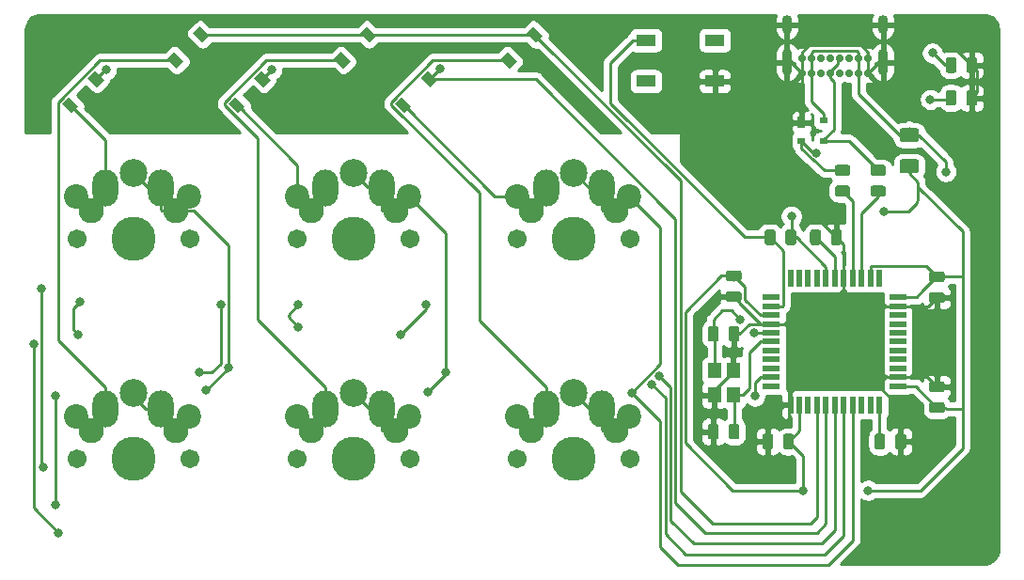
<source format=gbr>
G04 #@! TF.GenerationSoftware,KiCad,Pcbnew,(5.1.5)-3*
G04 #@! TF.CreationDate,2020-04-17T15:53:12-04:00*
G04 #@! TF.ProjectId,Flying_MX,466c7969-6e67-45f4-9d58-2e6b69636164,rev?*
G04 #@! TF.SameCoordinates,Original*
G04 #@! TF.FileFunction,Copper,L1,Top*
G04 #@! TF.FilePolarity,Positive*
%FSLAX46Y46*%
G04 Gerber Fmt 4.6, Leading zero omitted, Abs format (unit mm)*
G04 Created by KiCad (PCBNEW (5.1.5)-3) date 2020-04-17 15:53:12*
%MOMM*%
%LPD*%
G04 APERTURE LIST*
%ADD10R,0.700000X1.000000*%
%ADD11R,0.700000X0.600000*%
%ADD12O,0.900000X1.700000*%
%ADD13O,0.900000X2.400000*%
%ADD14C,0.700000*%
%ADD15C,0.100000*%
%ADD16C,2.200000*%
%ADD17C,2.500000*%
%ADD18C,2.286000*%
%ADD19O,2.300000X3.337000*%
%ADD20C,3.987800*%
%ADD21C,1.701800*%
%ADD22R,1.500000X0.550000*%
%ADD23R,0.550000X1.500000*%
%ADD24R,1.200000X1.400000*%
%ADD25R,1.800000X1.100000*%
%ADD26C,0.800000*%
%ADD27C,0.250000*%
%ADD28C,0.254000*%
G04 APERTURE END LIST*
D10*
X120500000Y-40350000D03*
D11*
X122500000Y-40150000D03*
X120500000Y-42050000D03*
X122500000Y-42050000D03*
D12*
X119200000Y-31540000D03*
X127850000Y-31540000D03*
D13*
X119200000Y-34920000D03*
X127850000Y-34920000D03*
D14*
X123100000Y-34550000D03*
X120550000Y-34550000D03*
X121400000Y-34550000D03*
X122250000Y-34550000D03*
X126500000Y-34550000D03*
X124800000Y-34550000D03*
X123950000Y-34550000D03*
X125650000Y-34550000D03*
X120550000Y-35900000D03*
X121400000Y-35900000D03*
X122250000Y-35900000D03*
X123100000Y-35900000D03*
X123950000Y-35900000D03*
X124800000Y-35900000D03*
X125650000Y-35900000D03*
X126500000Y-35900000D03*
G04 #@! TA.AperFunction,SMDPad,CuDef*
D15*
G36*
X130849504Y-40876204D02*
G01*
X130873773Y-40879804D01*
X130897571Y-40885765D01*
X130920671Y-40894030D01*
X130942849Y-40904520D01*
X130963893Y-40917133D01*
X130983598Y-40931747D01*
X131001777Y-40948223D01*
X131018253Y-40966402D01*
X131032867Y-40986107D01*
X131045480Y-41007151D01*
X131055970Y-41029329D01*
X131064235Y-41052429D01*
X131070196Y-41076227D01*
X131073796Y-41100496D01*
X131075000Y-41125000D01*
X131075000Y-41875000D01*
X131073796Y-41899504D01*
X131070196Y-41923773D01*
X131064235Y-41947571D01*
X131055970Y-41970671D01*
X131045480Y-41992849D01*
X131032867Y-42013893D01*
X131018253Y-42033598D01*
X131001777Y-42051777D01*
X130983598Y-42068253D01*
X130963893Y-42082867D01*
X130942849Y-42095480D01*
X130920671Y-42105970D01*
X130897571Y-42114235D01*
X130873773Y-42120196D01*
X130849504Y-42123796D01*
X130825000Y-42125000D01*
X129575000Y-42125000D01*
X129550496Y-42123796D01*
X129526227Y-42120196D01*
X129502429Y-42114235D01*
X129479329Y-42105970D01*
X129457151Y-42095480D01*
X129436107Y-42082867D01*
X129416402Y-42068253D01*
X129398223Y-42051777D01*
X129381747Y-42033598D01*
X129367133Y-42013893D01*
X129354520Y-41992849D01*
X129344030Y-41970671D01*
X129335765Y-41947571D01*
X129329804Y-41923773D01*
X129326204Y-41899504D01*
X129325000Y-41875000D01*
X129325000Y-41125000D01*
X129326204Y-41100496D01*
X129329804Y-41076227D01*
X129335765Y-41052429D01*
X129344030Y-41029329D01*
X129354520Y-41007151D01*
X129367133Y-40986107D01*
X129381747Y-40966402D01*
X129398223Y-40948223D01*
X129416402Y-40931747D01*
X129436107Y-40917133D01*
X129457151Y-40904520D01*
X129479329Y-40894030D01*
X129502429Y-40885765D01*
X129526227Y-40879804D01*
X129550496Y-40876204D01*
X129575000Y-40875000D01*
X130825000Y-40875000D01*
X130849504Y-40876204D01*
G37*
G04 #@! TD.AperFunction*
G04 #@! TA.AperFunction,SMDPad,CuDef*
G36*
X130849504Y-43676204D02*
G01*
X130873773Y-43679804D01*
X130897571Y-43685765D01*
X130920671Y-43694030D01*
X130942849Y-43704520D01*
X130963893Y-43717133D01*
X130983598Y-43731747D01*
X131001777Y-43748223D01*
X131018253Y-43766402D01*
X131032867Y-43786107D01*
X131045480Y-43807151D01*
X131055970Y-43829329D01*
X131064235Y-43852429D01*
X131070196Y-43876227D01*
X131073796Y-43900496D01*
X131075000Y-43925000D01*
X131075000Y-44675000D01*
X131073796Y-44699504D01*
X131070196Y-44723773D01*
X131064235Y-44747571D01*
X131055970Y-44770671D01*
X131045480Y-44792849D01*
X131032867Y-44813893D01*
X131018253Y-44833598D01*
X131001777Y-44851777D01*
X130983598Y-44868253D01*
X130963893Y-44882867D01*
X130942849Y-44895480D01*
X130920671Y-44905970D01*
X130897571Y-44914235D01*
X130873773Y-44920196D01*
X130849504Y-44923796D01*
X130825000Y-44925000D01*
X129575000Y-44925000D01*
X129550496Y-44923796D01*
X129526227Y-44920196D01*
X129502429Y-44914235D01*
X129479329Y-44905970D01*
X129457151Y-44895480D01*
X129436107Y-44882867D01*
X129416402Y-44868253D01*
X129398223Y-44851777D01*
X129381747Y-44833598D01*
X129367133Y-44813893D01*
X129354520Y-44792849D01*
X129344030Y-44770671D01*
X129335765Y-44747571D01*
X129329804Y-44723773D01*
X129326204Y-44699504D01*
X129325000Y-44675000D01*
X129325000Y-43925000D01*
X129326204Y-43900496D01*
X129329804Y-43876227D01*
X129335765Y-43852429D01*
X129344030Y-43829329D01*
X129354520Y-43807151D01*
X129367133Y-43786107D01*
X129381747Y-43766402D01*
X129398223Y-43748223D01*
X129416402Y-43731747D01*
X129436107Y-43717133D01*
X129457151Y-43704520D01*
X129479329Y-43694030D01*
X129502429Y-43685765D01*
X129526227Y-43679804D01*
X129550496Y-43676204D01*
X129575000Y-43675000D01*
X130825000Y-43675000D01*
X130849504Y-43676204D01*
G37*
G04 #@! TD.AperFunction*
G04 #@! TA.AperFunction,SMDPad,CuDef*
G36*
X136105142Y-37451174D02*
G01*
X136128803Y-37454684D01*
X136152007Y-37460496D01*
X136174529Y-37468554D01*
X136196153Y-37478782D01*
X136216670Y-37491079D01*
X136235883Y-37505329D01*
X136253607Y-37521393D01*
X136269671Y-37539117D01*
X136283921Y-37558330D01*
X136296218Y-37578847D01*
X136306446Y-37600471D01*
X136314504Y-37622993D01*
X136320316Y-37646197D01*
X136323826Y-37669858D01*
X136325000Y-37693750D01*
X136325000Y-38606250D01*
X136323826Y-38630142D01*
X136320316Y-38653803D01*
X136314504Y-38677007D01*
X136306446Y-38699529D01*
X136296218Y-38721153D01*
X136283921Y-38741670D01*
X136269671Y-38760883D01*
X136253607Y-38778607D01*
X136235883Y-38794671D01*
X136216670Y-38808921D01*
X136196153Y-38821218D01*
X136174529Y-38831446D01*
X136152007Y-38839504D01*
X136128803Y-38845316D01*
X136105142Y-38848826D01*
X136081250Y-38850000D01*
X135593750Y-38850000D01*
X135569858Y-38848826D01*
X135546197Y-38845316D01*
X135522993Y-38839504D01*
X135500471Y-38831446D01*
X135478847Y-38821218D01*
X135458330Y-38808921D01*
X135439117Y-38794671D01*
X135421393Y-38778607D01*
X135405329Y-38760883D01*
X135391079Y-38741670D01*
X135378782Y-38721153D01*
X135368554Y-38699529D01*
X135360496Y-38677007D01*
X135354684Y-38653803D01*
X135351174Y-38630142D01*
X135350000Y-38606250D01*
X135350000Y-37693750D01*
X135351174Y-37669858D01*
X135354684Y-37646197D01*
X135360496Y-37622993D01*
X135368554Y-37600471D01*
X135378782Y-37578847D01*
X135391079Y-37558330D01*
X135405329Y-37539117D01*
X135421393Y-37521393D01*
X135439117Y-37505329D01*
X135458330Y-37491079D01*
X135478847Y-37478782D01*
X135500471Y-37468554D01*
X135522993Y-37460496D01*
X135546197Y-37454684D01*
X135569858Y-37451174D01*
X135593750Y-37450000D01*
X136081250Y-37450000D01*
X136105142Y-37451174D01*
G37*
G04 #@! TD.AperFunction*
G04 #@! TA.AperFunction,SMDPad,CuDef*
G36*
X134230142Y-37451174D02*
G01*
X134253803Y-37454684D01*
X134277007Y-37460496D01*
X134299529Y-37468554D01*
X134321153Y-37478782D01*
X134341670Y-37491079D01*
X134360883Y-37505329D01*
X134378607Y-37521393D01*
X134394671Y-37539117D01*
X134408921Y-37558330D01*
X134421218Y-37578847D01*
X134431446Y-37600471D01*
X134439504Y-37622993D01*
X134445316Y-37646197D01*
X134448826Y-37669858D01*
X134450000Y-37693750D01*
X134450000Y-38606250D01*
X134448826Y-38630142D01*
X134445316Y-38653803D01*
X134439504Y-38677007D01*
X134431446Y-38699529D01*
X134421218Y-38721153D01*
X134408921Y-38741670D01*
X134394671Y-38760883D01*
X134378607Y-38778607D01*
X134360883Y-38794671D01*
X134341670Y-38808921D01*
X134321153Y-38821218D01*
X134299529Y-38831446D01*
X134277007Y-38839504D01*
X134253803Y-38845316D01*
X134230142Y-38848826D01*
X134206250Y-38850000D01*
X133718750Y-38850000D01*
X133694858Y-38848826D01*
X133671197Y-38845316D01*
X133647993Y-38839504D01*
X133625471Y-38831446D01*
X133603847Y-38821218D01*
X133583330Y-38808921D01*
X133564117Y-38794671D01*
X133546393Y-38778607D01*
X133530329Y-38760883D01*
X133516079Y-38741670D01*
X133503782Y-38721153D01*
X133493554Y-38699529D01*
X133485496Y-38677007D01*
X133479684Y-38653803D01*
X133476174Y-38630142D01*
X133475000Y-38606250D01*
X133475000Y-37693750D01*
X133476174Y-37669858D01*
X133479684Y-37646197D01*
X133485496Y-37622993D01*
X133493554Y-37600471D01*
X133503782Y-37578847D01*
X133516079Y-37558330D01*
X133530329Y-37539117D01*
X133546393Y-37521393D01*
X133564117Y-37505329D01*
X133583330Y-37491079D01*
X133603847Y-37478782D01*
X133625471Y-37468554D01*
X133647993Y-37460496D01*
X133671197Y-37454684D01*
X133694858Y-37451174D01*
X133718750Y-37450000D01*
X134206250Y-37450000D01*
X134230142Y-37451174D01*
G37*
G04 #@! TD.AperFunction*
G04 #@! TA.AperFunction,SMDPad,CuDef*
G36*
X136105142Y-34501174D02*
G01*
X136128803Y-34504684D01*
X136152007Y-34510496D01*
X136174529Y-34518554D01*
X136196153Y-34528782D01*
X136216670Y-34541079D01*
X136235883Y-34555329D01*
X136253607Y-34571393D01*
X136269671Y-34589117D01*
X136283921Y-34608330D01*
X136296218Y-34628847D01*
X136306446Y-34650471D01*
X136314504Y-34672993D01*
X136320316Y-34696197D01*
X136323826Y-34719858D01*
X136325000Y-34743750D01*
X136325000Y-35656250D01*
X136323826Y-35680142D01*
X136320316Y-35703803D01*
X136314504Y-35727007D01*
X136306446Y-35749529D01*
X136296218Y-35771153D01*
X136283921Y-35791670D01*
X136269671Y-35810883D01*
X136253607Y-35828607D01*
X136235883Y-35844671D01*
X136216670Y-35858921D01*
X136196153Y-35871218D01*
X136174529Y-35881446D01*
X136152007Y-35889504D01*
X136128803Y-35895316D01*
X136105142Y-35898826D01*
X136081250Y-35900000D01*
X135593750Y-35900000D01*
X135569858Y-35898826D01*
X135546197Y-35895316D01*
X135522993Y-35889504D01*
X135500471Y-35881446D01*
X135478847Y-35871218D01*
X135458330Y-35858921D01*
X135439117Y-35844671D01*
X135421393Y-35828607D01*
X135405329Y-35810883D01*
X135391079Y-35791670D01*
X135378782Y-35771153D01*
X135368554Y-35749529D01*
X135360496Y-35727007D01*
X135354684Y-35703803D01*
X135351174Y-35680142D01*
X135350000Y-35656250D01*
X135350000Y-34743750D01*
X135351174Y-34719858D01*
X135354684Y-34696197D01*
X135360496Y-34672993D01*
X135368554Y-34650471D01*
X135378782Y-34628847D01*
X135391079Y-34608330D01*
X135405329Y-34589117D01*
X135421393Y-34571393D01*
X135439117Y-34555329D01*
X135458330Y-34541079D01*
X135478847Y-34528782D01*
X135500471Y-34518554D01*
X135522993Y-34510496D01*
X135546197Y-34504684D01*
X135569858Y-34501174D01*
X135593750Y-34500000D01*
X136081250Y-34500000D01*
X136105142Y-34501174D01*
G37*
G04 #@! TD.AperFunction*
G04 #@! TA.AperFunction,SMDPad,CuDef*
G36*
X134230142Y-34501174D02*
G01*
X134253803Y-34504684D01*
X134277007Y-34510496D01*
X134299529Y-34518554D01*
X134321153Y-34528782D01*
X134341670Y-34541079D01*
X134360883Y-34555329D01*
X134378607Y-34571393D01*
X134394671Y-34589117D01*
X134408921Y-34608330D01*
X134421218Y-34628847D01*
X134431446Y-34650471D01*
X134439504Y-34672993D01*
X134445316Y-34696197D01*
X134448826Y-34719858D01*
X134450000Y-34743750D01*
X134450000Y-35656250D01*
X134448826Y-35680142D01*
X134445316Y-35703803D01*
X134439504Y-35727007D01*
X134431446Y-35749529D01*
X134421218Y-35771153D01*
X134408921Y-35791670D01*
X134394671Y-35810883D01*
X134378607Y-35828607D01*
X134360883Y-35844671D01*
X134341670Y-35858921D01*
X134321153Y-35871218D01*
X134299529Y-35881446D01*
X134277007Y-35889504D01*
X134253803Y-35895316D01*
X134230142Y-35898826D01*
X134206250Y-35900000D01*
X133718750Y-35900000D01*
X133694858Y-35898826D01*
X133671197Y-35895316D01*
X133647993Y-35889504D01*
X133625471Y-35881446D01*
X133603847Y-35871218D01*
X133583330Y-35858921D01*
X133564117Y-35844671D01*
X133546393Y-35828607D01*
X133530329Y-35810883D01*
X133516079Y-35791670D01*
X133503782Y-35771153D01*
X133493554Y-35749529D01*
X133485496Y-35727007D01*
X133479684Y-35703803D01*
X133476174Y-35680142D01*
X133475000Y-35656250D01*
X133475000Y-34743750D01*
X133476174Y-34719858D01*
X133479684Y-34696197D01*
X133485496Y-34672993D01*
X133493554Y-34650471D01*
X133503782Y-34628847D01*
X133516079Y-34608330D01*
X133530329Y-34589117D01*
X133546393Y-34571393D01*
X133564117Y-34555329D01*
X133583330Y-34541079D01*
X133603847Y-34528782D01*
X133625471Y-34518554D01*
X133647993Y-34510496D01*
X133671197Y-34504684D01*
X133694858Y-34501174D01*
X133718750Y-34500000D01*
X134206250Y-34500000D01*
X134230142Y-34501174D01*
G37*
G04 #@! TD.AperFunction*
D16*
X65325000Y-66843750D03*
D17*
X60325000Y-64743750D03*
D16*
X55230020Y-66843750D03*
D18*
X56515000Y-68103750D03*
X64135000Y-68103750D03*
D19*
X57805000Y-66143750D03*
X62845000Y-66143750D03*
D20*
X60325000Y-70643750D03*
D21*
X55245000Y-70643750D03*
X65405000Y-70643750D03*
D22*
X129200000Y-56100000D03*
X129200000Y-56900000D03*
X129200000Y-57700000D03*
X129200000Y-58500000D03*
X129200000Y-59300000D03*
X129200000Y-60100000D03*
X129200000Y-60900000D03*
X129200000Y-61700000D03*
X129200000Y-62500000D03*
X129200000Y-63300000D03*
X129200000Y-64100000D03*
D23*
X127500000Y-65800000D03*
X126700000Y-65800000D03*
X125900000Y-65800000D03*
X125100000Y-65800000D03*
X124300000Y-65800000D03*
X123500000Y-65800000D03*
X122700000Y-65800000D03*
X121900000Y-65800000D03*
X121100000Y-65800000D03*
X120300000Y-65800000D03*
X119500000Y-65800000D03*
D22*
X117800000Y-64100000D03*
X117800000Y-63300000D03*
X117800000Y-62500000D03*
X117800000Y-61700000D03*
X117800000Y-60900000D03*
X117800000Y-60100000D03*
X117800000Y-59300000D03*
X117800000Y-58500000D03*
X117800000Y-57700000D03*
X117800000Y-56900000D03*
X117800000Y-56100000D03*
D23*
X119500000Y-54400000D03*
X120300000Y-54400000D03*
X121100000Y-54400000D03*
X121900000Y-54400000D03*
X122700000Y-54400000D03*
X123500000Y-54400000D03*
X124300000Y-54400000D03*
X125100000Y-54400000D03*
X125900000Y-54400000D03*
X126700000Y-54400000D03*
X127500000Y-54400000D03*
G04 #@! TA.AperFunction,SMDPad,CuDef*
D15*
G36*
X114705142Y-58701174D02*
G01*
X114728803Y-58704684D01*
X114752007Y-58710496D01*
X114774529Y-58718554D01*
X114796153Y-58728782D01*
X114816670Y-58741079D01*
X114835883Y-58755329D01*
X114853607Y-58771393D01*
X114869671Y-58789117D01*
X114883921Y-58808330D01*
X114896218Y-58828847D01*
X114906446Y-58850471D01*
X114914504Y-58872993D01*
X114920316Y-58896197D01*
X114923826Y-58919858D01*
X114925000Y-58943750D01*
X114925000Y-59856250D01*
X114923826Y-59880142D01*
X114920316Y-59903803D01*
X114914504Y-59927007D01*
X114906446Y-59949529D01*
X114896218Y-59971153D01*
X114883921Y-59991670D01*
X114869671Y-60010883D01*
X114853607Y-60028607D01*
X114835883Y-60044671D01*
X114816670Y-60058921D01*
X114796153Y-60071218D01*
X114774529Y-60081446D01*
X114752007Y-60089504D01*
X114728803Y-60095316D01*
X114705142Y-60098826D01*
X114681250Y-60100000D01*
X114193750Y-60100000D01*
X114169858Y-60098826D01*
X114146197Y-60095316D01*
X114122993Y-60089504D01*
X114100471Y-60081446D01*
X114078847Y-60071218D01*
X114058330Y-60058921D01*
X114039117Y-60044671D01*
X114021393Y-60028607D01*
X114005329Y-60010883D01*
X113991079Y-59991670D01*
X113978782Y-59971153D01*
X113968554Y-59949529D01*
X113960496Y-59927007D01*
X113954684Y-59903803D01*
X113951174Y-59880142D01*
X113950000Y-59856250D01*
X113950000Y-58943750D01*
X113951174Y-58919858D01*
X113954684Y-58896197D01*
X113960496Y-58872993D01*
X113968554Y-58850471D01*
X113978782Y-58828847D01*
X113991079Y-58808330D01*
X114005329Y-58789117D01*
X114021393Y-58771393D01*
X114039117Y-58755329D01*
X114058330Y-58741079D01*
X114078847Y-58728782D01*
X114100471Y-58718554D01*
X114122993Y-58710496D01*
X114146197Y-58704684D01*
X114169858Y-58701174D01*
X114193750Y-58700000D01*
X114681250Y-58700000D01*
X114705142Y-58701174D01*
G37*
G04 #@! TD.AperFunction*
G04 #@! TA.AperFunction,SMDPad,CuDef*
G36*
X112830142Y-58701174D02*
G01*
X112853803Y-58704684D01*
X112877007Y-58710496D01*
X112899529Y-58718554D01*
X112921153Y-58728782D01*
X112941670Y-58741079D01*
X112960883Y-58755329D01*
X112978607Y-58771393D01*
X112994671Y-58789117D01*
X113008921Y-58808330D01*
X113021218Y-58828847D01*
X113031446Y-58850471D01*
X113039504Y-58872993D01*
X113045316Y-58896197D01*
X113048826Y-58919858D01*
X113050000Y-58943750D01*
X113050000Y-59856250D01*
X113048826Y-59880142D01*
X113045316Y-59903803D01*
X113039504Y-59927007D01*
X113031446Y-59949529D01*
X113021218Y-59971153D01*
X113008921Y-59991670D01*
X112994671Y-60010883D01*
X112978607Y-60028607D01*
X112960883Y-60044671D01*
X112941670Y-60058921D01*
X112921153Y-60071218D01*
X112899529Y-60081446D01*
X112877007Y-60089504D01*
X112853803Y-60095316D01*
X112830142Y-60098826D01*
X112806250Y-60100000D01*
X112318750Y-60100000D01*
X112294858Y-60098826D01*
X112271197Y-60095316D01*
X112247993Y-60089504D01*
X112225471Y-60081446D01*
X112203847Y-60071218D01*
X112183330Y-60058921D01*
X112164117Y-60044671D01*
X112146393Y-60028607D01*
X112130329Y-60010883D01*
X112116079Y-59991670D01*
X112103782Y-59971153D01*
X112093554Y-59949529D01*
X112085496Y-59927007D01*
X112079684Y-59903803D01*
X112076174Y-59880142D01*
X112075000Y-59856250D01*
X112075000Y-58943750D01*
X112076174Y-58919858D01*
X112079684Y-58896197D01*
X112085496Y-58872993D01*
X112093554Y-58850471D01*
X112103782Y-58828847D01*
X112116079Y-58808330D01*
X112130329Y-58789117D01*
X112146393Y-58771393D01*
X112164117Y-58755329D01*
X112183330Y-58741079D01*
X112203847Y-58728782D01*
X112225471Y-58718554D01*
X112247993Y-58710496D01*
X112271197Y-58704684D01*
X112294858Y-58701174D01*
X112318750Y-58700000D01*
X112806250Y-58700000D01*
X112830142Y-58701174D01*
G37*
G04 #@! TD.AperFunction*
G04 #@! TA.AperFunction,SMDPad,CuDef*
G36*
X112830142Y-67501174D02*
G01*
X112853803Y-67504684D01*
X112877007Y-67510496D01*
X112899529Y-67518554D01*
X112921153Y-67528782D01*
X112941670Y-67541079D01*
X112960883Y-67555329D01*
X112978607Y-67571393D01*
X112994671Y-67589117D01*
X113008921Y-67608330D01*
X113021218Y-67628847D01*
X113031446Y-67650471D01*
X113039504Y-67672993D01*
X113045316Y-67696197D01*
X113048826Y-67719858D01*
X113050000Y-67743750D01*
X113050000Y-68656250D01*
X113048826Y-68680142D01*
X113045316Y-68703803D01*
X113039504Y-68727007D01*
X113031446Y-68749529D01*
X113021218Y-68771153D01*
X113008921Y-68791670D01*
X112994671Y-68810883D01*
X112978607Y-68828607D01*
X112960883Y-68844671D01*
X112941670Y-68858921D01*
X112921153Y-68871218D01*
X112899529Y-68881446D01*
X112877007Y-68889504D01*
X112853803Y-68895316D01*
X112830142Y-68898826D01*
X112806250Y-68900000D01*
X112318750Y-68900000D01*
X112294858Y-68898826D01*
X112271197Y-68895316D01*
X112247993Y-68889504D01*
X112225471Y-68881446D01*
X112203847Y-68871218D01*
X112183330Y-68858921D01*
X112164117Y-68844671D01*
X112146393Y-68828607D01*
X112130329Y-68810883D01*
X112116079Y-68791670D01*
X112103782Y-68771153D01*
X112093554Y-68749529D01*
X112085496Y-68727007D01*
X112079684Y-68703803D01*
X112076174Y-68680142D01*
X112075000Y-68656250D01*
X112075000Y-67743750D01*
X112076174Y-67719858D01*
X112079684Y-67696197D01*
X112085496Y-67672993D01*
X112093554Y-67650471D01*
X112103782Y-67628847D01*
X112116079Y-67608330D01*
X112130329Y-67589117D01*
X112146393Y-67571393D01*
X112164117Y-67555329D01*
X112183330Y-67541079D01*
X112203847Y-67528782D01*
X112225471Y-67518554D01*
X112247993Y-67510496D01*
X112271197Y-67504684D01*
X112294858Y-67501174D01*
X112318750Y-67500000D01*
X112806250Y-67500000D01*
X112830142Y-67501174D01*
G37*
G04 #@! TD.AperFunction*
G04 #@! TA.AperFunction,SMDPad,CuDef*
G36*
X114705142Y-67501174D02*
G01*
X114728803Y-67504684D01*
X114752007Y-67510496D01*
X114774529Y-67518554D01*
X114796153Y-67528782D01*
X114816670Y-67541079D01*
X114835883Y-67555329D01*
X114853607Y-67571393D01*
X114869671Y-67589117D01*
X114883921Y-67608330D01*
X114896218Y-67628847D01*
X114906446Y-67650471D01*
X114914504Y-67672993D01*
X114920316Y-67696197D01*
X114923826Y-67719858D01*
X114925000Y-67743750D01*
X114925000Y-68656250D01*
X114923826Y-68680142D01*
X114920316Y-68703803D01*
X114914504Y-68727007D01*
X114906446Y-68749529D01*
X114896218Y-68771153D01*
X114883921Y-68791670D01*
X114869671Y-68810883D01*
X114853607Y-68828607D01*
X114835883Y-68844671D01*
X114816670Y-68858921D01*
X114796153Y-68871218D01*
X114774529Y-68881446D01*
X114752007Y-68889504D01*
X114728803Y-68895316D01*
X114705142Y-68898826D01*
X114681250Y-68900000D01*
X114193750Y-68900000D01*
X114169858Y-68898826D01*
X114146197Y-68895316D01*
X114122993Y-68889504D01*
X114100471Y-68881446D01*
X114078847Y-68871218D01*
X114058330Y-68858921D01*
X114039117Y-68844671D01*
X114021393Y-68828607D01*
X114005329Y-68810883D01*
X113991079Y-68791670D01*
X113978782Y-68771153D01*
X113968554Y-68749529D01*
X113960496Y-68727007D01*
X113954684Y-68703803D01*
X113951174Y-68680142D01*
X113950000Y-68656250D01*
X113950000Y-67743750D01*
X113951174Y-67719858D01*
X113954684Y-67696197D01*
X113960496Y-67672993D01*
X113968554Y-67650471D01*
X113978782Y-67628847D01*
X113991079Y-67608330D01*
X114005329Y-67589117D01*
X114021393Y-67571393D01*
X114039117Y-67555329D01*
X114058330Y-67541079D01*
X114078847Y-67528782D01*
X114100471Y-67518554D01*
X114122993Y-67510496D01*
X114146197Y-67504684D01*
X114169858Y-67501174D01*
X114193750Y-67500000D01*
X114681250Y-67500000D01*
X114705142Y-67501174D01*
G37*
G04 #@! TD.AperFunction*
D24*
X112650000Y-64900000D03*
X112650000Y-62700000D03*
X114350000Y-62700000D03*
X114350000Y-64900000D03*
D16*
X105012500Y-66843750D03*
D17*
X100012500Y-64743750D03*
D16*
X94917520Y-66843750D03*
D18*
X96202500Y-68103750D03*
X103822500Y-68103750D03*
D19*
X97492500Y-66143750D03*
X102532500Y-66143750D03*
D20*
X100012500Y-70643750D03*
D21*
X94932500Y-70643750D03*
X105092500Y-70643750D03*
D16*
X85168750Y-66843750D03*
D17*
X80168750Y-64743750D03*
D16*
X75073770Y-66843750D03*
D18*
X76358750Y-68103750D03*
X83978750Y-68103750D03*
D19*
X77648750Y-66143750D03*
X82688750Y-66143750D03*
D20*
X80168750Y-70643750D03*
D21*
X75088750Y-70643750D03*
X85248750Y-70643750D03*
G04 #@! TA.AperFunction,SMDPad,CuDef*
D15*
G36*
X54527208Y-38024264D02*
G01*
X55375736Y-38872792D01*
X54739340Y-39509188D01*
X53890812Y-38660660D01*
X54527208Y-38024264D01*
G37*
G04 #@! TD.AperFunction*
G04 #@! TA.AperFunction,SMDPad,CuDef*
G36*
X56860660Y-35690812D02*
G01*
X57709188Y-36539340D01*
X57072792Y-37175736D01*
X56224264Y-36327208D01*
X56860660Y-35690812D01*
G37*
G04 #@! TD.AperFunction*
D16*
X105012500Y-47000000D03*
D17*
X100012500Y-44900000D03*
D16*
X94917520Y-47000000D03*
D18*
X96202500Y-48260000D03*
X103822500Y-48260000D03*
D19*
X97492500Y-46300000D03*
X102532500Y-46300000D03*
D20*
X100012500Y-50800000D03*
D21*
X94932500Y-50800000D03*
X105092500Y-50800000D03*
D16*
X85168750Y-47000000D03*
D17*
X80168750Y-44900000D03*
D16*
X75073770Y-47000000D03*
D18*
X76358750Y-48260000D03*
X83978750Y-48260000D03*
D19*
X77648750Y-46300000D03*
X82688750Y-46300000D03*
D20*
X80168750Y-50800000D03*
D21*
X75088750Y-50800000D03*
X85248750Y-50800000D03*
D16*
X65325000Y-47000000D03*
D17*
X60325000Y-44900000D03*
D16*
X55230020Y-47000000D03*
D18*
X56515000Y-48260000D03*
X64135000Y-48260000D03*
D19*
X57805000Y-46300000D03*
X62845000Y-46300000D03*
D20*
X60325000Y-50800000D03*
D21*
X55245000Y-50800000D03*
X65405000Y-50800000D03*
D25*
X112700000Y-36650000D03*
X106500000Y-32950000D03*
X112700000Y-32950000D03*
X106500000Y-36650000D03*
G04 #@! TA.AperFunction,SMDPad,CuDef*
D15*
G36*
X127830142Y-68401174D02*
G01*
X127853803Y-68404684D01*
X127877007Y-68410496D01*
X127899529Y-68418554D01*
X127921153Y-68428782D01*
X127941670Y-68441079D01*
X127960883Y-68455329D01*
X127978607Y-68471393D01*
X127994671Y-68489117D01*
X128008921Y-68508330D01*
X128021218Y-68528847D01*
X128031446Y-68550471D01*
X128039504Y-68572993D01*
X128045316Y-68596197D01*
X128048826Y-68619858D01*
X128050000Y-68643750D01*
X128050000Y-69556250D01*
X128048826Y-69580142D01*
X128045316Y-69603803D01*
X128039504Y-69627007D01*
X128031446Y-69649529D01*
X128021218Y-69671153D01*
X128008921Y-69691670D01*
X127994671Y-69710883D01*
X127978607Y-69728607D01*
X127960883Y-69744671D01*
X127941670Y-69758921D01*
X127921153Y-69771218D01*
X127899529Y-69781446D01*
X127877007Y-69789504D01*
X127853803Y-69795316D01*
X127830142Y-69798826D01*
X127806250Y-69800000D01*
X127318750Y-69800000D01*
X127294858Y-69798826D01*
X127271197Y-69795316D01*
X127247993Y-69789504D01*
X127225471Y-69781446D01*
X127203847Y-69771218D01*
X127183330Y-69758921D01*
X127164117Y-69744671D01*
X127146393Y-69728607D01*
X127130329Y-69710883D01*
X127116079Y-69691670D01*
X127103782Y-69671153D01*
X127093554Y-69649529D01*
X127085496Y-69627007D01*
X127079684Y-69603803D01*
X127076174Y-69580142D01*
X127075000Y-69556250D01*
X127075000Y-68643750D01*
X127076174Y-68619858D01*
X127079684Y-68596197D01*
X127085496Y-68572993D01*
X127093554Y-68550471D01*
X127103782Y-68528847D01*
X127116079Y-68508330D01*
X127130329Y-68489117D01*
X127146393Y-68471393D01*
X127164117Y-68455329D01*
X127183330Y-68441079D01*
X127203847Y-68428782D01*
X127225471Y-68418554D01*
X127247993Y-68410496D01*
X127271197Y-68404684D01*
X127294858Y-68401174D01*
X127318750Y-68400000D01*
X127806250Y-68400000D01*
X127830142Y-68401174D01*
G37*
G04 #@! TD.AperFunction*
G04 #@! TA.AperFunction,SMDPad,CuDef*
G36*
X129705142Y-68401174D02*
G01*
X129728803Y-68404684D01*
X129752007Y-68410496D01*
X129774529Y-68418554D01*
X129796153Y-68428782D01*
X129816670Y-68441079D01*
X129835883Y-68455329D01*
X129853607Y-68471393D01*
X129869671Y-68489117D01*
X129883921Y-68508330D01*
X129896218Y-68528847D01*
X129906446Y-68550471D01*
X129914504Y-68572993D01*
X129920316Y-68596197D01*
X129923826Y-68619858D01*
X129925000Y-68643750D01*
X129925000Y-69556250D01*
X129923826Y-69580142D01*
X129920316Y-69603803D01*
X129914504Y-69627007D01*
X129906446Y-69649529D01*
X129896218Y-69671153D01*
X129883921Y-69691670D01*
X129869671Y-69710883D01*
X129853607Y-69728607D01*
X129835883Y-69744671D01*
X129816670Y-69758921D01*
X129796153Y-69771218D01*
X129774529Y-69781446D01*
X129752007Y-69789504D01*
X129728803Y-69795316D01*
X129705142Y-69798826D01*
X129681250Y-69800000D01*
X129193750Y-69800000D01*
X129169858Y-69798826D01*
X129146197Y-69795316D01*
X129122993Y-69789504D01*
X129100471Y-69781446D01*
X129078847Y-69771218D01*
X129058330Y-69758921D01*
X129039117Y-69744671D01*
X129021393Y-69728607D01*
X129005329Y-69710883D01*
X128991079Y-69691670D01*
X128978782Y-69671153D01*
X128968554Y-69649529D01*
X128960496Y-69627007D01*
X128954684Y-69603803D01*
X128951174Y-69580142D01*
X128950000Y-69556250D01*
X128950000Y-68643750D01*
X128951174Y-68619858D01*
X128954684Y-68596197D01*
X128960496Y-68572993D01*
X128968554Y-68550471D01*
X128978782Y-68528847D01*
X128991079Y-68508330D01*
X129005329Y-68489117D01*
X129021393Y-68471393D01*
X129039117Y-68455329D01*
X129058330Y-68441079D01*
X129078847Y-68428782D01*
X129100471Y-68418554D01*
X129122993Y-68410496D01*
X129146197Y-68404684D01*
X129169858Y-68401174D01*
X129193750Y-68400000D01*
X129681250Y-68400000D01*
X129705142Y-68401174D01*
G37*
G04 #@! TD.AperFunction*
G04 #@! TA.AperFunction,SMDPad,CuDef*
G36*
X127880142Y-44176174D02*
G01*
X127903803Y-44179684D01*
X127927007Y-44185496D01*
X127949529Y-44193554D01*
X127971153Y-44203782D01*
X127991670Y-44216079D01*
X128010883Y-44230329D01*
X128028607Y-44246393D01*
X128044671Y-44264117D01*
X128058921Y-44283330D01*
X128071218Y-44303847D01*
X128081446Y-44325471D01*
X128089504Y-44347993D01*
X128095316Y-44371197D01*
X128098826Y-44394858D01*
X128100000Y-44418750D01*
X128100000Y-44906250D01*
X128098826Y-44930142D01*
X128095316Y-44953803D01*
X128089504Y-44977007D01*
X128081446Y-44999529D01*
X128071218Y-45021153D01*
X128058921Y-45041670D01*
X128044671Y-45060883D01*
X128028607Y-45078607D01*
X128010883Y-45094671D01*
X127991670Y-45108921D01*
X127971153Y-45121218D01*
X127949529Y-45131446D01*
X127927007Y-45139504D01*
X127903803Y-45145316D01*
X127880142Y-45148826D01*
X127856250Y-45150000D01*
X126943750Y-45150000D01*
X126919858Y-45148826D01*
X126896197Y-45145316D01*
X126872993Y-45139504D01*
X126850471Y-45131446D01*
X126828847Y-45121218D01*
X126808330Y-45108921D01*
X126789117Y-45094671D01*
X126771393Y-45078607D01*
X126755329Y-45060883D01*
X126741079Y-45041670D01*
X126728782Y-45021153D01*
X126718554Y-44999529D01*
X126710496Y-44977007D01*
X126704684Y-44953803D01*
X126701174Y-44930142D01*
X126700000Y-44906250D01*
X126700000Y-44418750D01*
X126701174Y-44394858D01*
X126704684Y-44371197D01*
X126710496Y-44347993D01*
X126718554Y-44325471D01*
X126728782Y-44303847D01*
X126741079Y-44283330D01*
X126755329Y-44264117D01*
X126771393Y-44246393D01*
X126789117Y-44230329D01*
X126808330Y-44216079D01*
X126828847Y-44203782D01*
X126850471Y-44193554D01*
X126872993Y-44185496D01*
X126896197Y-44179684D01*
X126919858Y-44176174D01*
X126943750Y-44175000D01*
X127856250Y-44175000D01*
X127880142Y-44176174D01*
G37*
G04 #@! TD.AperFunction*
G04 #@! TA.AperFunction,SMDPad,CuDef*
G36*
X127880142Y-46051174D02*
G01*
X127903803Y-46054684D01*
X127927007Y-46060496D01*
X127949529Y-46068554D01*
X127971153Y-46078782D01*
X127991670Y-46091079D01*
X128010883Y-46105329D01*
X128028607Y-46121393D01*
X128044671Y-46139117D01*
X128058921Y-46158330D01*
X128071218Y-46178847D01*
X128081446Y-46200471D01*
X128089504Y-46222993D01*
X128095316Y-46246197D01*
X128098826Y-46269858D01*
X128100000Y-46293750D01*
X128100000Y-46781250D01*
X128098826Y-46805142D01*
X128095316Y-46828803D01*
X128089504Y-46852007D01*
X128081446Y-46874529D01*
X128071218Y-46896153D01*
X128058921Y-46916670D01*
X128044671Y-46935883D01*
X128028607Y-46953607D01*
X128010883Y-46969671D01*
X127991670Y-46983921D01*
X127971153Y-46996218D01*
X127949529Y-47006446D01*
X127927007Y-47014504D01*
X127903803Y-47020316D01*
X127880142Y-47023826D01*
X127856250Y-47025000D01*
X126943750Y-47025000D01*
X126919858Y-47023826D01*
X126896197Y-47020316D01*
X126872993Y-47014504D01*
X126850471Y-47006446D01*
X126828847Y-46996218D01*
X126808330Y-46983921D01*
X126789117Y-46969671D01*
X126771393Y-46953607D01*
X126755329Y-46935883D01*
X126741079Y-46916670D01*
X126728782Y-46896153D01*
X126718554Y-46874529D01*
X126710496Y-46852007D01*
X126704684Y-46828803D01*
X126701174Y-46805142D01*
X126700000Y-46781250D01*
X126700000Y-46293750D01*
X126701174Y-46269858D01*
X126704684Y-46246197D01*
X126710496Y-46222993D01*
X126718554Y-46200471D01*
X126728782Y-46178847D01*
X126741079Y-46158330D01*
X126755329Y-46139117D01*
X126771393Y-46121393D01*
X126789117Y-46105329D01*
X126808330Y-46091079D01*
X126828847Y-46078782D01*
X126850471Y-46068554D01*
X126872993Y-46060496D01*
X126896197Y-46054684D01*
X126919858Y-46051174D01*
X126943750Y-46050000D01*
X127856250Y-46050000D01*
X127880142Y-46051174D01*
G37*
G04 #@! TD.AperFunction*
G04 #@! TA.AperFunction,SMDPad,CuDef*
G36*
X124680142Y-44176174D02*
G01*
X124703803Y-44179684D01*
X124727007Y-44185496D01*
X124749529Y-44193554D01*
X124771153Y-44203782D01*
X124791670Y-44216079D01*
X124810883Y-44230329D01*
X124828607Y-44246393D01*
X124844671Y-44264117D01*
X124858921Y-44283330D01*
X124871218Y-44303847D01*
X124881446Y-44325471D01*
X124889504Y-44347993D01*
X124895316Y-44371197D01*
X124898826Y-44394858D01*
X124900000Y-44418750D01*
X124900000Y-44906250D01*
X124898826Y-44930142D01*
X124895316Y-44953803D01*
X124889504Y-44977007D01*
X124881446Y-44999529D01*
X124871218Y-45021153D01*
X124858921Y-45041670D01*
X124844671Y-45060883D01*
X124828607Y-45078607D01*
X124810883Y-45094671D01*
X124791670Y-45108921D01*
X124771153Y-45121218D01*
X124749529Y-45131446D01*
X124727007Y-45139504D01*
X124703803Y-45145316D01*
X124680142Y-45148826D01*
X124656250Y-45150000D01*
X123743750Y-45150000D01*
X123719858Y-45148826D01*
X123696197Y-45145316D01*
X123672993Y-45139504D01*
X123650471Y-45131446D01*
X123628847Y-45121218D01*
X123608330Y-45108921D01*
X123589117Y-45094671D01*
X123571393Y-45078607D01*
X123555329Y-45060883D01*
X123541079Y-45041670D01*
X123528782Y-45021153D01*
X123518554Y-44999529D01*
X123510496Y-44977007D01*
X123504684Y-44953803D01*
X123501174Y-44930142D01*
X123500000Y-44906250D01*
X123500000Y-44418750D01*
X123501174Y-44394858D01*
X123504684Y-44371197D01*
X123510496Y-44347993D01*
X123518554Y-44325471D01*
X123528782Y-44303847D01*
X123541079Y-44283330D01*
X123555329Y-44264117D01*
X123571393Y-44246393D01*
X123589117Y-44230329D01*
X123608330Y-44216079D01*
X123628847Y-44203782D01*
X123650471Y-44193554D01*
X123672993Y-44185496D01*
X123696197Y-44179684D01*
X123719858Y-44176174D01*
X123743750Y-44175000D01*
X124656250Y-44175000D01*
X124680142Y-44176174D01*
G37*
G04 #@! TD.AperFunction*
G04 #@! TA.AperFunction,SMDPad,CuDef*
G36*
X124680142Y-46051174D02*
G01*
X124703803Y-46054684D01*
X124727007Y-46060496D01*
X124749529Y-46068554D01*
X124771153Y-46078782D01*
X124791670Y-46091079D01*
X124810883Y-46105329D01*
X124828607Y-46121393D01*
X124844671Y-46139117D01*
X124858921Y-46158330D01*
X124871218Y-46178847D01*
X124881446Y-46200471D01*
X124889504Y-46222993D01*
X124895316Y-46246197D01*
X124898826Y-46269858D01*
X124900000Y-46293750D01*
X124900000Y-46781250D01*
X124898826Y-46805142D01*
X124895316Y-46828803D01*
X124889504Y-46852007D01*
X124881446Y-46874529D01*
X124871218Y-46896153D01*
X124858921Y-46916670D01*
X124844671Y-46935883D01*
X124828607Y-46953607D01*
X124810883Y-46969671D01*
X124791670Y-46983921D01*
X124771153Y-46996218D01*
X124749529Y-47006446D01*
X124727007Y-47014504D01*
X124703803Y-47020316D01*
X124680142Y-47023826D01*
X124656250Y-47025000D01*
X123743750Y-47025000D01*
X123719858Y-47023826D01*
X123696197Y-47020316D01*
X123672993Y-47014504D01*
X123650471Y-47006446D01*
X123628847Y-46996218D01*
X123608330Y-46983921D01*
X123589117Y-46969671D01*
X123571393Y-46953607D01*
X123555329Y-46935883D01*
X123541079Y-46916670D01*
X123528782Y-46896153D01*
X123518554Y-46874529D01*
X123510496Y-46852007D01*
X123504684Y-46828803D01*
X123501174Y-46805142D01*
X123500000Y-46781250D01*
X123500000Y-46293750D01*
X123501174Y-46269858D01*
X123504684Y-46246197D01*
X123510496Y-46222993D01*
X123518554Y-46200471D01*
X123528782Y-46178847D01*
X123541079Y-46158330D01*
X123555329Y-46139117D01*
X123571393Y-46121393D01*
X123589117Y-46105329D01*
X123608330Y-46091079D01*
X123628847Y-46078782D01*
X123650471Y-46068554D01*
X123672993Y-46060496D01*
X123696197Y-46054684D01*
X123719858Y-46051174D01*
X123743750Y-46050000D01*
X124656250Y-46050000D01*
X124680142Y-46051174D01*
G37*
G04 #@! TD.AperFunction*
G04 #@! TA.AperFunction,SMDPad,CuDef*
G36*
X117930142Y-50001174D02*
G01*
X117953803Y-50004684D01*
X117977007Y-50010496D01*
X117999529Y-50018554D01*
X118021153Y-50028782D01*
X118041670Y-50041079D01*
X118060883Y-50055329D01*
X118078607Y-50071393D01*
X118094671Y-50089117D01*
X118108921Y-50108330D01*
X118121218Y-50128847D01*
X118131446Y-50150471D01*
X118139504Y-50172993D01*
X118145316Y-50196197D01*
X118148826Y-50219858D01*
X118150000Y-50243750D01*
X118150000Y-51156250D01*
X118148826Y-51180142D01*
X118145316Y-51203803D01*
X118139504Y-51227007D01*
X118131446Y-51249529D01*
X118121218Y-51271153D01*
X118108921Y-51291670D01*
X118094671Y-51310883D01*
X118078607Y-51328607D01*
X118060883Y-51344671D01*
X118041670Y-51358921D01*
X118021153Y-51371218D01*
X117999529Y-51381446D01*
X117977007Y-51389504D01*
X117953803Y-51395316D01*
X117930142Y-51398826D01*
X117906250Y-51400000D01*
X117418750Y-51400000D01*
X117394858Y-51398826D01*
X117371197Y-51395316D01*
X117347993Y-51389504D01*
X117325471Y-51381446D01*
X117303847Y-51371218D01*
X117283330Y-51358921D01*
X117264117Y-51344671D01*
X117246393Y-51328607D01*
X117230329Y-51310883D01*
X117216079Y-51291670D01*
X117203782Y-51271153D01*
X117193554Y-51249529D01*
X117185496Y-51227007D01*
X117179684Y-51203803D01*
X117176174Y-51180142D01*
X117175000Y-51156250D01*
X117175000Y-50243750D01*
X117176174Y-50219858D01*
X117179684Y-50196197D01*
X117185496Y-50172993D01*
X117193554Y-50150471D01*
X117203782Y-50128847D01*
X117216079Y-50108330D01*
X117230329Y-50089117D01*
X117246393Y-50071393D01*
X117264117Y-50055329D01*
X117283330Y-50041079D01*
X117303847Y-50028782D01*
X117325471Y-50018554D01*
X117347993Y-50010496D01*
X117371197Y-50004684D01*
X117394858Y-50001174D01*
X117418750Y-50000000D01*
X117906250Y-50000000D01*
X117930142Y-50001174D01*
G37*
G04 #@! TD.AperFunction*
G04 #@! TA.AperFunction,SMDPad,CuDef*
G36*
X119805142Y-50001174D02*
G01*
X119828803Y-50004684D01*
X119852007Y-50010496D01*
X119874529Y-50018554D01*
X119896153Y-50028782D01*
X119916670Y-50041079D01*
X119935883Y-50055329D01*
X119953607Y-50071393D01*
X119969671Y-50089117D01*
X119983921Y-50108330D01*
X119996218Y-50128847D01*
X120006446Y-50150471D01*
X120014504Y-50172993D01*
X120020316Y-50196197D01*
X120023826Y-50219858D01*
X120025000Y-50243750D01*
X120025000Y-51156250D01*
X120023826Y-51180142D01*
X120020316Y-51203803D01*
X120014504Y-51227007D01*
X120006446Y-51249529D01*
X119996218Y-51271153D01*
X119983921Y-51291670D01*
X119969671Y-51310883D01*
X119953607Y-51328607D01*
X119935883Y-51344671D01*
X119916670Y-51358921D01*
X119896153Y-51371218D01*
X119874529Y-51381446D01*
X119852007Y-51389504D01*
X119828803Y-51395316D01*
X119805142Y-51398826D01*
X119781250Y-51400000D01*
X119293750Y-51400000D01*
X119269858Y-51398826D01*
X119246197Y-51395316D01*
X119222993Y-51389504D01*
X119200471Y-51381446D01*
X119178847Y-51371218D01*
X119158330Y-51358921D01*
X119139117Y-51344671D01*
X119121393Y-51328607D01*
X119105329Y-51310883D01*
X119091079Y-51291670D01*
X119078782Y-51271153D01*
X119068554Y-51249529D01*
X119060496Y-51227007D01*
X119054684Y-51203803D01*
X119051174Y-51180142D01*
X119050000Y-51156250D01*
X119050000Y-50243750D01*
X119051174Y-50219858D01*
X119054684Y-50196197D01*
X119060496Y-50172993D01*
X119068554Y-50150471D01*
X119078782Y-50128847D01*
X119091079Y-50108330D01*
X119105329Y-50089117D01*
X119121393Y-50071393D01*
X119139117Y-50055329D01*
X119158330Y-50041079D01*
X119178847Y-50028782D01*
X119200471Y-50018554D01*
X119222993Y-50010496D01*
X119246197Y-50004684D01*
X119269858Y-50001174D01*
X119293750Y-50000000D01*
X119781250Y-50000000D01*
X119805142Y-50001174D01*
G37*
G04 #@! TD.AperFunction*
G04 #@! TA.AperFunction,SMDPad,CuDef*
G36*
X94027208Y-34024264D02*
G01*
X94875736Y-34872792D01*
X94239340Y-35509188D01*
X93390812Y-34660660D01*
X94027208Y-34024264D01*
G37*
G04 #@! TD.AperFunction*
G04 #@! TA.AperFunction,SMDPad,CuDef*
G36*
X96360660Y-31690812D02*
G01*
X97209188Y-32539340D01*
X96572792Y-33175736D01*
X95724264Y-32327208D01*
X96360660Y-31690812D01*
G37*
G04 #@! TD.AperFunction*
G04 #@! TA.AperFunction,SMDPad,CuDef*
G36*
X79027208Y-34024264D02*
G01*
X79875736Y-34872792D01*
X79239340Y-35509188D01*
X78390812Y-34660660D01*
X79027208Y-34024264D01*
G37*
G04 #@! TD.AperFunction*
G04 #@! TA.AperFunction,SMDPad,CuDef*
G36*
X81360660Y-31690812D02*
G01*
X82209188Y-32539340D01*
X81572792Y-33175736D01*
X80724264Y-32327208D01*
X81360660Y-31690812D01*
G37*
G04 #@! TD.AperFunction*
G04 #@! TA.AperFunction,SMDPad,CuDef*
G36*
X64027208Y-34024264D02*
G01*
X64875736Y-34872792D01*
X64239340Y-35509188D01*
X63390812Y-34660660D01*
X64027208Y-34024264D01*
G37*
G04 #@! TD.AperFunction*
G04 #@! TA.AperFunction,SMDPad,CuDef*
G36*
X66360660Y-31690812D02*
G01*
X67209188Y-32539340D01*
X66572792Y-33175736D01*
X65724264Y-32327208D01*
X66360660Y-31690812D01*
G37*
G04 #@! TD.AperFunction*
G04 #@! TA.AperFunction,SMDPad,CuDef*
G36*
X84527208Y-38024264D02*
G01*
X85375736Y-38872792D01*
X84739340Y-39509188D01*
X83890812Y-38660660D01*
X84527208Y-38024264D01*
G37*
G04 #@! TD.AperFunction*
G04 #@! TA.AperFunction,SMDPad,CuDef*
G36*
X86860660Y-35690812D02*
G01*
X87709188Y-36539340D01*
X87072792Y-37175736D01*
X86224264Y-36327208D01*
X86860660Y-35690812D01*
G37*
G04 #@! TD.AperFunction*
G04 #@! TA.AperFunction,SMDPad,CuDef*
G36*
X69527208Y-38024264D02*
G01*
X70375736Y-38872792D01*
X69739340Y-39509188D01*
X68890812Y-38660660D01*
X69527208Y-38024264D01*
G37*
G04 #@! TD.AperFunction*
G04 #@! TA.AperFunction,SMDPad,CuDef*
G36*
X71860660Y-35690812D02*
G01*
X72709188Y-36539340D01*
X72072792Y-37175736D01*
X71224264Y-36327208D01*
X71860660Y-35690812D01*
G37*
G04 #@! TD.AperFunction*
G04 #@! TA.AperFunction,SMDPad,CuDef*
G36*
X133180142Y-55651174D02*
G01*
X133203803Y-55654684D01*
X133227007Y-55660496D01*
X133249529Y-55668554D01*
X133271153Y-55678782D01*
X133291670Y-55691079D01*
X133310883Y-55705329D01*
X133328607Y-55721393D01*
X133344671Y-55739117D01*
X133358921Y-55758330D01*
X133371218Y-55778847D01*
X133381446Y-55800471D01*
X133389504Y-55822993D01*
X133395316Y-55846197D01*
X133398826Y-55869858D01*
X133400000Y-55893750D01*
X133400000Y-56381250D01*
X133398826Y-56405142D01*
X133395316Y-56428803D01*
X133389504Y-56452007D01*
X133381446Y-56474529D01*
X133371218Y-56496153D01*
X133358921Y-56516670D01*
X133344671Y-56535883D01*
X133328607Y-56553607D01*
X133310883Y-56569671D01*
X133291670Y-56583921D01*
X133271153Y-56596218D01*
X133249529Y-56606446D01*
X133227007Y-56614504D01*
X133203803Y-56620316D01*
X133180142Y-56623826D01*
X133156250Y-56625000D01*
X132243750Y-56625000D01*
X132219858Y-56623826D01*
X132196197Y-56620316D01*
X132172993Y-56614504D01*
X132150471Y-56606446D01*
X132128847Y-56596218D01*
X132108330Y-56583921D01*
X132089117Y-56569671D01*
X132071393Y-56553607D01*
X132055329Y-56535883D01*
X132041079Y-56516670D01*
X132028782Y-56496153D01*
X132018554Y-56474529D01*
X132010496Y-56452007D01*
X132004684Y-56428803D01*
X132001174Y-56405142D01*
X132000000Y-56381250D01*
X132000000Y-55893750D01*
X132001174Y-55869858D01*
X132004684Y-55846197D01*
X132010496Y-55822993D01*
X132018554Y-55800471D01*
X132028782Y-55778847D01*
X132041079Y-55758330D01*
X132055329Y-55739117D01*
X132071393Y-55721393D01*
X132089117Y-55705329D01*
X132108330Y-55691079D01*
X132128847Y-55678782D01*
X132150471Y-55668554D01*
X132172993Y-55660496D01*
X132196197Y-55654684D01*
X132219858Y-55651174D01*
X132243750Y-55650000D01*
X133156250Y-55650000D01*
X133180142Y-55651174D01*
G37*
G04 #@! TD.AperFunction*
G04 #@! TA.AperFunction,SMDPad,CuDef*
G36*
X133180142Y-53776174D02*
G01*
X133203803Y-53779684D01*
X133227007Y-53785496D01*
X133249529Y-53793554D01*
X133271153Y-53803782D01*
X133291670Y-53816079D01*
X133310883Y-53830329D01*
X133328607Y-53846393D01*
X133344671Y-53864117D01*
X133358921Y-53883330D01*
X133371218Y-53903847D01*
X133381446Y-53925471D01*
X133389504Y-53947993D01*
X133395316Y-53971197D01*
X133398826Y-53994858D01*
X133400000Y-54018750D01*
X133400000Y-54506250D01*
X133398826Y-54530142D01*
X133395316Y-54553803D01*
X133389504Y-54577007D01*
X133381446Y-54599529D01*
X133371218Y-54621153D01*
X133358921Y-54641670D01*
X133344671Y-54660883D01*
X133328607Y-54678607D01*
X133310883Y-54694671D01*
X133291670Y-54708921D01*
X133271153Y-54721218D01*
X133249529Y-54731446D01*
X133227007Y-54739504D01*
X133203803Y-54745316D01*
X133180142Y-54748826D01*
X133156250Y-54750000D01*
X132243750Y-54750000D01*
X132219858Y-54748826D01*
X132196197Y-54745316D01*
X132172993Y-54739504D01*
X132150471Y-54731446D01*
X132128847Y-54721218D01*
X132108330Y-54708921D01*
X132089117Y-54694671D01*
X132071393Y-54678607D01*
X132055329Y-54660883D01*
X132041079Y-54641670D01*
X132028782Y-54621153D01*
X132018554Y-54599529D01*
X132010496Y-54577007D01*
X132004684Y-54553803D01*
X132001174Y-54530142D01*
X132000000Y-54506250D01*
X132000000Y-54018750D01*
X132001174Y-53994858D01*
X132004684Y-53971197D01*
X132010496Y-53947993D01*
X132018554Y-53925471D01*
X132028782Y-53903847D01*
X132041079Y-53883330D01*
X132055329Y-53864117D01*
X132071393Y-53846393D01*
X132089117Y-53830329D01*
X132108330Y-53816079D01*
X132128847Y-53803782D01*
X132150471Y-53793554D01*
X132172993Y-53785496D01*
X132196197Y-53779684D01*
X132219858Y-53776174D01*
X132243750Y-53775000D01*
X133156250Y-53775000D01*
X133180142Y-53776174D01*
G37*
G04 #@! TD.AperFunction*
G04 #@! TA.AperFunction,SMDPad,CuDef*
G36*
X133180142Y-63676174D02*
G01*
X133203803Y-63679684D01*
X133227007Y-63685496D01*
X133249529Y-63693554D01*
X133271153Y-63703782D01*
X133291670Y-63716079D01*
X133310883Y-63730329D01*
X133328607Y-63746393D01*
X133344671Y-63764117D01*
X133358921Y-63783330D01*
X133371218Y-63803847D01*
X133381446Y-63825471D01*
X133389504Y-63847993D01*
X133395316Y-63871197D01*
X133398826Y-63894858D01*
X133400000Y-63918750D01*
X133400000Y-64406250D01*
X133398826Y-64430142D01*
X133395316Y-64453803D01*
X133389504Y-64477007D01*
X133381446Y-64499529D01*
X133371218Y-64521153D01*
X133358921Y-64541670D01*
X133344671Y-64560883D01*
X133328607Y-64578607D01*
X133310883Y-64594671D01*
X133291670Y-64608921D01*
X133271153Y-64621218D01*
X133249529Y-64631446D01*
X133227007Y-64639504D01*
X133203803Y-64645316D01*
X133180142Y-64648826D01*
X133156250Y-64650000D01*
X132243750Y-64650000D01*
X132219858Y-64648826D01*
X132196197Y-64645316D01*
X132172993Y-64639504D01*
X132150471Y-64631446D01*
X132128847Y-64621218D01*
X132108330Y-64608921D01*
X132089117Y-64594671D01*
X132071393Y-64578607D01*
X132055329Y-64560883D01*
X132041079Y-64541670D01*
X132028782Y-64521153D01*
X132018554Y-64499529D01*
X132010496Y-64477007D01*
X132004684Y-64453803D01*
X132001174Y-64430142D01*
X132000000Y-64406250D01*
X132000000Y-63918750D01*
X132001174Y-63894858D01*
X132004684Y-63871197D01*
X132010496Y-63847993D01*
X132018554Y-63825471D01*
X132028782Y-63803847D01*
X132041079Y-63783330D01*
X132055329Y-63764117D01*
X132071393Y-63746393D01*
X132089117Y-63730329D01*
X132108330Y-63716079D01*
X132128847Y-63703782D01*
X132150471Y-63693554D01*
X132172993Y-63685496D01*
X132196197Y-63679684D01*
X132219858Y-63676174D01*
X132243750Y-63675000D01*
X133156250Y-63675000D01*
X133180142Y-63676174D01*
G37*
G04 #@! TD.AperFunction*
G04 #@! TA.AperFunction,SMDPad,CuDef*
G36*
X133180142Y-65551174D02*
G01*
X133203803Y-65554684D01*
X133227007Y-65560496D01*
X133249529Y-65568554D01*
X133271153Y-65578782D01*
X133291670Y-65591079D01*
X133310883Y-65605329D01*
X133328607Y-65621393D01*
X133344671Y-65639117D01*
X133358921Y-65658330D01*
X133371218Y-65678847D01*
X133381446Y-65700471D01*
X133389504Y-65722993D01*
X133395316Y-65746197D01*
X133398826Y-65769858D01*
X133400000Y-65793750D01*
X133400000Y-66281250D01*
X133398826Y-66305142D01*
X133395316Y-66328803D01*
X133389504Y-66352007D01*
X133381446Y-66374529D01*
X133371218Y-66396153D01*
X133358921Y-66416670D01*
X133344671Y-66435883D01*
X133328607Y-66453607D01*
X133310883Y-66469671D01*
X133291670Y-66483921D01*
X133271153Y-66496218D01*
X133249529Y-66506446D01*
X133227007Y-66514504D01*
X133203803Y-66520316D01*
X133180142Y-66523826D01*
X133156250Y-66525000D01*
X132243750Y-66525000D01*
X132219858Y-66523826D01*
X132196197Y-66520316D01*
X132172993Y-66514504D01*
X132150471Y-66506446D01*
X132128847Y-66496218D01*
X132108330Y-66483921D01*
X132089117Y-66469671D01*
X132071393Y-66453607D01*
X132055329Y-66435883D01*
X132041079Y-66416670D01*
X132028782Y-66396153D01*
X132018554Y-66374529D01*
X132010496Y-66352007D01*
X132004684Y-66328803D01*
X132001174Y-66305142D01*
X132000000Y-66281250D01*
X132000000Y-65793750D01*
X132001174Y-65769858D01*
X132004684Y-65746197D01*
X132010496Y-65722993D01*
X132018554Y-65700471D01*
X132028782Y-65678847D01*
X132041079Y-65658330D01*
X132055329Y-65639117D01*
X132071393Y-65621393D01*
X132089117Y-65605329D01*
X132108330Y-65591079D01*
X132128847Y-65578782D01*
X132150471Y-65568554D01*
X132172993Y-65560496D01*
X132196197Y-65554684D01*
X132219858Y-65551174D01*
X132243750Y-65550000D01*
X133156250Y-65550000D01*
X133180142Y-65551174D01*
G37*
G04 #@! TD.AperFunction*
G04 #@! TA.AperFunction,SMDPad,CuDef*
G36*
X117730142Y-68401174D02*
G01*
X117753803Y-68404684D01*
X117777007Y-68410496D01*
X117799529Y-68418554D01*
X117821153Y-68428782D01*
X117841670Y-68441079D01*
X117860883Y-68455329D01*
X117878607Y-68471393D01*
X117894671Y-68489117D01*
X117908921Y-68508330D01*
X117921218Y-68528847D01*
X117931446Y-68550471D01*
X117939504Y-68572993D01*
X117945316Y-68596197D01*
X117948826Y-68619858D01*
X117950000Y-68643750D01*
X117950000Y-69556250D01*
X117948826Y-69580142D01*
X117945316Y-69603803D01*
X117939504Y-69627007D01*
X117931446Y-69649529D01*
X117921218Y-69671153D01*
X117908921Y-69691670D01*
X117894671Y-69710883D01*
X117878607Y-69728607D01*
X117860883Y-69744671D01*
X117841670Y-69758921D01*
X117821153Y-69771218D01*
X117799529Y-69781446D01*
X117777007Y-69789504D01*
X117753803Y-69795316D01*
X117730142Y-69798826D01*
X117706250Y-69800000D01*
X117218750Y-69800000D01*
X117194858Y-69798826D01*
X117171197Y-69795316D01*
X117147993Y-69789504D01*
X117125471Y-69781446D01*
X117103847Y-69771218D01*
X117083330Y-69758921D01*
X117064117Y-69744671D01*
X117046393Y-69728607D01*
X117030329Y-69710883D01*
X117016079Y-69691670D01*
X117003782Y-69671153D01*
X116993554Y-69649529D01*
X116985496Y-69627007D01*
X116979684Y-69603803D01*
X116976174Y-69580142D01*
X116975000Y-69556250D01*
X116975000Y-68643750D01*
X116976174Y-68619858D01*
X116979684Y-68596197D01*
X116985496Y-68572993D01*
X116993554Y-68550471D01*
X117003782Y-68528847D01*
X117016079Y-68508330D01*
X117030329Y-68489117D01*
X117046393Y-68471393D01*
X117064117Y-68455329D01*
X117083330Y-68441079D01*
X117103847Y-68428782D01*
X117125471Y-68418554D01*
X117147993Y-68410496D01*
X117171197Y-68404684D01*
X117194858Y-68401174D01*
X117218750Y-68400000D01*
X117706250Y-68400000D01*
X117730142Y-68401174D01*
G37*
G04 #@! TD.AperFunction*
G04 #@! TA.AperFunction,SMDPad,CuDef*
G36*
X119605142Y-68401174D02*
G01*
X119628803Y-68404684D01*
X119652007Y-68410496D01*
X119674529Y-68418554D01*
X119696153Y-68428782D01*
X119716670Y-68441079D01*
X119735883Y-68455329D01*
X119753607Y-68471393D01*
X119769671Y-68489117D01*
X119783921Y-68508330D01*
X119796218Y-68528847D01*
X119806446Y-68550471D01*
X119814504Y-68572993D01*
X119820316Y-68596197D01*
X119823826Y-68619858D01*
X119825000Y-68643750D01*
X119825000Y-69556250D01*
X119823826Y-69580142D01*
X119820316Y-69603803D01*
X119814504Y-69627007D01*
X119806446Y-69649529D01*
X119796218Y-69671153D01*
X119783921Y-69691670D01*
X119769671Y-69710883D01*
X119753607Y-69728607D01*
X119735883Y-69744671D01*
X119716670Y-69758921D01*
X119696153Y-69771218D01*
X119674529Y-69781446D01*
X119652007Y-69789504D01*
X119628803Y-69795316D01*
X119605142Y-69798826D01*
X119581250Y-69800000D01*
X119093750Y-69800000D01*
X119069858Y-69798826D01*
X119046197Y-69795316D01*
X119022993Y-69789504D01*
X119000471Y-69781446D01*
X118978847Y-69771218D01*
X118958330Y-69758921D01*
X118939117Y-69744671D01*
X118921393Y-69728607D01*
X118905329Y-69710883D01*
X118891079Y-69691670D01*
X118878782Y-69671153D01*
X118868554Y-69649529D01*
X118860496Y-69627007D01*
X118854684Y-69603803D01*
X118851174Y-69580142D01*
X118850000Y-69556250D01*
X118850000Y-68643750D01*
X118851174Y-68619858D01*
X118854684Y-68596197D01*
X118860496Y-68572993D01*
X118868554Y-68550471D01*
X118878782Y-68528847D01*
X118891079Y-68508330D01*
X118905329Y-68489117D01*
X118921393Y-68471393D01*
X118939117Y-68455329D01*
X118958330Y-68441079D01*
X118978847Y-68428782D01*
X119000471Y-68418554D01*
X119022993Y-68410496D01*
X119046197Y-68404684D01*
X119069858Y-68401174D01*
X119093750Y-68400000D01*
X119581250Y-68400000D01*
X119605142Y-68401174D01*
G37*
G04 #@! TD.AperFunction*
G04 #@! TA.AperFunction,SMDPad,CuDef*
G36*
X114880142Y-55551174D02*
G01*
X114903803Y-55554684D01*
X114927007Y-55560496D01*
X114949529Y-55568554D01*
X114971153Y-55578782D01*
X114991670Y-55591079D01*
X115010883Y-55605329D01*
X115028607Y-55621393D01*
X115044671Y-55639117D01*
X115058921Y-55658330D01*
X115071218Y-55678847D01*
X115081446Y-55700471D01*
X115089504Y-55722993D01*
X115095316Y-55746197D01*
X115098826Y-55769858D01*
X115100000Y-55793750D01*
X115100000Y-56281250D01*
X115098826Y-56305142D01*
X115095316Y-56328803D01*
X115089504Y-56352007D01*
X115081446Y-56374529D01*
X115071218Y-56396153D01*
X115058921Y-56416670D01*
X115044671Y-56435883D01*
X115028607Y-56453607D01*
X115010883Y-56469671D01*
X114991670Y-56483921D01*
X114971153Y-56496218D01*
X114949529Y-56506446D01*
X114927007Y-56514504D01*
X114903803Y-56520316D01*
X114880142Y-56523826D01*
X114856250Y-56525000D01*
X113943750Y-56525000D01*
X113919858Y-56523826D01*
X113896197Y-56520316D01*
X113872993Y-56514504D01*
X113850471Y-56506446D01*
X113828847Y-56496218D01*
X113808330Y-56483921D01*
X113789117Y-56469671D01*
X113771393Y-56453607D01*
X113755329Y-56435883D01*
X113741079Y-56416670D01*
X113728782Y-56396153D01*
X113718554Y-56374529D01*
X113710496Y-56352007D01*
X113704684Y-56328803D01*
X113701174Y-56305142D01*
X113700000Y-56281250D01*
X113700000Y-55793750D01*
X113701174Y-55769858D01*
X113704684Y-55746197D01*
X113710496Y-55722993D01*
X113718554Y-55700471D01*
X113728782Y-55678847D01*
X113741079Y-55658330D01*
X113755329Y-55639117D01*
X113771393Y-55621393D01*
X113789117Y-55605329D01*
X113808330Y-55591079D01*
X113828847Y-55578782D01*
X113850471Y-55568554D01*
X113872993Y-55560496D01*
X113896197Y-55554684D01*
X113919858Y-55551174D01*
X113943750Y-55550000D01*
X114856250Y-55550000D01*
X114880142Y-55551174D01*
G37*
G04 #@! TD.AperFunction*
G04 #@! TA.AperFunction,SMDPad,CuDef*
G36*
X114880142Y-53676174D02*
G01*
X114903803Y-53679684D01*
X114927007Y-53685496D01*
X114949529Y-53693554D01*
X114971153Y-53703782D01*
X114991670Y-53716079D01*
X115010883Y-53730329D01*
X115028607Y-53746393D01*
X115044671Y-53764117D01*
X115058921Y-53783330D01*
X115071218Y-53803847D01*
X115081446Y-53825471D01*
X115089504Y-53847993D01*
X115095316Y-53871197D01*
X115098826Y-53894858D01*
X115100000Y-53918750D01*
X115100000Y-54406250D01*
X115098826Y-54430142D01*
X115095316Y-54453803D01*
X115089504Y-54477007D01*
X115081446Y-54499529D01*
X115071218Y-54521153D01*
X115058921Y-54541670D01*
X115044671Y-54560883D01*
X115028607Y-54578607D01*
X115010883Y-54594671D01*
X114991670Y-54608921D01*
X114971153Y-54621218D01*
X114949529Y-54631446D01*
X114927007Y-54639504D01*
X114903803Y-54645316D01*
X114880142Y-54648826D01*
X114856250Y-54650000D01*
X113943750Y-54650000D01*
X113919858Y-54648826D01*
X113896197Y-54645316D01*
X113872993Y-54639504D01*
X113850471Y-54631446D01*
X113828847Y-54621218D01*
X113808330Y-54608921D01*
X113789117Y-54594671D01*
X113771393Y-54578607D01*
X113755329Y-54560883D01*
X113741079Y-54541670D01*
X113728782Y-54521153D01*
X113718554Y-54499529D01*
X113710496Y-54477007D01*
X113704684Y-54453803D01*
X113701174Y-54430142D01*
X113700000Y-54406250D01*
X113700000Y-53918750D01*
X113701174Y-53894858D01*
X113704684Y-53871197D01*
X113710496Y-53847993D01*
X113718554Y-53825471D01*
X113728782Y-53803847D01*
X113741079Y-53783330D01*
X113755329Y-53764117D01*
X113771393Y-53746393D01*
X113789117Y-53730329D01*
X113808330Y-53716079D01*
X113828847Y-53703782D01*
X113850471Y-53693554D01*
X113872993Y-53685496D01*
X113896197Y-53679684D01*
X113919858Y-53676174D01*
X113943750Y-53675000D01*
X114856250Y-53675000D01*
X114880142Y-53676174D01*
G37*
G04 #@! TD.AperFunction*
G04 #@! TA.AperFunction,SMDPad,CuDef*
G36*
X123905142Y-50001174D02*
G01*
X123928803Y-50004684D01*
X123952007Y-50010496D01*
X123974529Y-50018554D01*
X123996153Y-50028782D01*
X124016670Y-50041079D01*
X124035883Y-50055329D01*
X124053607Y-50071393D01*
X124069671Y-50089117D01*
X124083921Y-50108330D01*
X124096218Y-50128847D01*
X124106446Y-50150471D01*
X124114504Y-50172993D01*
X124120316Y-50196197D01*
X124123826Y-50219858D01*
X124125000Y-50243750D01*
X124125000Y-51156250D01*
X124123826Y-51180142D01*
X124120316Y-51203803D01*
X124114504Y-51227007D01*
X124106446Y-51249529D01*
X124096218Y-51271153D01*
X124083921Y-51291670D01*
X124069671Y-51310883D01*
X124053607Y-51328607D01*
X124035883Y-51344671D01*
X124016670Y-51358921D01*
X123996153Y-51371218D01*
X123974529Y-51381446D01*
X123952007Y-51389504D01*
X123928803Y-51395316D01*
X123905142Y-51398826D01*
X123881250Y-51400000D01*
X123393750Y-51400000D01*
X123369858Y-51398826D01*
X123346197Y-51395316D01*
X123322993Y-51389504D01*
X123300471Y-51381446D01*
X123278847Y-51371218D01*
X123258330Y-51358921D01*
X123239117Y-51344671D01*
X123221393Y-51328607D01*
X123205329Y-51310883D01*
X123191079Y-51291670D01*
X123178782Y-51271153D01*
X123168554Y-51249529D01*
X123160496Y-51227007D01*
X123154684Y-51203803D01*
X123151174Y-51180142D01*
X123150000Y-51156250D01*
X123150000Y-50243750D01*
X123151174Y-50219858D01*
X123154684Y-50196197D01*
X123160496Y-50172993D01*
X123168554Y-50150471D01*
X123178782Y-50128847D01*
X123191079Y-50108330D01*
X123205329Y-50089117D01*
X123221393Y-50071393D01*
X123239117Y-50055329D01*
X123258330Y-50041079D01*
X123278847Y-50028782D01*
X123300471Y-50018554D01*
X123322993Y-50010496D01*
X123346197Y-50004684D01*
X123369858Y-50001174D01*
X123393750Y-50000000D01*
X123881250Y-50000000D01*
X123905142Y-50001174D01*
G37*
G04 #@! TD.AperFunction*
G04 #@! TA.AperFunction,SMDPad,CuDef*
G36*
X122030142Y-50001174D02*
G01*
X122053803Y-50004684D01*
X122077007Y-50010496D01*
X122099529Y-50018554D01*
X122121153Y-50028782D01*
X122141670Y-50041079D01*
X122160883Y-50055329D01*
X122178607Y-50071393D01*
X122194671Y-50089117D01*
X122208921Y-50108330D01*
X122221218Y-50128847D01*
X122231446Y-50150471D01*
X122239504Y-50172993D01*
X122245316Y-50196197D01*
X122248826Y-50219858D01*
X122250000Y-50243750D01*
X122250000Y-51156250D01*
X122248826Y-51180142D01*
X122245316Y-51203803D01*
X122239504Y-51227007D01*
X122231446Y-51249529D01*
X122221218Y-51271153D01*
X122208921Y-51291670D01*
X122194671Y-51310883D01*
X122178607Y-51328607D01*
X122160883Y-51344671D01*
X122141670Y-51358921D01*
X122121153Y-51371218D01*
X122099529Y-51381446D01*
X122077007Y-51389504D01*
X122053803Y-51395316D01*
X122030142Y-51398826D01*
X122006250Y-51400000D01*
X121518750Y-51400000D01*
X121494858Y-51398826D01*
X121471197Y-51395316D01*
X121447993Y-51389504D01*
X121425471Y-51381446D01*
X121403847Y-51371218D01*
X121383330Y-51358921D01*
X121364117Y-51344671D01*
X121346393Y-51328607D01*
X121330329Y-51310883D01*
X121316079Y-51291670D01*
X121303782Y-51271153D01*
X121293554Y-51249529D01*
X121285496Y-51227007D01*
X121279684Y-51203803D01*
X121276174Y-51180142D01*
X121275000Y-51156250D01*
X121275000Y-50243750D01*
X121276174Y-50219858D01*
X121279684Y-50196197D01*
X121285496Y-50172993D01*
X121293554Y-50150471D01*
X121303782Y-50128847D01*
X121316079Y-50108330D01*
X121330329Y-50089117D01*
X121346393Y-50071393D01*
X121364117Y-50055329D01*
X121383330Y-50041079D01*
X121403847Y-50028782D01*
X121425471Y-50018554D01*
X121447993Y-50010496D01*
X121471197Y-50004684D01*
X121494858Y-50001174D01*
X121518750Y-50000000D01*
X122006250Y-50000000D01*
X122030142Y-50001174D01*
G37*
G04 #@! TD.AperFunction*
D26*
X51375000Y-60300000D03*
X53600000Y-77300000D03*
X116200000Y-59300000D03*
X115000000Y-58100000D03*
X127900000Y-48400000D03*
X119600000Y-48800000D03*
X126500000Y-73500000D03*
X120600000Y-73500000D03*
X88000000Y-35500000D03*
X72800000Y-35600000D03*
X57900000Y-35600000D03*
X52100000Y-55300000D03*
X52200000Y-71400000D03*
X133500000Y-44800000D03*
X55500000Y-56500000D03*
X55400000Y-59500000D03*
X84400000Y-59500000D03*
X86700000Y-56787510D03*
X75200000Y-56787510D03*
X75200000Y-58775000D03*
X53300000Y-74800000D03*
X53300000Y-65000000D03*
X66300000Y-62900000D03*
X68200000Y-56787510D03*
X121800000Y-43100000D03*
X66900000Y-64500000D03*
X68925001Y-62474999D03*
X107711748Y-63213558D03*
X86900000Y-64600000D03*
X88500000Y-62900000D03*
X107004640Y-63920665D03*
X105200000Y-64700000D03*
X116300000Y-65000000D03*
X132300000Y-34100000D03*
X132100000Y-38300000D03*
D27*
X124300000Y-53400000D02*
X124300000Y-54400000D01*
X124300000Y-51362500D02*
X124300000Y-54400000D01*
X123637500Y-50700000D02*
X124300000Y-51362500D01*
X118800000Y-58500000D02*
X117800000Y-58500000D01*
X124300000Y-55400000D02*
X121200000Y-58500000D01*
X125800000Y-56900000D02*
X128200000Y-56900000D01*
X128200000Y-56900000D02*
X129200000Y-56900000D01*
X124300000Y-54400000D02*
X124300000Y-55400000D01*
X125700000Y-60800000D02*
X125700000Y-56900000D01*
X124300000Y-55400000D02*
X125700000Y-56900000D01*
X129200000Y-63300000D02*
X128200000Y-63300000D01*
X125700000Y-56900000D02*
X125800000Y-56900000D01*
X131837500Y-63300000D02*
X132700000Y-64162500D01*
X129200000Y-63300000D02*
X131837500Y-63300000D01*
X117462500Y-68400000D02*
X117462500Y-69100000D01*
X117462500Y-67312500D02*
X117462500Y-68400000D01*
X118975000Y-65800000D02*
X117462500Y-67312500D01*
X119500000Y-65800000D02*
X118975000Y-65800000D01*
X119500000Y-65800000D02*
X119500000Y-64800000D01*
X121200000Y-58500000D02*
X119500000Y-58500000D01*
X119500000Y-64800000D02*
X119500000Y-58500000D01*
X119500000Y-58500000D02*
X118800000Y-58500000D01*
X131937500Y-56900000D02*
X132700000Y-56137500D01*
X129200000Y-56900000D02*
X131937500Y-56900000D01*
X129437500Y-69100000D02*
X129437500Y-66127498D01*
X127300000Y-63989998D02*
X127300000Y-62500000D01*
X128200000Y-63300000D02*
X127300000Y-62500000D01*
X129437500Y-66127498D02*
X127300000Y-63989998D01*
X127300000Y-62500000D02*
X125700000Y-60800000D01*
X112650000Y-64900000D02*
X112650000Y-64500000D01*
X114350000Y-59487500D02*
X114437500Y-59400000D01*
X114350000Y-62800000D02*
X114350000Y-62700000D01*
X114350000Y-62700000D02*
X114350000Y-59487500D01*
X112650000Y-68112500D02*
X112562500Y-68200000D01*
X112650000Y-64500000D02*
X114350000Y-62800000D01*
X112650000Y-64900000D02*
X112650000Y-68112500D01*
X115825000Y-58500000D02*
X116800000Y-58500000D01*
X114925000Y-59400000D02*
X115825000Y-58500000D01*
X114437500Y-59400000D02*
X114925000Y-59400000D01*
X116800000Y-58500000D02*
X117800000Y-58500000D01*
X114885527Y-56523027D02*
X114885527Y-56585527D01*
X114885527Y-56585527D02*
X116800000Y-58500000D01*
X114400000Y-56037500D02*
X114885527Y-56523027D01*
X51375000Y-60300000D02*
X51375000Y-75075000D01*
X51375000Y-75075000D02*
X53600000Y-77300000D01*
X136323027Y-35685527D02*
X136323027Y-37664473D01*
X136323027Y-37664473D02*
X135837500Y-38150000D01*
X135837500Y-35200000D02*
X136323027Y-35685527D01*
X121180036Y-33424990D02*
X120550000Y-34055026D01*
X125869964Y-33424990D02*
X121180036Y-33424990D01*
X126500000Y-34055026D02*
X125869964Y-33424990D01*
X120550000Y-34055026D02*
X120550000Y-34550000D01*
X126500000Y-34550000D02*
X126500000Y-34055026D01*
X120550000Y-35900000D02*
X120550000Y-34550000D01*
X126500000Y-34550000D02*
X126500000Y-35900000D01*
X119900000Y-40350000D02*
X119400000Y-40850000D01*
X120500000Y-40350000D02*
X119900000Y-40350000D01*
X119400000Y-40850000D02*
X119400000Y-46400000D01*
X119400000Y-46300000D02*
X119400000Y-46400000D01*
X119400000Y-46400000D02*
X123637500Y-50700000D01*
X119200000Y-35670000D02*
X119200000Y-34920000D01*
X119570000Y-34920000D02*
X120550000Y-35900000D01*
X119200000Y-34920000D02*
X119570000Y-34920000D01*
X119200000Y-32640000D02*
X119200000Y-34920000D01*
X119200000Y-31540000D02*
X119200000Y-32640000D01*
X127480000Y-34920000D02*
X126500000Y-35900000D01*
X127850000Y-34920000D02*
X127480000Y-34920000D01*
X113630000Y-34920000D02*
X112700000Y-35850000D01*
X112700000Y-35850000D02*
X112700000Y-36650000D01*
X119200000Y-34920000D02*
X113630000Y-34920000D01*
X127850000Y-34350000D02*
X127900000Y-34300000D01*
X127850000Y-34920000D02*
X127850000Y-34350000D01*
X127850000Y-31540000D02*
X127900000Y-34300000D01*
X132177500Y-31540000D02*
X135837500Y-35200000D01*
X127850000Y-31540000D02*
X132177500Y-31540000D01*
X120550000Y-40300000D02*
X120500000Y-40350000D01*
X120550000Y-35900000D02*
X120550000Y-40300000D01*
X114437500Y-68200000D02*
X114437500Y-64987500D01*
X114437500Y-64987500D02*
X114350000Y-64900000D01*
X115200000Y-64900000D02*
X115800000Y-64300000D01*
X114350000Y-64900000D02*
X115200000Y-64900000D01*
X115800000Y-61100000D02*
X116800000Y-60100000D01*
X116800000Y-60100000D02*
X117800000Y-60100000D01*
X115800000Y-64300000D02*
X115800000Y-61100000D01*
X112650000Y-59487500D02*
X112562500Y-59400000D01*
X112650000Y-62700000D02*
X112650000Y-59487500D01*
X112562500Y-59400000D02*
X112562500Y-58137500D01*
X117800000Y-59300000D02*
X116200000Y-59300000D01*
X115000000Y-58100000D02*
X114200000Y-57300000D01*
X113400000Y-57300000D02*
X112562500Y-58137500D01*
X114200000Y-57300000D02*
X113400000Y-57300000D01*
X123500000Y-52437500D02*
X123500000Y-54400000D01*
X121762500Y-50700000D02*
X123500000Y-52437500D01*
X130762500Y-64100000D02*
X132700000Y-66037500D01*
X129200000Y-64100000D02*
X130762500Y-64100000D01*
X120300000Y-68137500D02*
X119337500Y-69100000D01*
X120300000Y-65800000D02*
X120300000Y-68137500D01*
X114400000Y-54162500D02*
X114400000Y-54533150D01*
X122700000Y-53400000D02*
X122700000Y-54400000D01*
X122700000Y-53375000D02*
X122700000Y-53400000D01*
X120025000Y-50700000D02*
X122700000Y-53375000D01*
X119537500Y-50700000D02*
X120025000Y-50700000D01*
X130862500Y-56100000D02*
X129200000Y-56100000D01*
X114462500Y-54100000D02*
X114400000Y-54162500D01*
X133562500Y-66200000D02*
X135000000Y-66200000D01*
X133400000Y-66037500D02*
X133562500Y-66200000D01*
X132700000Y-66037500D02*
X133400000Y-66037500D01*
X132700000Y-54262500D02*
X134962500Y-54262500D01*
X134962500Y-54262500D02*
X135000000Y-54300000D01*
X135000000Y-54300000D02*
X135000000Y-66200000D01*
X119600000Y-50637500D02*
X119537500Y-50700000D01*
X119600000Y-48800000D02*
X119600000Y-50637500D01*
X131431250Y-55531250D02*
X131400000Y-55500000D01*
X132700000Y-54262500D02*
X131431250Y-55531250D01*
X131431250Y-55531250D02*
X130862500Y-56100000D01*
X126775001Y-53324999D02*
X126700000Y-53400000D01*
X131762499Y-53324999D02*
X126775001Y-53324999D01*
X126700000Y-53400000D02*
X126700000Y-54400000D01*
X132700000Y-54262500D02*
X131762499Y-53324999D01*
X116800000Y-57700000D02*
X117800000Y-57700000D01*
X115425010Y-56325010D02*
X116800000Y-57700000D01*
X115425010Y-55187510D02*
X115425010Y-56325010D01*
X114400000Y-54162500D02*
X115425010Y-55187510D01*
X135000000Y-69700000D02*
X131200000Y-73500000D01*
X135000000Y-66200000D02*
X135000000Y-69700000D01*
X131200000Y-73500000D02*
X126500000Y-73500000D01*
X120600000Y-70362500D02*
X119337500Y-69100000D01*
X120600000Y-73500000D02*
X120600000Y-70362500D01*
X113287550Y-54162500D02*
X114400000Y-54162500D01*
X110050050Y-57400000D02*
X113287550Y-54162500D01*
X110050050Y-69250050D02*
X110050050Y-57400000D01*
X120600000Y-73500000D02*
X114300000Y-73500000D01*
X114300000Y-73500000D02*
X110050050Y-69250050D01*
X135000000Y-50225000D02*
X135000000Y-50500000D01*
X135000000Y-50500000D02*
X135000000Y-54300000D01*
X130125000Y-48400000D02*
X130900000Y-47625000D01*
X127900000Y-48400000D02*
X130125000Y-48400000D01*
X130200000Y-44925000D02*
X131000000Y-45725000D01*
X131000000Y-45725000D02*
X131000000Y-47200000D01*
X130200000Y-44300000D02*
X130200000Y-44925000D01*
X130900000Y-47625000D02*
X131000000Y-47200000D01*
X131000000Y-45725000D02*
X131000000Y-46200000D01*
X131000000Y-46200000D02*
X135000000Y-50200000D01*
X135000000Y-50200000D02*
X135000000Y-50225000D01*
X57805000Y-46970000D02*
X56515000Y-48260000D01*
X57805000Y-46300000D02*
X57805000Y-46970000D01*
X56490020Y-48260000D02*
X55230020Y-47000000D01*
X56515000Y-48260000D02*
X56490020Y-48260000D01*
X57805000Y-41938452D02*
X54633274Y-38766726D01*
X57805000Y-46300000D02*
X57805000Y-41938452D01*
X121900000Y-77300000D02*
X122700000Y-76500000D01*
X96554776Y-36433274D02*
X109150030Y-49028528D01*
X109150030Y-49028528D02*
X109150030Y-74650030D01*
X122700000Y-76500000D02*
X122700000Y-76400000D01*
X86966726Y-36433274D02*
X96554776Y-36433274D01*
X109150030Y-74650030D02*
X111800000Y-77300000D01*
X122700000Y-76400000D02*
X122700000Y-65800000D01*
X111800000Y-77300000D02*
X121900000Y-77300000D01*
X86966726Y-36433274D02*
X87066726Y-36433274D01*
X87066726Y-36433274D02*
X88000000Y-35500000D01*
X72800000Y-35600000D02*
X71966726Y-36433274D01*
X57800000Y-35600000D02*
X56966726Y-36433274D01*
X57900000Y-35600000D02*
X57800000Y-35600000D01*
X75098750Y-47000000D02*
X76358750Y-48260000D01*
X75073770Y-47000000D02*
X75098750Y-47000000D01*
X76358750Y-47590000D02*
X77648750Y-46300000D01*
X76358750Y-48260000D02*
X76358750Y-47590000D01*
X75073770Y-44207222D02*
X69633274Y-38766726D01*
X75073770Y-47000000D02*
X75073770Y-44207222D01*
X94942500Y-47000000D02*
X96202500Y-48260000D01*
X94917520Y-47000000D02*
X94942500Y-47000000D01*
X96202500Y-47590000D02*
X97492500Y-46300000D01*
X96202500Y-48260000D02*
X96202500Y-47590000D01*
X92866548Y-47000000D02*
X84633274Y-38766726D01*
X94917520Y-47000000D02*
X92866548Y-47000000D01*
X57805000Y-66813750D02*
X56515000Y-68103750D01*
X57805000Y-66143750D02*
X57805000Y-66813750D01*
X56515000Y-68103750D02*
X56096250Y-68103750D01*
X55230020Y-67237520D02*
X55230020Y-66843750D01*
X56096250Y-68103750D02*
X55230020Y-67237520D01*
X63496878Y-34766726D02*
X64133274Y-34766726D01*
X57325110Y-34766726D02*
X63496878Y-34766726D01*
X53549999Y-38541837D02*
X57325110Y-34766726D01*
X53549999Y-59970249D02*
X53549999Y-38541837D01*
X57805000Y-64225250D02*
X53549999Y-59970249D01*
X57805000Y-66143750D02*
X57805000Y-64225250D01*
X66466726Y-32433274D02*
X81466726Y-32433274D01*
X81466726Y-32433274D02*
X96466726Y-32433274D01*
X121900000Y-66800000D02*
X121900000Y-65800000D01*
X109600040Y-45566588D02*
X109600040Y-73600040D01*
X109600040Y-73600040D02*
X112500000Y-76500000D01*
X121900000Y-75900000D02*
X121900000Y-66800000D01*
X96466726Y-32433274D02*
X109600040Y-45566588D01*
X112500000Y-76500000D02*
X121300000Y-76500000D01*
X121300000Y-76500000D02*
X121900000Y-75900000D01*
X75098750Y-66843750D02*
X76358750Y-68103750D01*
X75073770Y-66843750D02*
X75098750Y-66843750D01*
X76358750Y-67433750D02*
X77648750Y-66143750D01*
X76358750Y-68103750D02*
X76358750Y-67433750D01*
X77648750Y-64225250D02*
X71523500Y-58100000D01*
X77648750Y-66143750D02*
X77648750Y-64225250D01*
X78496878Y-34766726D02*
X79133274Y-34766726D01*
X72325110Y-34766726D02*
X78496878Y-34766726D01*
X68565802Y-38526034D02*
X72325110Y-34766726D01*
X68565802Y-38795286D02*
X68565802Y-38526034D01*
X71523500Y-41752984D02*
X68565802Y-38795286D01*
X71523500Y-58100000D02*
X71523500Y-41752984D01*
X94942500Y-66843750D02*
X96202500Y-68103750D01*
X94917520Y-66843750D02*
X94942500Y-66843750D01*
X96202500Y-67433750D02*
X97492500Y-66143750D01*
X96202500Y-68103750D02*
X96202500Y-67433750D01*
X97492500Y-64225250D02*
X91500000Y-58232750D01*
X97492500Y-66143750D02*
X97492500Y-64225250D01*
X87325110Y-34766726D02*
X93496878Y-34766726D01*
X83565802Y-38526034D02*
X87325110Y-34766726D01*
X93496878Y-34766726D02*
X94133274Y-34766726D01*
X83565802Y-38795286D02*
X83565802Y-38526034D01*
X91500000Y-46729484D02*
X83565802Y-38795286D01*
X91500000Y-58232750D02*
X91500000Y-46729484D01*
X52100000Y-55300000D02*
X52100000Y-71300000D01*
X52100000Y-71300000D02*
X52200000Y-71400000D01*
X125650000Y-34055026D02*
X125650000Y-34550000D01*
X125469973Y-33874999D02*
X125650000Y-34055026D01*
X121580027Y-33874999D02*
X125469973Y-33874999D01*
X121400000Y-34055026D02*
X121580027Y-33874999D01*
X121400000Y-34550000D02*
X121400000Y-34055026D01*
X121400000Y-34550000D02*
X121400000Y-35900000D01*
X125650000Y-34550000D02*
X125650000Y-35900000D01*
X130200000Y-41500000D02*
X130200000Y-40875000D01*
X133500000Y-43925000D02*
X133500000Y-44234315D01*
X131075000Y-41500000D02*
X133500000Y-43925000D01*
X133500000Y-44234315D02*
X133500000Y-44800000D01*
X130200000Y-41500000D02*
X131075000Y-41500000D01*
X129325000Y-41500000D02*
X130200000Y-41500000D01*
X125650000Y-37825000D02*
X129325000Y-41500000D01*
X125650000Y-35900000D02*
X125650000Y-37825000D01*
X121400000Y-35900000D02*
X121400000Y-38500000D01*
X122500000Y-39600000D02*
X122500000Y-40150000D01*
X121400000Y-38500000D02*
X122500000Y-39600000D01*
X55500000Y-56500000D02*
X54900000Y-57100000D01*
X54900000Y-57100000D02*
X54900000Y-59000000D01*
X54900000Y-59000000D02*
X55400000Y-59500000D01*
X84400000Y-59500000D02*
X86700000Y-57200000D01*
X86700000Y-57200000D02*
X86700000Y-56787510D01*
X75200000Y-56787510D02*
X74300000Y-57687510D01*
X74300000Y-57687510D02*
X74300000Y-57875000D01*
X74300000Y-57875000D02*
X75200000Y-58775000D01*
X53300000Y-74800000D02*
X53300000Y-65000000D01*
X66300000Y-62900000D02*
X67400000Y-62900000D01*
X67400000Y-62900000D02*
X68200000Y-62100000D01*
X68200000Y-62100000D02*
X68200000Y-57100000D01*
X68200000Y-57100000D02*
X68200000Y-56787510D01*
X118875001Y-56824999D02*
X118800000Y-56900000D01*
X118800000Y-56900000D02*
X117800000Y-56900000D01*
X117662500Y-50700000D02*
X118875001Y-51912501D01*
X118875001Y-51912501D02*
X118875001Y-56824999D01*
X103300000Y-35000000D02*
X103300000Y-38630138D01*
X106500000Y-32950000D02*
X105350000Y-32950000D01*
X105350000Y-32950000D02*
X103300000Y-35000000D01*
X115369862Y-50700000D02*
X117662500Y-50700000D01*
X103300000Y-38630138D02*
X115369862Y-50700000D01*
X123500000Y-44662500D02*
X124200000Y-44662500D01*
X122562500Y-44662500D02*
X123500000Y-44662500D01*
X120500000Y-42050000D02*
X120500000Y-42600000D01*
X120500000Y-42600000D02*
X120500000Y-42700000D01*
X120500000Y-42700000D02*
X122562500Y-44662500D01*
X121550000Y-43100000D02*
X120500000Y-42050000D01*
X121800000Y-43100000D02*
X121550000Y-43100000D01*
X125100000Y-47437500D02*
X124200000Y-46537500D01*
X125100000Y-54400000D02*
X125100000Y-47437500D01*
X127600000Y-44462500D02*
X127400000Y-44662500D01*
X124787500Y-42050000D02*
X127400000Y-44662500D01*
X122500000Y-42050000D02*
X124787500Y-42050000D01*
X123100000Y-35750998D02*
X123100000Y-35900000D01*
X123775001Y-35075997D02*
X123100000Y-35750998D01*
X123775001Y-34624999D02*
X123775001Y-35075997D01*
X123850000Y-34550000D02*
X123775001Y-34624999D01*
X123950000Y-34550000D02*
X123850000Y-34550000D01*
X122500000Y-41900000D02*
X122500000Y-42050000D01*
X123400000Y-36694974D02*
X123400000Y-41000000D01*
X123400000Y-41000000D02*
X122500000Y-41900000D01*
X123100000Y-35900000D02*
X123100000Y-36394974D01*
X123100000Y-36394974D02*
X123400000Y-36694974D01*
X125900000Y-48525000D02*
X125900000Y-53400000D01*
X127400000Y-47025000D02*
X125900000Y-48525000D01*
X125900000Y-53400000D02*
X125900000Y-54400000D01*
X127400000Y-46537500D02*
X127400000Y-47025000D01*
X127500000Y-69037500D02*
X127562500Y-69100000D01*
X127500000Y-65800000D02*
X127500000Y-69037500D01*
X60325000Y-64743750D02*
X60443750Y-64743750D01*
X61445000Y-66143750D02*
X62845000Y-66143750D01*
X60443750Y-65142500D02*
X61445000Y-66143750D01*
X60443750Y-64743750D02*
X60443750Y-65142500D01*
X62845000Y-66813750D02*
X64135000Y-68103750D01*
X62845000Y-66143750D02*
X62845000Y-66813750D01*
X64135000Y-68033750D02*
X65325000Y-66843750D01*
X64135000Y-68103750D02*
X64135000Y-68033750D01*
X61725000Y-46300000D02*
X62845000Y-46300000D01*
X60325000Y-44900000D02*
X61725000Y-46300000D01*
X62886500Y-48260000D02*
X64135000Y-48260000D01*
X62845000Y-48218500D02*
X62886500Y-48260000D01*
X62845000Y-46300000D02*
X62845000Y-48218500D01*
X64135000Y-48190000D02*
X65325000Y-47000000D01*
X64135000Y-48260000D02*
X64135000Y-48190000D01*
X65751446Y-48260000D02*
X64135000Y-48260000D01*
X68925001Y-51433555D02*
X65751446Y-48260000D01*
X68925001Y-62474999D02*
X68925001Y-51433555D01*
X68800000Y-62600000D02*
X68925001Y-62474999D01*
X66900000Y-64500000D02*
X68800000Y-62600000D01*
X108700020Y-64201830D02*
X107711748Y-63213558D01*
X123500000Y-77100000D02*
X122300000Y-78300000D01*
X123500000Y-65800000D02*
X123500000Y-77100000D01*
X110800000Y-78300000D02*
X108700020Y-76200020D01*
X122300000Y-78300000D02*
X110800000Y-78300000D01*
X108700020Y-76200020D02*
X108700020Y-64201830D01*
X82538749Y-46149999D02*
X82688750Y-46300000D01*
X81418749Y-46149999D02*
X82538749Y-46149999D01*
X80168750Y-44900000D02*
X81418749Y-46149999D01*
X82688750Y-48218500D02*
X82730250Y-48260000D01*
X82730250Y-48260000D02*
X83978750Y-48260000D01*
X82688750Y-46300000D02*
X82688750Y-48218500D01*
X83978750Y-48190000D02*
X85168750Y-47000000D01*
X83978750Y-48260000D02*
X83978750Y-48190000D01*
X81568750Y-66143750D02*
X82688750Y-66143750D01*
X80168750Y-64743750D02*
X81568750Y-66143750D01*
X82730250Y-68103750D02*
X83978750Y-68103750D01*
X82688750Y-68062250D02*
X82730250Y-68103750D01*
X82688750Y-66143750D02*
X82688750Y-68062250D01*
X83978750Y-68033750D02*
X85168750Y-66843750D01*
X83978750Y-68103750D02*
X83978750Y-68033750D01*
X86900000Y-64600000D02*
X88500000Y-63000000D01*
X88500000Y-50331250D02*
X85168750Y-47000000D01*
X88500000Y-63000000D02*
X88500000Y-50331250D01*
X88500000Y-63000000D02*
X88500000Y-62900000D01*
X124300000Y-77600000D02*
X124300000Y-77000000D01*
X122600000Y-79300000D02*
X124300000Y-77600000D01*
X124300000Y-77000000D02*
X124300000Y-65800000D01*
X108250010Y-77450010D02*
X110100000Y-79300000D01*
X110100000Y-79300000D02*
X122600000Y-79300000D01*
X108250010Y-65166035D02*
X108250010Y-77450010D01*
X107004640Y-63920665D02*
X108250010Y-65166035D01*
X101412500Y-66143750D02*
X102532500Y-66143750D01*
X100012500Y-64743750D02*
X101412500Y-66143750D01*
X102574000Y-68103750D02*
X103822500Y-68103750D01*
X102532500Y-68062250D02*
X102574000Y-68103750D01*
X102532500Y-66143750D02*
X102532500Y-68062250D01*
X103822500Y-68033750D02*
X105012500Y-66843750D01*
X103822500Y-68103750D02*
X103822500Y-68033750D01*
X101412500Y-46300000D02*
X102532500Y-46300000D01*
X100012500Y-44900000D02*
X101412500Y-46300000D01*
X102574000Y-48260000D02*
X103822500Y-48260000D01*
X102532500Y-48218500D02*
X102574000Y-48260000D01*
X102532500Y-46300000D02*
X102532500Y-48218500D01*
X103822500Y-48190000D02*
X105012500Y-47000000D01*
X103822500Y-48260000D02*
X103822500Y-48190000D01*
X107800000Y-49787500D02*
X105012500Y-47000000D01*
X125100000Y-78000000D02*
X125100000Y-65800000D01*
X122900000Y-80200000D02*
X125100000Y-78000000D01*
X109400000Y-80200000D02*
X122900000Y-80200000D01*
X107800000Y-78600000D02*
X109400000Y-80200000D01*
X107800000Y-67300000D02*
X107800000Y-69000000D01*
X105200000Y-64700000D02*
X107800000Y-67300000D01*
X107800000Y-69000000D02*
X107800000Y-78600000D01*
X105200000Y-64700000D02*
X107800000Y-62100000D01*
X107800000Y-62100000D02*
X107800000Y-49787500D01*
X116800000Y-63300000D02*
X117800000Y-63300000D01*
X116300000Y-63800000D02*
X116800000Y-63300000D01*
X116300000Y-65000000D02*
X116300000Y-63800000D01*
X133800000Y-35200000D02*
X133962500Y-35200000D01*
X133700000Y-35200000D02*
X133962500Y-35200000D01*
X133962500Y-35200000D02*
X133400000Y-35200000D01*
X133400000Y-35200000D02*
X132300000Y-34100000D01*
X133812500Y-38300000D02*
X133962500Y-38150000D01*
X132100000Y-38300000D02*
X133812500Y-38300000D01*
D28*
G36*
X128450000Y-65013072D02*
G01*
X128573000Y-65013072D01*
X128573000Y-65173000D01*
X128413072Y-65173000D01*
X128413072Y-65050000D01*
X128409038Y-65009038D01*
X128450000Y-65013072D01*
G37*
X128450000Y-65013072D02*
X128573000Y-65013072D01*
X128573000Y-65173000D01*
X128413072Y-65173000D01*
X128413072Y-65050000D01*
X128409038Y-65009038D01*
X128450000Y-65013072D01*
G36*
X124373815Y-55601185D02*
G01*
X124470506Y-55680537D01*
X124493667Y-55692917D01*
X124585750Y-55785000D01*
X124699337Y-55775454D01*
X124700518Y-55775812D01*
X124825000Y-55788072D01*
X125375000Y-55788072D01*
X125499482Y-55775812D01*
X125500000Y-55775655D01*
X125500518Y-55775812D01*
X125625000Y-55788072D01*
X126175000Y-55788072D01*
X126299482Y-55775812D01*
X126300000Y-55775655D01*
X126300518Y-55775812D01*
X126425000Y-55788072D01*
X126975000Y-55788072D01*
X127099482Y-55775812D01*
X127100000Y-55775655D01*
X127100518Y-55775812D01*
X127225000Y-55788072D01*
X127775000Y-55788072D01*
X127815962Y-55784038D01*
X127811928Y-55825000D01*
X127811928Y-56375000D01*
X127824188Y-56499482D01*
X127824546Y-56500663D01*
X127815000Y-56614250D01*
X127907083Y-56706333D01*
X127919463Y-56729494D01*
X127998815Y-56826185D01*
X128088759Y-56900000D01*
X127998815Y-56973815D01*
X127919463Y-57070506D01*
X127907083Y-57093667D01*
X127815000Y-57185750D01*
X127824546Y-57299337D01*
X127824188Y-57300518D01*
X127811928Y-57425000D01*
X127811928Y-57975000D01*
X127824188Y-58099482D01*
X127824345Y-58100000D01*
X127824188Y-58100518D01*
X127811928Y-58225000D01*
X127811928Y-58775000D01*
X127824188Y-58899482D01*
X127824345Y-58900000D01*
X127824188Y-58900518D01*
X127811928Y-59025000D01*
X127811928Y-59575000D01*
X127824188Y-59699482D01*
X127824345Y-59700000D01*
X127824188Y-59700518D01*
X127811928Y-59825000D01*
X127811928Y-60375000D01*
X127824188Y-60499482D01*
X127824345Y-60500000D01*
X127824188Y-60500518D01*
X127811928Y-60625000D01*
X127811928Y-61175000D01*
X127824188Y-61299482D01*
X127824345Y-61300000D01*
X127824188Y-61300518D01*
X127811928Y-61425000D01*
X127811928Y-61975000D01*
X127824188Y-62099482D01*
X127824345Y-62100000D01*
X127824188Y-62100518D01*
X127811928Y-62225000D01*
X127811928Y-62775000D01*
X127824188Y-62899482D01*
X127824546Y-62900663D01*
X127815000Y-63014250D01*
X127907083Y-63106333D01*
X127919463Y-63129494D01*
X127998815Y-63226185D01*
X128088759Y-63300000D01*
X127998815Y-63373815D01*
X127919463Y-63470506D01*
X127907083Y-63493667D01*
X127815000Y-63585750D01*
X127824546Y-63699337D01*
X127824188Y-63700518D01*
X127811928Y-63825000D01*
X127811928Y-64375000D01*
X127815962Y-64415962D01*
X127775000Y-64411928D01*
X127225000Y-64411928D01*
X127100518Y-64424188D01*
X127100000Y-64424345D01*
X127099482Y-64424188D01*
X126975000Y-64411928D01*
X126425000Y-64411928D01*
X126300518Y-64424188D01*
X126300000Y-64424345D01*
X126299482Y-64424188D01*
X126175000Y-64411928D01*
X125625000Y-64411928D01*
X125500518Y-64424188D01*
X125500000Y-64424345D01*
X125499482Y-64424188D01*
X125375000Y-64411928D01*
X124825000Y-64411928D01*
X124700518Y-64424188D01*
X124700000Y-64424345D01*
X124699482Y-64424188D01*
X124575000Y-64411928D01*
X124025000Y-64411928D01*
X123900518Y-64424188D01*
X123900000Y-64424345D01*
X123899482Y-64424188D01*
X123775000Y-64411928D01*
X123225000Y-64411928D01*
X123100518Y-64424188D01*
X123100000Y-64424345D01*
X123099482Y-64424188D01*
X122975000Y-64411928D01*
X122425000Y-64411928D01*
X122300518Y-64424188D01*
X122300000Y-64424345D01*
X122299482Y-64424188D01*
X122175000Y-64411928D01*
X121625000Y-64411928D01*
X121500518Y-64424188D01*
X121500000Y-64424345D01*
X121499482Y-64424188D01*
X121375000Y-64411928D01*
X120825000Y-64411928D01*
X120700518Y-64424188D01*
X120700000Y-64424345D01*
X120699482Y-64424188D01*
X120575000Y-64411928D01*
X120025000Y-64411928D01*
X119900518Y-64424188D01*
X119899337Y-64424546D01*
X119785750Y-64415000D01*
X119693667Y-64507083D01*
X119670506Y-64519463D01*
X119573815Y-64598815D01*
X119494463Y-64695506D01*
X119435498Y-64805820D01*
X119399188Y-64925518D01*
X119386928Y-65050000D01*
X119386928Y-65173000D01*
X119373000Y-65173000D01*
X119373000Y-64573750D01*
X119214250Y-64415000D01*
X119183881Y-64417552D01*
X119188072Y-64375000D01*
X119188072Y-63825000D01*
X119175812Y-63700518D01*
X119175655Y-63700000D01*
X119175812Y-63699482D01*
X119188072Y-63575000D01*
X119188072Y-63025000D01*
X119175812Y-62900518D01*
X119175655Y-62900000D01*
X119175812Y-62899482D01*
X119188072Y-62775000D01*
X119188072Y-62225000D01*
X119175812Y-62100518D01*
X119175655Y-62100000D01*
X119175812Y-62099482D01*
X119188072Y-61975000D01*
X119188072Y-61425000D01*
X119175812Y-61300518D01*
X119175655Y-61300000D01*
X119175812Y-61299482D01*
X119188072Y-61175000D01*
X119188072Y-60625000D01*
X119175812Y-60500518D01*
X119175655Y-60500000D01*
X119175812Y-60499482D01*
X119188072Y-60375000D01*
X119188072Y-59825000D01*
X119175812Y-59700518D01*
X119175655Y-59700000D01*
X119175812Y-59699482D01*
X119188072Y-59575000D01*
X119188072Y-59025000D01*
X119175812Y-58900518D01*
X119175454Y-58899337D01*
X119185000Y-58785750D01*
X119092917Y-58693667D01*
X119080537Y-58670506D01*
X119001185Y-58573815D01*
X118911241Y-58500000D01*
X119001185Y-58426185D01*
X119080537Y-58329494D01*
X119092917Y-58306333D01*
X119185000Y-58214250D01*
X119175454Y-58100663D01*
X119175812Y-58099482D01*
X119188072Y-57975000D01*
X119188072Y-57554326D01*
X119224276Y-57534974D01*
X119340001Y-57440001D01*
X119363802Y-57411000D01*
X119386002Y-57388800D01*
X119415002Y-57365000D01*
X119509975Y-57249275D01*
X119580547Y-57117246D01*
X119624004Y-56973985D01*
X119635001Y-56862332D01*
X119635001Y-56862322D01*
X119638677Y-56825000D01*
X119635001Y-56787677D01*
X119635001Y-55788072D01*
X119775000Y-55788072D01*
X119899482Y-55775812D01*
X119900000Y-55775655D01*
X119900518Y-55775812D01*
X120025000Y-55788072D01*
X120575000Y-55788072D01*
X120699482Y-55775812D01*
X120700000Y-55775655D01*
X120700518Y-55775812D01*
X120825000Y-55788072D01*
X121375000Y-55788072D01*
X121499482Y-55775812D01*
X121500000Y-55775655D01*
X121500518Y-55775812D01*
X121625000Y-55788072D01*
X122175000Y-55788072D01*
X122299482Y-55775812D01*
X122300000Y-55775655D01*
X122300518Y-55775812D01*
X122425000Y-55788072D01*
X122975000Y-55788072D01*
X123099482Y-55775812D01*
X123100000Y-55775655D01*
X123100518Y-55775812D01*
X123225000Y-55788072D01*
X123775000Y-55788072D01*
X123899482Y-55775812D01*
X123900663Y-55775454D01*
X124014250Y-55785000D01*
X124106333Y-55692917D01*
X124129494Y-55680537D01*
X124226185Y-55601185D01*
X124300000Y-55511241D01*
X124373815Y-55601185D01*
G37*
X124373815Y-55601185D02*
X124470506Y-55680537D01*
X124493667Y-55692917D01*
X124585750Y-55785000D01*
X124699337Y-55775454D01*
X124700518Y-55775812D01*
X124825000Y-55788072D01*
X125375000Y-55788072D01*
X125499482Y-55775812D01*
X125500000Y-55775655D01*
X125500518Y-55775812D01*
X125625000Y-55788072D01*
X126175000Y-55788072D01*
X126299482Y-55775812D01*
X126300000Y-55775655D01*
X126300518Y-55775812D01*
X126425000Y-55788072D01*
X126975000Y-55788072D01*
X127099482Y-55775812D01*
X127100000Y-55775655D01*
X127100518Y-55775812D01*
X127225000Y-55788072D01*
X127775000Y-55788072D01*
X127815962Y-55784038D01*
X127811928Y-55825000D01*
X127811928Y-56375000D01*
X127824188Y-56499482D01*
X127824546Y-56500663D01*
X127815000Y-56614250D01*
X127907083Y-56706333D01*
X127919463Y-56729494D01*
X127998815Y-56826185D01*
X128088759Y-56900000D01*
X127998815Y-56973815D01*
X127919463Y-57070506D01*
X127907083Y-57093667D01*
X127815000Y-57185750D01*
X127824546Y-57299337D01*
X127824188Y-57300518D01*
X127811928Y-57425000D01*
X127811928Y-57975000D01*
X127824188Y-58099482D01*
X127824345Y-58100000D01*
X127824188Y-58100518D01*
X127811928Y-58225000D01*
X127811928Y-58775000D01*
X127824188Y-58899482D01*
X127824345Y-58900000D01*
X127824188Y-58900518D01*
X127811928Y-59025000D01*
X127811928Y-59575000D01*
X127824188Y-59699482D01*
X127824345Y-59700000D01*
X127824188Y-59700518D01*
X127811928Y-59825000D01*
X127811928Y-60375000D01*
X127824188Y-60499482D01*
X127824345Y-60500000D01*
X127824188Y-60500518D01*
X127811928Y-60625000D01*
X127811928Y-61175000D01*
X127824188Y-61299482D01*
X127824345Y-61300000D01*
X127824188Y-61300518D01*
X127811928Y-61425000D01*
X127811928Y-61975000D01*
X127824188Y-62099482D01*
X127824345Y-62100000D01*
X127824188Y-62100518D01*
X127811928Y-62225000D01*
X127811928Y-62775000D01*
X127824188Y-62899482D01*
X127824546Y-62900663D01*
X127815000Y-63014250D01*
X127907083Y-63106333D01*
X127919463Y-63129494D01*
X127998815Y-63226185D01*
X128088759Y-63300000D01*
X127998815Y-63373815D01*
X127919463Y-63470506D01*
X127907083Y-63493667D01*
X127815000Y-63585750D01*
X127824546Y-63699337D01*
X127824188Y-63700518D01*
X127811928Y-63825000D01*
X127811928Y-64375000D01*
X127815962Y-64415962D01*
X127775000Y-64411928D01*
X127225000Y-64411928D01*
X127100518Y-64424188D01*
X127100000Y-64424345D01*
X127099482Y-64424188D01*
X126975000Y-64411928D01*
X126425000Y-64411928D01*
X126300518Y-64424188D01*
X126300000Y-64424345D01*
X126299482Y-64424188D01*
X126175000Y-64411928D01*
X125625000Y-64411928D01*
X125500518Y-64424188D01*
X125500000Y-64424345D01*
X125499482Y-64424188D01*
X125375000Y-64411928D01*
X124825000Y-64411928D01*
X124700518Y-64424188D01*
X124700000Y-64424345D01*
X124699482Y-64424188D01*
X124575000Y-64411928D01*
X124025000Y-64411928D01*
X123900518Y-64424188D01*
X123900000Y-64424345D01*
X123899482Y-64424188D01*
X123775000Y-64411928D01*
X123225000Y-64411928D01*
X123100518Y-64424188D01*
X123100000Y-64424345D01*
X123099482Y-64424188D01*
X122975000Y-64411928D01*
X122425000Y-64411928D01*
X122300518Y-64424188D01*
X122300000Y-64424345D01*
X122299482Y-64424188D01*
X122175000Y-64411928D01*
X121625000Y-64411928D01*
X121500518Y-64424188D01*
X121500000Y-64424345D01*
X121499482Y-64424188D01*
X121375000Y-64411928D01*
X120825000Y-64411928D01*
X120700518Y-64424188D01*
X120700000Y-64424345D01*
X120699482Y-64424188D01*
X120575000Y-64411928D01*
X120025000Y-64411928D01*
X119900518Y-64424188D01*
X119899337Y-64424546D01*
X119785750Y-64415000D01*
X119693667Y-64507083D01*
X119670506Y-64519463D01*
X119573815Y-64598815D01*
X119494463Y-64695506D01*
X119435498Y-64805820D01*
X119399188Y-64925518D01*
X119386928Y-65050000D01*
X119386928Y-65173000D01*
X119373000Y-65173000D01*
X119373000Y-64573750D01*
X119214250Y-64415000D01*
X119183881Y-64417552D01*
X119188072Y-64375000D01*
X119188072Y-63825000D01*
X119175812Y-63700518D01*
X119175655Y-63700000D01*
X119175812Y-63699482D01*
X119188072Y-63575000D01*
X119188072Y-63025000D01*
X119175812Y-62900518D01*
X119175655Y-62900000D01*
X119175812Y-62899482D01*
X119188072Y-62775000D01*
X119188072Y-62225000D01*
X119175812Y-62100518D01*
X119175655Y-62100000D01*
X119175812Y-62099482D01*
X119188072Y-61975000D01*
X119188072Y-61425000D01*
X119175812Y-61300518D01*
X119175655Y-61300000D01*
X119175812Y-61299482D01*
X119188072Y-61175000D01*
X119188072Y-60625000D01*
X119175812Y-60500518D01*
X119175655Y-60500000D01*
X119175812Y-60499482D01*
X119188072Y-60375000D01*
X119188072Y-59825000D01*
X119175812Y-59700518D01*
X119175655Y-59700000D01*
X119175812Y-59699482D01*
X119188072Y-59575000D01*
X119188072Y-59025000D01*
X119175812Y-58900518D01*
X119175454Y-58899337D01*
X119185000Y-58785750D01*
X119092917Y-58693667D01*
X119080537Y-58670506D01*
X119001185Y-58573815D01*
X118911241Y-58500000D01*
X119001185Y-58426185D01*
X119080537Y-58329494D01*
X119092917Y-58306333D01*
X119185000Y-58214250D01*
X119175454Y-58100663D01*
X119175812Y-58099482D01*
X119188072Y-57975000D01*
X119188072Y-57554326D01*
X119224276Y-57534974D01*
X119340001Y-57440001D01*
X119363802Y-57411000D01*
X119386002Y-57388800D01*
X119415002Y-57365000D01*
X119509975Y-57249275D01*
X119580547Y-57117246D01*
X119624004Y-56973985D01*
X119635001Y-56862332D01*
X119635001Y-56862322D01*
X119638677Y-56825000D01*
X119635001Y-56787677D01*
X119635001Y-55788072D01*
X119775000Y-55788072D01*
X119899482Y-55775812D01*
X119900000Y-55775655D01*
X119900518Y-55775812D01*
X120025000Y-55788072D01*
X120575000Y-55788072D01*
X120699482Y-55775812D01*
X120700000Y-55775655D01*
X120700518Y-55775812D01*
X120825000Y-55788072D01*
X121375000Y-55788072D01*
X121499482Y-55775812D01*
X121500000Y-55775655D01*
X121500518Y-55775812D01*
X121625000Y-55788072D01*
X122175000Y-55788072D01*
X122299482Y-55775812D01*
X122300000Y-55775655D01*
X122300518Y-55775812D01*
X122425000Y-55788072D01*
X122975000Y-55788072D01*
X123099482Y-55775812D01*
X123100000Y-55775655D01*
X123100518Y-55775812D01*
X123225000Y-55788072D01*
X123775000Y-55788072D01*
X123899482Y-55775812D01*
X123900663Y-55775454D01*
X124014250Y-55785000D01*
X124106333Y-55692917D01*
X124129494Y-55680537D01*
X124226185Y-55601185D01*
X124300000Y-55511241D01*
X124373815Y-55601185D01*
G36*
X118586936Y-65053213D02*
G01*
X118587732Y-65173000D01*
X118428239Y-65173000D01*
X118429792Y-65013072D01*
X118550000Y-65013072D01*
X118591064Y-65009028D01*
X118586936Y-65053213D01*
G37*
X118586936Y-65053213D02*
X118587732Y-65173000D01*
X118428239Y-65173000D01*
X118429792Y-65013072D01*
X118550000Y-65013072D01*
X118591064Y-65009028D01*
X118586936Y-65053213D01*
G36*
X118160624Y-30803767D02*
G01*
X118115000Y-31013000D01*
X118115000Y-31413000D01*
X119073000Y-31413000D01*
X119073000Y-31393000D01*
X119327000Y-31393000D01*
X119327000Y-31413000D01*
X120285000Y-31413000D01*
X120285000Y-31013000D01*
X120239376Y-30803767D01*
X120176712Y-30660000D01*
X126873288Y-30660000D01*
X126810624Y-30803767D01*
X126765000Y-31013000D01*
X126765000Y-31413000D01*
X127723000Y-31413000D01*
X127723000Y-31393000D01*
X127977000Y-31393000D01*
X127977000Y-31413000D01*
X128935000Y-31413000D01*
X128935000Y-31013000D01*
X128889376Y-30803767D01*
X128826712Y-30660000D01*
X136867721Y-30660000D01*
X137159659Y-30688625D01*
X137409429Y-30764035D01*
X137639792Y-30886522D01*
X137841980Y-31051422D01*
X138008286Y-31252450D01*
X138132378Y-31481954D01*
X138209531Y-31731195D01*
X138240000Y-32021088D01*
X138240001Y-78767711D01*
X138211375Y-79059660D01*
X138135965Y-79309429D01*
X138013477Y-79539794D01*
X137848579Y-79741979D01*
X137647546Y-79908288D01*
X137418046Y-80032378D01*
X137168805Y-80109531D01*
X136878911Y-80140000D01*
X124034801Y-80140000D01*
X125611004Y-78563798D01*
X125640001Y-78540001D01*
X125734974Y-78424276D01*
X125805546Y-78292247D01*
X125849003Y-78148986D01*
X125860000Y-78037333D01*
X125860000Y-78037323D01*
X125863676Y-78000000D01*
X125860000Y-77962677D01*
X125860000Y-74317150D01*
X126009744Y-74417205D01*
X126198102Y-74495226D01*
X126398061Y-74535000D01*
X126601939Y-74535000D01*
X126801898Y-74495226D01*
X126990256Y-74417205D01*
X127159774Y-74303937D01*
X127203711Y-74260000D01*
X131162678Y-74260000D01*
X131200000Y-74263676D01*
X131237322Y-74260000D01*
X131237333Y-74260000D01*
X131348986Y-74249003D01*
X131492247Y-74205546D01*
X131624276Y-74134974D01*
X131740001Y-74040001D01*
X131763804Y-74010997D01*
X135511003Y-70263799D01*
X135540001Y-70240001D01*
X135634974Y-70124276D01*
X135705546Y-69992247D01*
X135749003Y-69848986D01*
X135760000Y-69737333D01*
X135763677Y-69700000D01*
X135760000Y-69662667D01*
X135760000Y-66237333D01*
X135763677Y-66200000D01*
X135760000Y-66162667D01*
X135760000Y-54337322D01*
X135763676Y-54299999D01*
X135760000Y-54262677D01*
X135760000Y-50237322D01*
X135763676Y-50199999D01*
X135760000Y-50162676D01*
X135760000Y-50162667D01*
X135749003Y-50051014D01*
X135705546Y-49907753D01*
X135634974Y-49775724D01*
X135540001Y-49659999D01*
X135511004Y-49636202D01*
X131760000Y-45885199D01*
X131760000Y-45762323D01*
X131763676Y-45725000D01*
X131760000Y-45687677D01*
X131760000Y-45687667D01*
X131749003Y-45576014D01*
X131705546Y-45432753D01*
X131634974Y-45300724D01*
X131544886Y-45190951D01*
X131563405Y-45168386D01*
X131645472Y-45014850D01*
X131696008Y-44848254D01*
X131713072Y-44675000D01*
X131713072Y-43925000D01*
X131696008Y-43751746D01*
X131645472Y-43585150D01*
X131563405Y-43431614D01*
X131452962Y-43297038D01*
X131318386Y-43186595D01*
X131164850Y-43104528D01*
X130998254Y-43053992D01*
X130825000Y-43036928D01*
X129575000Y-43036928D01*
X129401746Y-43053992D01*
X129235150Y-43104528D01*
X129081614Y-43186595D01*
X128947038Y-43297038D01*
X128836595Y-43431614D01*
X128754528Y-43585150D01*
X128703992Y-43751746D01*
X128686928Y-43925000D01*
X128686928Y-44133973D01*
X128670947Y-44081291D01*
X128589458Y-43928836D01*
X128479792Y-43795208D01*
X128346164Y-43685542D01*
X128193709Y-43604053D01*
X128028285Y-43553872D01*
X127856250Y-43536928D01*
X127349230Y-43536928D01*
X125351304Y-41539003D01*
X125327501Y-41509999D01*
X125211776Y-41415026D01*
X125079747Y-41344454D01*
X124936486Y-41300997D01*
X124824833Y-41290000D01*
X124824822Y-41290000D01*
X124787500Y-41286324D01*
X124750178Y-41290000D01*
X124106228Y-41290000D01*
X124149003Y-41148986D01*
X124160000Y-41037333D01*
X124160000Y-41037324D01*
X124163676Y-41000001D01*
X124160000Y-40962678D01*
X124160000Y-36862526D01*
X124237314Y-36847147D01*
X124375000Y-36790116D01*
X124512686Y-36847147D01*
X124702986Y-36885000D01*
X124890001Y-36885000D01*
X124890001Y-37787668D01*
X124886324Y-37825000D01*
X124890001Y-37862333D01*
X124900998Y-37973986D01*
X124909197Y-38001015D01*
X124944454Y-38117246D01*
X125015026Y-38249276D01*
X125056655Y-38300000D01*
X125110000Y-38365001D01*
X125138998Y-38388799D01*
X128693672Y-41943474D01*
X128703992Y-42048254D01*
X128754528Y-42214850D01*
X128836595Y-42368386D01*
X128947038Y-42502962D01*
X129081614Y-42613405D01*
X129235150Y-42695472D01*
X129401746Y-42746008D01*
X129575000Y-42763072D01*
X130825000Y-42763072D01*
X130998254Y-42746008D01*
X131164850Y-42695472D01*
X131184935Y-42684736D01*
X132673777Y-44173579D01*
X132582795Y-44309744D01*
X132504774Y-44498102D01*
X132465000Y-44698061D01*
X132465000Y-44901939D01*
X132504774Y-45101898D01*
X132582795Y-45290256D01*
X132696063Y-45459774D01*
X132840226Y-45603937D01*
X133009744Y-45717205D01*
X133198102Y-45795226D01*
X133398061Y-45835000D01*
X133601939Y-45835000D01*
X133801898Y-45795226D01*
X133990256Y-45717205D01*
X134159774Y-45603937D01*
X134303937Y-45459774D01*
X134417205Y-45290256D01*
X134495226Y-45101898D01*
X134535000Y-44901939D01*
X134535000Y-44698061D01*
X134495226Y-44498102D01*
X134417205Y-44309744D01*
X134303937Y-44140226D01*
X134260000Y-44096289D01*
X134260000Y-43962323D01*
X134263676Y-43925000D01*
X134260000Y-43887677D01*
X134260000Y-43887667D01*
X134249003Y-43776014D01*
X134205546Y-43632753D01*
X134187687Y-43599341D01*
X134134974Y-43500723D01*
X134063799Y-43413997D01*
X134040001Y-43384999D01*
X134011004Y-43361202D01*
X131706328Y-41056527D01*
X131696008Y-40951746D01*
X131645472Y-40785150D01*
X131563405Y-40631614D01*
X131452962Y-40497038D01*
X131318386Y-40386595D01*
X131164850Y-40304528D01*
X130998254Y-40253992D01*
X130825000Y-40236928D01*
X130618480Y-40236928D01*
X130492247Y-40169454D01*
X130348986Y-40125997D01*
X130200000Y-40111323D01*
X130051015Y-40125997D01*
X129907754Y-40169454D01*
X129781521Y-40236928D01*
X129575000Y-40236928D01*
X129401746Y-40253992D01*
X129235150Y-40304528D01*
X129215065Y-40315264D01*
X127097862Y-38198061D01*
X131065000Y-38198061D01*
X131065000Y-38401939D01*
X131104774Y-38601898D01*
X131182795Y-38790256D01*
X131296063Y-38959774D01*
X131440226Y-39103937D01*
X131609744Y-39217205D01*
X131798102Y-39295226D01*
X131998061Y-39335000D01*
X132201939Y-39335000D01*
X132401898Y-39295226D01*
X132590256Y-39217205D01*
X132759774Y-39103937D01*
X132803711Y-39060000D01*
X132966212Y-39060000D01*
X132985542Y-39096164D01*
X133095208Y-39229792D01*
X133228836Y-39339458D01*
X133381291Y-39420947D01*
X133546715Y-39471128D01*
X133718750Y-39488072D01*
X134206250Y-39488072D01*
X134378285Y-39471128D01*
X134543709Y-39420947D01*
X134696164Y-39339458D01*
X134829792Y-39229792D01*
X134835008Y-39223436D01*
X134898815Y-39301185D01*
X134995506Y-39380537D01*
X135105820Y-39439502D01*
X135225518Y-39475812D01*
X135350000Y-39488072D01*
X135551750Y-39485000D01*
X135710500Y-39326250D01*
X135710500Y-38277000D01*
X135964500Y-38277000D01*
X135964500Y-39326250D01*
X136123250Y-39485000D01*
X136325000Y-39488072D01*
X136449482Y-39475812D01*
X136569180Y-39439502D01*
X136679494Y-39380537D01*
X136776185Y-39301185D01*
X136855537Y-39204494D01*
X136914502Y-39094180D01*
X136950812Y-38974482D01*
X136963072Y-38850000D01*
X136960000Y-38435750D01*
X136801250Y-38277000D01*
X135964500Y-38277000D01*
X135710500Y-38277000D01*
X135690500Y-38277000D01*
X135690500Y-38023000D01*
X135710500Y-38023000D01*
X135710500Y-36973750D01*
X135964500Y-36973750D01*
X135964500Y-38023000D01*
X136801250Y-38023000D01*
X136960000Y-37864250D01*
X136963072Y-37450000D01*
X136950812Y-37325518D01*
X136914502Y-37205820D01*
X136855537Y-37095506D01*
X136776185Y-36998815D01*
X136679494Y-36919463D01*
X136569180Y-36860498D01*
X136449482Y-36824188D01*
X136325000Y-36811928D01*
X136123250Y-36815000D01*
X135964500Y-36973750D01*
X135710500Y-36973750D01*
X135551750Y-36815000D01*
X135350000Y-36811928D01*
X135225518Y-36824188D01*
X135105820Y-36860498D01*
X134995506Y-36919463D01*
X134898815Y-36998815D01*
X134835008Y-37076564D01*
X134829792Y-37070208D01*
X134696164Y-36960542D01*
X134543709Y-36879053D01*
X134378285Y-36828872D01*
X134206250Y-36811928D01*
X133718750Y-36811928D01*
X133546715Y-36828872D01*
X133381291Y-36879053D01*
X133228836Y-36960542D01*
X133095208Y-37070208D01*
X132985542Y-37203836D01*
X132904053Y-37356291D01*
X132853872Y-37521715D01*
X132852071Y-37540000D01*
X132803711Y-37540000D01*
X132759774Y-37496063D01*
X132590256Y-37382795D01*
X132401898Y-37304774D01*
X132201939Y-37265000D01*
X131998061Y-37265000D01*
X131798102Y-37304774D01*
X131609744Y-37382795D01*
X131440226Y-37496063D01*
X131296063Y-37640226D01*
X131182795Y-37809744D01*
X131104774Y-37998102D01*
X131065000Y-38198061D01*
X127097862Y-38198061D01*
X126410000Y-37510199D01*
X126410000Y-36884247D01*
X126588364Y-36885813D01*
X126778989Y-36849632D01*
X126958893Y-36776957D01*
X126974216Y-36768767D01*
X126990912Y-36570517D01*
X126598899Y-36178504D01*
X126635000Y-35997014D01*
X126635000Y-35827110D01*
X126693748Y-35885858D01*
X126679605Y-35900000D01*
X126829775Y-36050170D01*
X126896191Y-36202545D01*
X127018413Y-36378391D01*
X127172592Y-36527014D01*
X127352803Y-36642702D01*
X127555999Y-36714408D01*
X127723000Y-36587502D01*
X127723000Y-35047000D01*
X127977000Y-35047000D01*
X127977000Y-36587502D01*
X128144001Y-36714408D01*
X128347197Y-36642702D01*
X128527408Y-36527014D01*
X128681587Y-36378391D01*
X128803809Y-36202545D01*
X128889376Y-36006233D01*
X128935000Y-35797000D01*
X128935000Y-35047000D01*
X127977000Y-35047000D01*
X127723000Y-35047000D01*
X127176608Y-35047000D01*
X127170520Y-35040912D01*
X127368767Y-35024216D01*
X127444589Y-34845616D01*
X127455536Y-34793000D01*
X127723000Y-34793000D01*
X127723000Y-33252498D01*
X127977000Y-33252498D01*
X127977000Y-34793000D01*
X128935000Y-34793000D01*
X128935000Y-34043000D01*
X128925201Y-33998061D01*
X131265000Y-33998061D01*
X131265000Y-34201939D01*
X131304774Y-34401898D01*
X131382795Y-34590256D01*
X131496063Y-34759774D01*
X131640226Y-34903937D01*
X131809744Y-35017205D01*
X131998102Y-35095226D01*
X132198061Y-35135000D01*
X132260199Y-35135000D01*
X132836201Y-35711003D01*
X132843155Y-35719477D01*
X132853872Y-35828285D01*
X132904053Y-35993709D01*
X132985542Y-36146164D01*
X133095208Y-36279792D01*
X133228836Y-36389458D01*
X133381291Y-36470947D01*
X133546715Y-36521128D01*
X133718750Y-36538072D01*
X134206250Y-36538072D01*
X134378285Y-36521128D01*
X134543709Y-36470947D01*
X134696164Y-36389458D01*
X134829792Y-36279792D01*
X134835008Y-36273436D01*
X134898815Y-36351185D01*
X134995506Y-36430537D01*
X135105820Y-36489502D01*
X135225518Y-36525812D01*
X135350000Y-36538072D01*
X135551750Y-36535000D01*
X135710500Y-36376250D01*
X135710500Y-35327000D01*
X135964500Y-35327000D01*
X135964500Y-36376250D01*
X136123250Y-36535000D01*
X136325000Y-36538072D01*
X136449482Y-36525812D01*
X136569180Y-36489502D01*
X136679494Y-36430537D01*
X136776185Y-36351185D01*
X136855537Y-36254494D01*
X136914502Y-36144180D01*
X136950812Y-36024482D01*
X136963072Y-35900000D01*
X136960000Y-35485750D01*
X136801250Y-35327000D01*
X135964500Y-35327000D01*
X135710500Y-35327000D01*
X135690500Y-35327000D01*
X135690500Y-35073000D01*
X135710500Y-35073000D01*
X135710500Y-34023750D01*
X135964500Y-34023750D01*
X135964500Y-35073000D01*
X136801250Y-35073000D01*
X136960000Y-34914250D01*
X136963072Y-34500000D01*
X136950812Y-34375518D01*
X136914502Y-34255820D01*
X136855537Y-34145506D01*
X136776185Y-34048815D01*
X136679494Y-33969463D01*
X136569180Y-33910498D01*
X136449482Y-33874188D01*
X136325000Y-33861928D01*
X136123250Y-33865000D01*
X135964500Y-34023750D01*
X135710500Y-34023750D01*
X135551750Y-33865000D01*
X135350000Y-33861928D01*
X135225518Y-33874188D01*
X135105820Y-33910498D01*
X134995506Y-33969463D01*
X134898815Y-34048815D01*
X134835008Y-34126564D01*
X134829792Y-34120208D01*
X134696164Y-34010542D01*
X134543709Y-33929053D01*
X134378285Y-33878872D01*
X134206250Y-33861928D01*
X133718750Y-33861928D01*
X133546715Y-33878872D01*
X133381291Y-33929053D01*
X133327041Y-33958050D01*
X133295226Y-33798102D01*
X133217205Y-33609744D01*
X133103937Y-33440226D01*
X132959774Y-33296063D01*
X132790256Y-33182795D01*
X132601898Y-33104774D01*
X132401939Y-33065000D01*
X132198061Y-33065000D01*
X131998102Y-33104774D01*
X131809744Y-33182795D01*
X131640226Y-33296063D01*
X131496063Y-33440226D01*
X131382795Y-33609744D01*
X131304774Y-33798102D01*
X131265000Y-33998061D01*
X128925201Y-33998061D01*
X128889376Y-33833767D01*
X128803809Y-33637455D01*
X128681587Y-33461609D01*
X128527408Y-33312986D01*
X128347197Y-33197298D01*
X128144001Y-33125592D01*
X127977000Y-33252498D01*
X127723000Y-33252498D01*
X127555999Y-33125592D01*
X127352803Y-33197298D01*
X127172592Y-33312986D01*
X127018413Y-33461609D01*
X126896191Y-33637455D01*
X126892272Y-33646445D01*
X126795616Y-33605411D01*
X126605656Y-33565890D01*
X126411636Y-33564187D01*
X126254780Y-33593959D01*
X126190001Y-33515025D01*
X126160998Y-33491223D01*
X126033777Y-33364002D01*
X126009974Y-33334998D01*
X125894249Y-33240025D01*
X125762220Y-33169453D01*
X125618959Y-33125996D01*
X125507306Y-33114999D01*
X125507295Y-33114999D01*
X125469973Y-33111323D01*
X125432651Y-33114999D01*
X121617360Y-33114999D01*
X121580027Y-33111322D01*
X121542694Y-33114999D01*
X121431041Y-33125996D01*
X121287780Y-33169453D01*
X121155751Y-33240025D01*
X121040026Y-33334998D01*
X121016223Y-33364002D01*
X120888998Y-33491227D01*
X120860000Y-33515025D01*
X120794542Y-33594785D01*
X120655656Y-33565890D01*
X120461636Y-33564187D01*
X120271011Y-33600368D01*
X120157611Y-33646178D01*
X120153809Y-33637455D01*
X120031587Y-33461609D01*
X119877408Y-33312986D01*
X119697197Y-33197298D01*
X119494001Y-33125592D01*
X119327000Y-33252498D01*
X119327000Y-34793000D01*
X119593537Y-34793000D01*
X119600368Y-34828989D01*
X119673043Y-35008893D01*
X119681233Y-35024216D01*
X119879480Y-35040912D01*
X119873392Y-35047000D01*
X119327000Y-35047000D01*
X119327000Y-36587502D01*
X119494001Y-36714408D01*
X119697197Y-36642702D01*
X119877408Y-36527014D01*
X120031587Y-36378391D01*
X120153809Y-36202545D01*
X120220225Y-36050170D01*
X120370395Y-35900000D01*
X120356253Y-35885858D01*
X120415000Y-35827110D01*
X120415000Y-35997014D01*
X120451101Y-36178504D01*
X120059088Y-36570517D01*
X120075784Y-36768767D01*
X120254384Y-36844589D01*
X120444344Y-36884110D01*
X120638364Y-36885813D01*
X120640000Y-36885502D01*
X120640001Y-38462668D01*
X120636324Y-38500000D01*
X120650998Y-38648985D01*
X120694454Y-38792246D01*
X120765026Y-38924276D01*
X120836201Y-39011002D01*
X120860000Y-39040001D01*
X120888998Y-39063799D01*
X121082003Y-39256804D01*
X120974482Y-39224188D01*
X120850000Y-39211928D01*
X120785750Y-39215000D01*
X120627000Y-39373750D01*
X120627000Y-40223000D01*
X121326250Y-40223000D01*
X121485000Y-40064250D01*
X121488072Y-39850000D01*
X121475812Y-39725518D01*
X121443196Y-39617998D01*
X121530362Y-39705164D01*
X121524188Y-39725518D01*
X121511928Y-39850000D01*
X121511928Y-40450000D01*
X121524188Y-40574482D01*
X121560498Y-40694180D01*
X121619463Y-40804494D01*
X121698815Y-40901185D01*
X121795506Y-40980537D01*
X121905820Y-41039502D01*
X122025518Y-41075812D01*
X122150000Y-41088072D01*
X122237127Y-41088072D01*
X122213271Y-41111928D01*
X122150000Y-41111928D01*
X122025518Y-41124188D01*
X121905820Y-41160498D01*
X121795506Y-41219463D01*
X121698815Y-41298815D01*
X121619463Y-41395506D01*
X121560498Y-41505820D01*
X121524188Y-41625518D01*
X121511928Y-41750000D01*
X121511928Y-41987127D01*
X121488072Y-41963271D01*
X121488072Y-41750000D01*
X121475812Y-41625518D01*
X121439502Y-41505820D01*
X121380537Y-41395506D01*
X121302158Y-41300000D01*
X121380537Y-41204494D01*
X121439502Y-41094180D01*
X121475812Y-40974482D01*
X121488072Y-40850000D01*
X121485000Y-40635750D01*
X121326250Y-40477000D01*
X120627000Y-40477000D01*
X120627000Y-40497000D01*
X120373000Y-40497000D01*
X120373000Y-40477000D01*
X119673750Y-40477000D01*
X119515000Y-40635750D01*
X119511928Y-40850000D01*
X119524188Y-40974482D01*
X119560498Y-41094180D01*
X119619463Y-41204494D01*
X119697842Y-41300000D01*
X119619463Y-41395506D01*
X119560498Y-41505820D01*
X119524188Y-41625518D01*
X119511928Y-41750000D01*
X119511928Y-42350000D01*
X119524188Y-42474482D01*
X119560498Y-42594180D01*
X119619463Y-42704494D01*
X119698815Y-42801185D01*
X119750464Y-42843572D01*
X119750997Y-42848986D01*
X119753761Y-42858099D01*
X119754929Y-42867543D01*
X119775461Y-42929634D01*
X119794454Y-42992247D01*
X119798942Y-43000642D01*
X119801930Y-43009680D01*
X119834189Y-43066584D01*
X119865026Y-43124276D01*
X119871066Y-43131636D01*
X119875760Y-43139916D01*
X119918490Y-43189422D01*
X119959999Y-43240001D01*
X119996309Y-43269800D01*
X122004710Y-45180825D01*
X122022499Y-45202501D01*
X122058800Y-45232292D01*
X122065657Y-45238817D01*
X122087669Y-45255985D01*
X122138224Y-45297474D01*
X122146621Y-45301962D01*
X122154125Y-45307815D01*
X122212551Y-45337203D01*
X122270253Y-45368046D01*
X122279363Y-45370809D01*
X122287867Y-45375087D01*
X122350921Y-45392516D01*
X122413514Y-45411503D01*
X122422988Y-45412436D01*
X122432162Y-45414972D01*
X122497388Y-45419764D01*
X122525167Y-45422500D01*
X122534630Y-45422500D01*
X122581467Y-45425941D01*
X122609298Y-45422500D01*
X123032155Y-45422500D01*
X123120208Y-45529792D01*
X123205756Y-45600000D01*
X123120208Y-45670208D01*
X123010542Y-45803836D01*
X122929053Y-45956291D01*
X122878872Y-46121715D01*
X122861928Y-46293750D01*
X122861928Y-46781250D01*
X122878872Y-46953285D01*
X122929053Y-47118709D01*
X123010542Y-47271164D01*
X123120208Y-47404792D01*
X123253836Y-47514458D01*
X123406291Y-47595947D01*
X123571715Y-47646128D01*
X123743750Y-47663072D01*
X124250770Y-47663072D01*
X124340001Y-47752303D01*
X124340001Y-49401647D01*
X124249482Y-49374188D01*
X124125000Y-49361928D01*
X123923250Y-49365000D01*
X123764500Y-49523750D01*
X123764500Y-50573000D01*
X123784500Y-50573000D01*
X123784500Y-50827000D01*
X123764500Y-50827000D01*
X123764500Y-50847000D01*
X123510500Y-50847000D01*
X123510500Y-50827000D01*
X123490500Y-50827000D01*
X123490500Y-50573000D01*
X123510500Y-50573000D01*
X123510500Y-49523750D01*
X123351750Y-49365000D01*
X123150000Y-49361928D01*
X123025518Y-49374188D01*
X122905820Y-49410498D01*
X122795506Y-49469463D01*
X122698815Y-49548815D01*
X122635008Y-49626564D01*
X122629792Y-49620208D01*
X122496164Y-49510542D01*
X122343709Y-49429053D01*
X122178285Y-49378872D01*
X122006250Y-49361928D01*
X121518750Y-49361928D01*
X121346715Y-49378872D01*
X121181291Y-49429053D01*
X121028836Y-49510542D01*
X120895208Y-49620208D01*
X120785542Y-49753836D01*
X120704053Y-49906291D01*
X120653872Y-50071715D01*
X120650000Y-50111028D01*
X120646128Y-50071715D01*
X120595947Y-49906291D01*
X120514458Y-49753836D01*
X120404792Y-49620208D01*
X120360000Y-49583448D01*
X120360000Y-49503711D01*
X120403937Y-49459774D01*
X120517205Y-49290256D01*
X120595226Y-49101898D01*
X120635000Y-48901939D01*
X120635000Y-48698061D01*
X120595226Y-48498102D01*
X120517205Y-48309744D01*
X120403937Y-48140226D01*
X120259774Y-47996063D01*
X120090256Y-47882795D01*
X119901898Y-47804774D01*
X119701939Y-47765000D01*
X119498061Y-47765000D01*
X119298102Y-47804774D01*
X119109744Y-47882795D01*
X118940226Y-47996063D01*
X118796063Y-48140226D01*
X118682795Y-48309744D01*
X118604774Y-48498102D01*
X118565000Y-48698061D01*
X118565000Y-48901939D01*
X118604774Y-49101898D01*
X118682795Y-49290256D01*
X118796063Y-49459774D01*
X118831855Y-49495566D01*
X118803836Y-49510542D01*
X118670208Y-49620208D01*
X118600000Y-49705756D01*
X118529792Y-49620208D01*
X118396164Y-49510542D01*
X118243709Y-49429053D01*
X118078285Y-49378872D01*
X117906250Y-49361928D01*
X117418750Y-49361928D01*
X117246715Y-49378872D01*
X117081291Y-49429053D01*
X116928836Y-49510542D01*
X116795208Y-49620208D01*
X116685542Y-49753836D01*
X116604053Y-49906291D01*
X116593827Y-49940000D01*
X115684664Y-49940000D01*
X109627000Y-43882337D01*
X109627000Y-41400000D01*
X109624560Y-41375224D01*
X109617333Y-41351399D01*
X109605597Y-41329443D01*
X109589803Y-41310197D01*
X109570557Y-41294403D01*
X109548601Y-41282667D01*
X109524776Y-41275440D01*
X109500000Y-41273000D01*
X107017663Y-41273000D01*
X105594663Y-39850000D01*
X119511928Y-39850000D01*
X119515000Y-40064250D01*
X119673750Y-40223000D01*
X120373000Y-40223000D01*
X120373000Y-39373750D01*
X120214250Y-39215000D01*
X120150000Y-39211928D01*
X120025518Y-39224188D01*
X119905820Y-39260498D01*
X119795506Y-39319463D01*
X119698815Y-39398815D01*
X119619463Y-39495506D01*
X119560498Y-39605820D01*
X119524188Y-39725518D01*
X119511928Y-39850000D01*
X105594663Y-39850000D01*
X104060000Y-38315337D01*
X104060000Y-36100000D01*
X104961928Y-36100000D01*
X104961928Y-37200000D01*
X104974188Y-37324482D01*
X105010498Y-37444180D01*
X105069463Y-37554494D01*
X105148815Y-37651185D01*
X105245506Y-37730537D01*
X105355820Y-37789502D01*
X105475518Y-37825812D01*
X105600000Y-37838072D01*
X107400000Y-37838072D01*
X107524482Y-37825812D01*
X107644180Y-37789502D01*
X107754494Y-37730537D01*
X107851185Y-37651185D01*
X107930537Y-37554494D01*
X107989502Y-37444180D01*
X108025812Y-37324482D01*
X108038072Y-37200000D01*
X111161928Y-37200000D01*
X111174188Y-37324482D01*
X111210498Y-37444180D01*
X111269463Y-37554494D01*
X111348815Y-37651185D01*
X111445506Y-37730537D01*
X111555820Y-37789502D01*
X111675518Y-37825812D01*
X111800000Y-37838072D01*
X112414250Y-37835000D01*
X112573000Y-37676250D01*
X112573000Y-36777000D01*
X112827000Y-36777000D01*
X112827000Y-37676250D01*
X112985750Y-37835000D01*
X113600000Y-37838072D01*
X113724482Y-37825812D01*
X113844180Y-37789502D01*
X113954494Y-37730537D01*
X114051185Y-37651185D01*
X114130537Y-37554494D01*
X114189502Y-37444180D01*
X114225812Y-37324482D01*
X114238072Y-37200000D01*
X114235000Y-36935750D01*
X114076250Y-36777000D01*
X112827000Y-36777000D01*
X112573000Y-36777000D01*
X111323750Y-36777000D01*
X111165000Y-36935750D01*
X111161928Y-37200000D01*
X108038072Y-37200000D01*
X108038072Y-36100000D01*
X111161928Y-36100000D01*
X111165000Y-36364250D01*
X111323750Y-36523000D01*
X112573000Y-36523000D01*
X112573000Y-35623750D01*
X112827000Y-35623750D01*
X112827000Y-36523000D01*
X114076250Y-36523000D01*
X114235000Y-36364250D01*
X114238072Y-36100000D01*
X114225812Y-35975518D01*
X114189502Y-35855820D01*
X114130537Y-35745506D01*
X114051185Y-35648815D01*
X113954494Y-35569463D01*
X113844180Y-35510498D01*
X113724482Y-35474188D01*
X113600000Y-35461928D01*
X112985750Y-35465000D01*
X112827000Y-35623750D01*
X112573000Y-35623750D01*
X112414250Y-35465000D01*
X111800000Y-35461928D01*
X111675518Y-35474188D01*
X111555820Y-35510498D01*
X111445506Y-35569463D01*
X111348815Y-35648815D01*
X111269463Y-35745506D01*
X111210498Y-35855820D01*
X111174188Y-35975518D01*
X111161928Y-36100000D01*
X108038072Y-36100000D01*
X108025812Y-35975518D01*
X107989502Y-35855820D01*
X107930537Y-35745506D01*
X107851185Y-35648815D01*
X107754494Y-35569463D01*
X107644180Y-35510498D01*
X107524482Y-35474188D01*
X107400000Y-35461928D01*
X105600000Y-35461928D01*
X105475518Y-35474188D01*
X105355820Y-35510498D01*
X105245506Y-35569463D01*
X105148815Y-35648815D01*
X105069463Y-35745506D01*
X105010498Y-35855820D01*
X104974188Y-35975518D01*
X104961928Y-36100000D01*
X104060000Y-36100000D01*
X104060000Y-35314801D01*
X104327801Y-35047000D01*
X118115000Y-35047000D01*
X118115000Y-35797000D01*
X118160624Y-36006233D01*
X118246191Y-36202545D01*
X118368413Y-36378391D01*
X118522592Y-36527014D01*
X118702803Y-36642702D01*
X118905999Y-36714408D01*
X119073000Y-36587502D01*
X119073000Y-35047000D01*
X118115000Y-35047000D01*
X104327801Y-35047000D01*
X105309864Y-34064938D01*
X105355820Y-34089502D01*
X105475518Y-34125812D01*
X105600000Y-34138072D01*
X107400000Y-34138072D01*
X107524482Y-34125812D01*
X107644180Y-34089502D01*
X107754494Y-34030537D01*
X107851185Y-33951185D01*
X107930537Y-33854494D01*
X107989502Y-33744180D01*
X108025812Y-33624482D01*
X108038072Y-33500000D01*
X108038072Y-32400000D01*
X111161928Y-32400000D01*
X111161928Y-33500000D01*
X111174188Y-33624482D01*
X111210498Y-33744180D01*
X111269463Y-33854494D01*
X111348815Y-33951185D01*
X111445506Y-34030537D01*
X111555820Y-34089502D01*
X111675518Y-34125812D01*
X111800000Y-34138072D01*
X113600000Y-34138072D01*
X113724482Y-34125812D01*
X113844180Y-34089502D01*
X113931177Y-34043000D01*
X118115000Y-34043000D01*
X118115000Y-34793000D01*
X119073000Y-34793000D01*
X119073000Y-33252498D01*
X118905999Y-33125592D01*
X118702803Y-33197298D01*
X118522592Y-33312986D01*
X118368413Y-33461609D01*
X118246191Y-33637455D01*
X118160624Y-33833767D01*
X118115000Y-34043000D01*
X113931177Y-34043000D01*
X113954494Y-34030537D01*
X114051185Y-33951185D01*
X114130537Y-33854494D01*
X114189502Y-33744180D01*
X114225812Y-33624482D01*
X114238072Y-33500000D01*
X114238072Y-32400000D01*
X114225812Y-32275518D01*
X114189502Y-32155820D01*
X114130537Y-32045506D01*
X114051185Y-31948815D01*
X113954494Y-31869463D01*
X113844180Y-31810498D01*
X113724482Y-31774188D01*
X113600000Y-31761928D01*
X111800000Y-31761928D01*
X111675518Y-31774188D01*
X111555820Y-31810498D01*
X111445506Y-31869463D01*
X111348815Y-31948815D01*
X111269463Y-32045506D01*
X111210498Y-32155820D01*
X111174188Y-32275518D01*
X111161928Y-32400000D01*
X108038072Y-32400000D01*
X108025812Y-32275518D01*
X107989502Y-32155820D01*
X107930537Y-32045506D01*
X107851185Y-31948815D01*
X107754494Y-31869463D01*
X107644180Y-31810498D01*
X107524482Y-31774188D01*
X107400000Y-31761928D01*
X105600000Y-31761928D01*
X105475518Y-31774188D01*
X105355820Y-31810498D01*
X105245506Y-31869463D01*
X105148815Y-31948815D01*
X105069463Y-32045506D01*
X105010498Y-32155820D01*
X104974188Y-32275518D01*
X104972774Y-32289877D01*
X104925724Y-32315026D01*
X104809999Y-32409999D01*
X104786201Y-32438997D01*
X102789003Y-34436196D01*
X102759999Y-34459999D01*
X102718987Y-34509973D01*
X102665026Y-34575724D01*
X102607795Y-34682795D01*
X102594454Y-34707754D01*
X102550997Y-34851015D01*
X102540000Y-34962668D01*
X102540000Y-34962678D01*
X102536324Y-35000000D01*
X102540000Y-35037323D01*
X102540001Y-37431747D01*
X97820355Y-32712102D01*
X97835000Y-32663822D01*
X97847260Y-32539340D01*
X97835000Y-32414858D01*
X97798690Y-32295160D01*
X97739725Y-32184846D01*
X97660373Y-32088155D01*
X97239218Y-31667000D01*
X118115000Y-31667000D01*
X118115000Y-32067000D01*
X118160624Y-32276233D01*
X118246191Y-32472545D01*
X118368413Y-32648391D01*
X118522592Y-32797014D01*
X118702803Y-32912702D01*
X118905999Y-32984408D01*
X119073000Y-32857502D01*
X119073000Y-31667000D01*
X119327000Y-31667000D01*
X119327000Y-32857502D01*
X119494001Y-32984408D01*
X119697197Y-32912702D01*
X119877408Y-32797014D01*
X120031587Y-32648391D01*
X120153809Y-32472545D01*
X120239376Y-32276233D01*
X120285000Y-32067000D01*
X120285000Y-31667000D01*
X126765000Y-31667000D01*
X126765000Y-32067000D01*
X126810624Y-32276233D01*
X126896191Y-32472545D01*
X127018413Y-32648391D01*
X127172592Y-32797014D01*
X127352803Y-32912702D01*
X127555999Y-32984408D01*
X127723000Y-32857502D01*
X127723000Y-31667000D01*
X127977000Y-31667000D01*
X127977000Y-32857502D01*
X128144001Y-32984408D01*
X128347197Y-32912702D01*
X128527408Y-32797014D01*
X128681587Y-32648391D01*
X128803809Y-32472545D01*
X128889376Y-32276233D01*
X128935000Y-32067000D01*
X128935000Y-31667000D01*
X127977000Y-31667000D01*
X127723000Y-31667000D01*
X126765000Y-31667000D01*
X120285000Y-31667000D01*
X119327000Y-31667000D01*
X119073000Y-31667000D01*
X118115000Y-31667000D01*
X97239218Y-31667000D01*
X96811845Y-31239627D01*
X96715154Y-31160275D01*
X96604840Y-31101310D01*
X96485142Y-31065000D01*
X96360660Y-31052740D01*
X96236178Y-31065000D01*
X96116480Y-31101310D01*
X96006166Y-31160275D01*
X95909475Y-31239627D01*
X95475828Y-31673274D01*
X82245492Y-31673274D01*
X81811845Y-31239627D01*
X81715154Y-31160275D01*
X81604840Y-31101310D01*
X81485142Y-31065000D01*
X81360660Y-31052740D01*
X81236178Y-31065000D01*
X81116480Y-31101310D01*
X81006166Y-31160275D01*
X80909475Y-31239627D01*
X80475828Y-31673274D01*
X67245492Y-31673274D01*
X66811845Y-31239627D01*
X66715154Y-31160275D01*
X66604840Y-31101310D01*
X66485142Y-31065000D01*
X66360660Y-31052740D01*
X66236178Y-31065000D01*
X66116480Y-31101310D01*
X66006166Y-31160275D01*
X65909475Y-31239627D01*
X65273079Y-31876023D01*
X65193727Y-31972714D01*
X65134762Y-32083028D01*
X65098452Y-32202726D01*
X65086192Y-32327208D01*
X65098452Y-32451690D01*
X65134762Y-32571388D01*
X65193727Y-32681702D01*
X65273079Y-32778393D01*
X66121607Y-33626921D01*
X66218298Y-33706273D01*
X66328612Y-33765238D01*
X66448310Y-33801548D01*
X66572792Y-33813808D01*
X66697274Y-33801548D01*
X66816972Y-33765238D01*
X66927286Y-33706273D01*
X67023977Y-33626921D01*
X67457624Y-33193274D01*
X80687960Y-33193274D01*
X81121607Y-33626921D01*
X81218298Y-33706273D01*
X81328612Y-33765238D01*
X81448310Y-33801548D01*
X81572792Y-33813808D01*
X81697274Y-33801548D01*
X81816972Y-33765238D01*
X81927286Y-33706273D01*
X82023977Y-33626921D01*
X82457624Y-33193274D01*
X95687960Y-33193274D01*
X96121607Y-33626921D01*
X96218298Y-33706273D01*
X96328612Y-33765238D01*
X96448310Y-33801548D01*
X96572792Y-33813808D01*
X96697274Y-33801548D01*
X96745554Y-33786903D01*
X104231650Y-41273000D01*
X102469303Y-41273000D01*
X97118580Y-35922277D01*
X97094777Y-35893273D01*
X96979052Y-35798300D01*
X96847023Y-35727728D01*
X96703762Y-35684271D01*
X96592109Y-35673274D01*
X96592098Y-35673274D01*
X96554776Y-35669598D01*
X96517454Y-35673274D01*
X94977624Y-35673274D01*
X95326921Y-35323977D01*
X95406273Y-35227286D01*
X95465238Y-35116972D01*
X95501548Y-34997274D01*
X95513808Y-34872792D01*
X95501548Y-34748310D01*
X95465238Y-34628612D01*
X95406273Y-34518298D01*
X95326921Y-34421607D01*
X94478393Y-33573079D01*
X94381702Y-33493727D01*
X94271388Y-33434762D01*
X94151690Y-33398452D01*
X94027208Y-33386192D01*
X93902726Y-33398452D01*
X93783028Y-33434762D01*
X93672714Y-33493727D01*
X93576023Y-33573079D01*
X93142376Y-34006726D01*
X87362432Y-34006726D01*
X87325109Y-34003050D01*
X87287786Y-34006726D01*
X87287777Y-34006726D01*
X87176124Y-34017723D01*
X87032863Y-34061180D01*
X86900834Y-34131752D01*
X86785109Y-34226725D01*
X86761311Y-34255723D01*
X83054804Y-37962231D01*
X83025801Y-37986033D01*
X82930828Y-38101758D01*
X82860256Y-38233787D01*
X82816799Y-38377048D01*
X82805802Y-38488701D01*
X82805802Y-38488712D01*
X82802126Y-38526034D01*
X82805802Y-38563356D01*
X82805802Y-38757964D01*
X82802126Y-38795286D01*
X82805802Y-38832608D01*
X82805802Y-38832618D01*
X82816799Y-38944271D01*
X82853735Y-39066035D01*
X82860256Y-39087532D01*
X82930828Y-39219562D01*
X82954990Y-39249003D01*
X83025801Y-39335287D01*
X83054805Y-39359090D01*
X84968715Y-41273000D01*
X73214350Y-41273000D01*
X70986903Y-39045553D01*
X71001548Y-38997274D01*
X71013808Y-38872792D01*
X71001548Y-38748310D01*
X70965238Y-38628612D01*
X70906273Y-38518298D01*
X70826921Y-38421607D01*
X70285976Y-37880662D01*
X71080662Y-37085976D01*
X71621607Y-37626921D01*
X71718298Y-37706273D01*
X71828612Y-37765238D01*
X71948310Y-37801548D01*
X72072792Y-37813808D01*
X72197274Y-37801548D01*
X72316972Y-37765238D01*
X72427286Y-37706273D01*
X72523977Y-37626921D01*
X73160373Y-36990525D01*
X73239725Y-36893834D01*
X73298690Y-36783520D01*
X73335000Y-36663822D01*
X73347260Y-36539340D01*
X73341695Y-36482835D01*
X73459774Y-36403937D01*
X73603937Y-36259774D01*
X73717205Y-36090256D01*
X73795226Y-35901898D01*
X73835000Y-35701939D01*
X73835000Y-35526726D01*
X78354508Y-35526726D01*
X78788155Y-35960373D01*
X78884846Y-36039725D01*
X78995160Y-36098690D01*
X79114858Y-36135000D01*
X79239340Y-36147260D01*
X79363822Y-36135000D01*
X79483520Y-36098690D01*
X79593834Y-36039725D01*
X79690525Y-35960373D01*
X80326921Y-35323977D01*
X80406273Y-35227286D01*
X80465238Y-35116972D01*
X80501548Y-34997274D01*
X80513808Y-34872792D01*
X80501548Y-34748310D01*
X80465238Y-34628612D01*
X80406273Y-34518298D01*
X80326921Y-34421607D01*
X79478393Y-33573079D01*
X79381702Y-33493727D01*
X79271388Y-33434762D01*
X79151690Y-33398452D01*
X79027208Y-33386192D01*
X78902726Y-33398452D01*
X78783028Y-33434762D01*
X78672714Y-33493727D01*
X78576023Y-33573079D01*
X78142376Y-34006726D01*
X72362432Y-34006726D01*
X72325109Y-34003050D01*
X72287786Y-34006726D01*
X72287777Y-34006726D01*
X72176124Y-34017723D01*
X72032863Y-34061180D01*
X71900834Y-34131752D01*
X71785109Y-34226725D01*
X71761311Y-34255723D01*
X68054804Y-37962231D01*
X68025801Y-37986033D01*
X67930828Y-38101758D01*
X67860256Y-38233787D01*
X67816799Y-38377048D01*
X67805802Y-38488701D01*
X67805802Y-38488712D01*
X67802126Y-38526034D01*
X67805802Y-38563356D01*
X67805802Y-38757964D01*
X67802126Y-38795286D01*
X67805802Y-38832608D01*
X67805802Y-38832618D01*
X67816799Y-38944271D01*
X67853735Y-39066035D01*
X67860256Y-39087532D01*
X67930828Y-39219562D01*
X67954990Y-39249003D01*
X68025801Y-39335287D01*
X68054805Y-39359090D01*
X69968714Y-41273000D01*
X58214350Y-41273000D01*
X55986903Y-39045553D01*
X56001548Y-38997274D01*
X56013808Y-38872792D01*
X56001548Y-38748310D01*
X55965238Y-38628612D01*
X55906273Y-38518298D01*
X55826921Y-38421607D01*
X55285976Y-37880662D01*
X56080662Y-37085976D01*
X56621607Y-37626921D01*
X56718298Y-37706273D01*
X56828612Y-37765238D01*
X56948310Y-37801548D01*
X57072792Y-37813808D01*
X57197274Y-37801548D01*
X57316972Y-37765238D01*
X57427286Y-37706273D01*
X57523977Y-37626921D01*
X58160373Y-36990525D01*
X58239725Y-36893834D01*
X58298690Y-36783520D01*
X58335000Y-36663822D01*
X58347260Y-36539340D01*
X58346851Y-36535184D01*
X58390256Y-36517205D01*
X58559774Y-36403937D01*
X58703937Y-36259774D01*
X58817205Y-36090256D01*
X58895226Y-35901898D01*
X58935000Y-35701939D01*
X58935000Y-35526726D01*
X63354508Y-35526726D01*
X63788155Y-35960373D01*
X63884846Y-36039725D01*
X63995160Y-36098690D01*
X64114858Y-36135000D01*
X64239340Y-36147260D01*
X64363822Y-36135000D01*
X64483520Y-36098690D01*
X64593834Y-36039725D01*
X64690525Y-35960373D01*
X65326921Y-35323977D01*
X65406273Y-35227286D01*
X65465238Y-35116972D01*
X65501548Y-34997274D01*
X65513808Y-34872792D01*
X65501548Y-34748310D01*
X65465238Y-34628612D01*
X65406273Y-34518298D01*
X65326921Y-34421607D01*
X64478393Y-33573079D01*
X64381702Y-33493727D01*
X64271388Y-33434762D01*
X64151690Y-33398452D01*
X64027208Y-33386192D01*
X63902726Y-33398452D01*
X63783028Y-33434762D01*
X63672714Y-33493727D01*
X63576023Y-33573079D01*
X63142376Y-34006726D01*
X57362432Y-34006726D01*
X57325109Y-34003050D01*
X57287786Y-34006726D01*
X57287777Y-34006726D01*
X57176124Y-34017723D01*
X57032863Y-34061180D01*
X56900834Y-34131752D01*
X56785109Y-34226725D01*
X56761311Y-34255723D01*
X53038997Y-37978038D01*
X53009999Y-38001836D01*
X52986201Y-38030834D01*
X52986200Y-38030835D01*
X52915025Y-38117561D01*
X52844453Y-38249591D01*
X52827292Y-38306166D01*
X52800997Y-38392851D01*
X52791556Y-38488702D01*
X52786323Y-38541837D01*
X52790000Y-38579170D01*
X52790000Y-41273000D01*
X50660000Y-41273000D01*
X50660000Y-32032279D01*
X50688625Y-31740341D01*
X50764035Y-31490571D01*
X50886522Y-31260208D01*
X51051422Y-31058020D01*
X51252450Y-30891714D01*
X51481954Y-30767622D01*
X51731195Y-30690469D01*
X52021088Y-30660000D01*
X118223288Y-30660000D01*
X118160624Y-30803767D01*
G37*
X118160624Y-30803767D02*
X118115000Y-31013000D01*
X118115000Y-31413000D01*
X119073000Y-31413000D01*
X119073000Y-31393000D01*
X119327000Y-31393000D01*
X119327000Y-31413000D01*
X120285000Y-31413000D01*
X120285000Y-31013000D01*
X120239376Y-30803767D01*
X120176712Y-30660000D01*
X126873288Y-30660000D01*
X126810624Y-30803767D01*
X126765000Y-31013000D01*
X126765000Y-31413000D01*
X127723000Y-31413000D01*
X127723000Y-31393000D01*
X127977000Y-31393000D01*
X127977000Y-31413000D01*
X128935000Y-31413000D01*
X128935000Y-31013000D01*
X128889376Y-30803767D01*
X128826712Y-30660000D01*
X136867721Y-30660000D01*
X137159659Y-30688625D01*
X137409429Y-30764035D01*
X137639792Y-30886522D01*
X137841980Y-31051422D01*
X138008286Y-31252450D01*
X138132378Y-31481954D01*
X138209531Y-31731195D01*
X138240000Y-32021088D01*
X138240001Y-78767711D01*
X138211375Y-79059660D01*
X138135965Y-79309429D01*
X138013477Y-79539794D01*
X137848579Y-79741979D01*
X137647546Y-79908288D01*
X137418046Y-80032378D01*
X137168805Y-80109531D01*
X136878911Y-80140000D01*
X124034801Y-80140000D01*
X125611004Y-78563798D01*
X125640001Y-78540001D01*
X125734974Y-78424276D01*
X125805546Y-78292247D01*
X125849003Y-78148986D01*
X125860000Y-78037333D01*
X125860000Y-78037323D01*
X125863676Y-78000000D01*
X125860000Y-77962677D01*
X125860000Y-74317150D01*
X126009744Y-74417205D01*
X126198102Y-74495226D01*
X126398061Y-74535000D01*
X126601939Y-74535000D01*
X126801898Y-74495226D01*
X126990256Y-74417205D01*
X127159774Y-74303937D01*
X127203711Y-74260000D01*
X131162678Y-74260000D01*
X131200000Y-74263676D01*
X131237322Y-74260000D01*
X131237333Y-74260000D01*
X131348986Y-74249003D01*
X131492247Y-74205546D01*
X131624276Y-74134974D01*
X131740001Y-74040001D01*
X131763804Y-74010997D01*
X135511003Y-70263799D01*
X135540001Y-70240001D01*
X135634974Y-70124276D01*
X135705546Y-69992247D01*
X135749003Y-69848986D01*
X135760000Y-69737333D01*
X135763677Y-69700000D01*
X135760000Y-69662667D01*
X135760000Y-66237333D01*
X135763677Y-66200000D01*
X135760000Y-66162667D01*
X135760000Y-54337322D01*
X135763676Y-54299999D01*
X135760000Y-54262677D01*
X135760000Y-50237322D01*
X135763676Y-50199999D01*
X135760000Y-50162676D01*
X135760000Y-50162667D01*
X135749003Y-50051014D01*
X135705546Y-49907753D01*
X135634974Y-49775724D01*
X135540001Y-49659999D01*
X135511004Y-49636202D01*
X131760000Y-45885199D01*
X131760000Y-45762323D01*
X131763676Y-45725000D01*
X131760000Y-45687677D01*
X131760000Y-45687667D01*
X131749003Y-45576014D01*
X131705546Y-45432753D01*
X131634974Y-45300724D01*
X131544886Y-45190951D01*
X131563405Y-45168386D01*
X131645472Y-45014850D01*
X131696008Y-44848254D01*
X131713072Y-44675000D01*
X131713072Y-43925000D01*
X131696008Y-43751746D01*
X131645472Y-43585150D01*
X131563405Y-43431614D01*
X131452962Y-43297038D01*
X131318386Y-43186595D01*
X131164850Y-43104528D01*
X130998254Y-43053992D01*
X130825000Y-43036928D01*
X129575000Y-43036928D01*
X129401746Y-43053992D01*
X129235150Y-43104528D01*
X129081614Y-43186595D01*
X128947038Y-43297038D01*
X128836595Y-43431614D01*
X128754528Y-43585150D01*
X128703992Y-43751746D01*
X128686928Y-43925000D01*
X128686928Y-44133973D01*
X128670947Y-44081291D01*
X128589458Y-43928836D01*
X128479792Y-43795208D01*
X128346164Y-43685542D01*
X128193709Y-43604053D01*
X128028285Y-43553872D01*
X127856250Y-43536928D01*
X127349230Y-43536928D01*
X125351304Y-41539003D01*
X125327501Y-41509999D01*
X125211776Y-41415026D01*
X125079747Y-41344454D01*
X124936486Y-41300997D01*
X124824833Y-41290000D01*
X124824822Y-41290000D01*
X124787500Y-41286324D01*
X124750178Y-41290000D01*
X124106228Y-41290000D01*
X124149003Y-41148986D01*
X124160000Y-41037333D01*
X124160000Y-41037324D01*
X124163676Y-41000001D01*
X124160000Y-40962678D01*
X124160000Y-36862526D01*
X124237314Y-36847147D01*
X124375000Y-36790116D01*
X124512686Y-36847147D01*
X124702986Y-36885000D01*
X124890001Y-36885000D01*
X124890001Y-37787668D01*
X124886324Y-37825000D01*
X124890001Y-37862333D01*
X124900998Y-37973986D01*
X124909197Y-38001015D01*
X124944454Y-38117246D01*
X125015026Y-38249276D01*
X125056655Y-38300000D01*
X125110000Y-38365001D01*
X125138998Y-38388799D01*
X128693672Y-41943474D01*
X128703992Y-42048254D01*
X128754528Y-42214850D01*
X128836595Y-42368386D01*
X128947038Y-42502962D01*
X129081614Y-42613405D01*
X129235150Y-42695472D01*
X129401746Y-42746008D01*
X129575000Y-42763072D01*
X130825000Y-42763072D01*
X130998254Y-42746008D01*
X131164850Y-42695472D01*
X131184935Y-42684736D01*
X132673777Y-44173579D01*
X132582795Y-44309744D01*
X132504774Y-44498102D01*
X132465000Y-44698061D01*
X132465000Y-44901939D01*
X132504774Y-45101898D01*
X132582795Y-45290256D01*
X132696063Y-45459774D01*
X132840226Y-45603937D01*
X133009744Y-45717205D01*
X133198102Y-45795226D01*
X133398061Y-45835000D01*
X133601939Y-45835000D01*
X133801898Y-45795226D01*
X133990256Y-45717205D01*
X134159774Y-45603937D01*
X134303937Y-45459774D01*
X134417205Y-45290256D01*
X134495226Y-45101898D01*
X134535000Y-44901939D01*
X134535000Y-44698061D01*
X134495226Y-44498102D01*
X134417205Y-44309744D01*
X134303937Y-44140226D01*
X134260000Y-44096289D01*
X134260000Y-43962323D01*
X134263676Y-43925000D01*
X134260000Y-43887677D01*
X134260000Y-43887667D01*
X134249003Y-43776014D01*
X134205546Y-43632753D01*
X134187687Y-43599341D01*
X134134974Y-43500723D01*
X134063799Y-43413997D01*
X134040001Y-43384999D01*
X134011004Y-43361202D01*
X131706328Y-41056527D01*
X131696008Y-40951746D01*
X131645472Y-40785150D01*
X131563405Y-40631614D01*
X131452962Y-40497038D01*
X131318386Y-40386595D01*
X131164850Y-40304528D01*
X130998254Y-40253992D01*
X130825000Y-40236928D01*
X130618480Y-40236928D01*
X130492247Y-40169454D01*
X130348986Y-40125997D01*
X130200000Y-40111323D01*
X130051015Y-40125997D01*
X129907754Y-40169454D01*
X129781521Y-40236928D01*
X129575000Y-40236928D01*
X129401746Y-40253992D01*
X129235150Y-40304528D01*
X129215065Y-40315264D01*
X127097862Y-38198061D01*
X131065000Y-38198061D01*
X131065000Y-38401939D01*
X131104774Y-38601898D01*
X131182795Y-38790256D01*
X131296063Y-38959774D01*
X131440226Y-39103937D01*
X131609744Y-39217205D01*
X131798102Y-39295226D01*
X131998061Y-39335000D01*
X132201939Y-39335000D01*
X132401898Y-39295226D01*
X132590256Y-39217205D01*
X132759774Y-39103937D01*
X132803711Y-39060000D01*
X132966212Y-39060000D01*
X132985542Y-39096164D01*
X133095208Y-39229792D01*
X133228836Y-39339458D01*
X133381291Y-39420947D01*
X133546715Y-39471128D01*
X133718750Y-39488072D01*
X134206250Y-39488072D01*
X134378285Y-39471128D01*
X134543709Y-39420947D01*
X134696164Y-39339458D01*
X134829792Y-39229792D01*
X134835008Y-39223436D01*
X134898815Y-39301185D01*
X134995506Y-39380537D01*
X135105820Y-39439502D01*
X135225518Y-39475812D01*
X135350000Y-39488072D01*
X135551750Y-39485000D01*
X135710500Y-39326250D01*
X135710500Y-38277000D01*
X135964500Y-38277000D01*
X135964500Y-39326250D01*
X136123250Y-39485000D01*
X136325000Y-39488072D01*
X136449482Y-39475812D01*
X136569180Y-39439502D01*
X136679494Y-39380537D01*
X136776185Y-39301185D01*
X136855537Y-39204494D01*
X136914502Y-39094180D01*
X136950812Y-38974482D01*
X136963072Y-38850000D01*
X136960000Y-38435750D01*
X136801250Y-38277000D01*
X135964500Y-38277000D01*
X135710500Y-38277000D01*
X135690500Y-38277000D01*
X135690500Y-38023000D01*
X135710500Y-38023000D01*
X135710500Y-36973750D01*
X135964500Y-36973750D01*
X135964500Y-38023000D01*
X136801250Y-38023000D01*
X136960000Y-37864250D01*
X136963072Y-37450000D01*
X136950812Y-37325518D01*
X136914502Y-37205820D01*
X136855537Y-37095506D01*
X136776185Y-36998815D01*
X136679494Y-36919463D01*
X136569180Y-36860498D01*
X136449482Y-36824188D01*
X136325000Y-36811928D01*
X136123250Y-36815000D01*
X135964500Y-36973750D01*
X135710500Y-36973750D01*
X135551750Y-36815000D01*
X135350000Y-36811928D01*
X135225518Y-36824188D01*
X135105820Y-36860498D01*
X134995506Y-36919463D01*
X134898815Y-36998815D01*
X134835008Y-37076564D01*
X134829792Y-37070208D01*
X134696164Y-36960542D01*
X134543709Y-36879053D01*
X134378285Y-36828872D01*
X134206250Y-36811928D01*
X133718750Y-36811928D01*
X133546715Y-36828872D01*
X133381291Y-36879053D01*
X133228836Y-36960542D01*
X133095208Y-37070208D01*
X132985542Y-37203836D01*
X132904053Y-37356291D01*
X132853872Y-37521715D01*
X132852071Y-37540000D01*
X132803711Y-37540000D01*
X132759774Y-37496063D01*
X132590256Y-37382795D01*
X132401898Y-37304774D01*
X132201939Y-37265000D01*
X131998061Y-37265000D01*
X131798102Y-37304774D01*
X131609744Y-37382795D01*
X131440226Y-37496063D01*
X131296063Y-37640226D01*
X131182795Y-37809744D01*
X131104774Y-37998102D01*
X131065000Y-38198061D01*
X127097862Y-38198061D01*
X126410000Y-37510199D01*
X126410000Y-36884247D01*
X126588364Y-36885813D01*
X126778989Y-36849632D01*
X126958893Y-36776957D01*
X126974216Y-36768767D01*
X126990912Y-36570517D01*
X126598899Y-36178504D01*
X126635000Y-35997014D01*
X126635000Y-35827110D01*
X126693748Y-35885858D01*
X126679605Y-35900000D01*
X126829775Y-36050170D01*
X126896191Y-36202545D01*
X127018413Y-36378391D01*
X127172592Y-36527014D01*
X127352803Y-36642702D01*
X127555999Y-36714408D01*
X127723000Y-36587502D01*
X127723000Y-35047000D01*
X127977000Y-35047000D01*
X127977000Y-36587502D01*
X128144001Y-36714408D01*
X128347197Y-36642702D01*
X128527408Y-36527014D01*
X128681587Y-36378391D01*
X128803809Y-36202545D01*
X128889376Y-36006233D01*
X128935000Y-35797000D01*
X128935000Y-35047000D01*
X127977000Y-35047000D01*
X127723000Y-35047000D01*
X127176608Y-35047000D01*
X127170520Y-35040912D01*
X127368767Y-35024216D01*
X127444589Y-34845616D01*
X127455536Y-34793000D01*
X127723000Y-34793000D01*
X127723000Y-33252498D01*
X127977000Y-33252498D01*
X127977000Y-34793000D01*
X128935000Y-34793000D01*
X128935000Y-34043000D01*
X128925201Y-33998061D01*
X131265000Y-33998061D01*
X131265000Y-34201939D01*
X131304774Y-34401898D01*
X131382795Y-34590256D01*
X131496063Y-34759774D01*
X131640226Y-34903937D01*
X131809744Y-35017205D01*
X131998102Y-35095226D01*
X132198061Y-35135000D01*
X132260199Y-35135000D01*
X132836201Y-35711003D01*
X132843155Y-35719477D01*
X132853872Y-35828285D01*
X132904053Y-35993709D01*
X132985542Y-36146164D01*
X133095208Y-36279792D01*
X133228836Y-36389458D01*
X133381291Y-36470947D01*
X133546715Y-36521128D01*
X133718750Y-36538072D01*
X134206250Y-36538072D01*
X134378285Y-36521128D01*
X134543709Y-36470947D01*
X134696164Y-36389458D01*
X134829792Y-36279792D01*
X134835008Y-36273436D01*
X134898815Y-36351185D01*
X134995506Y-36430537D01*
X135105820Y-36489502D01*
X135225518Y-36525812D01*
X135350000Y-36538072D01*
X135551750Y-36535000D01*
X135710500Y-36376250D01*
X135710500Y-35327000D01*
X135964500Y-35327000D01*
X135964500Y-36376250D01*
X136123250Y-36535000D01*
X136325000Y-36538072D01*
X136449482Y-36525812D01*
X136569180Y-36489502D01*
X136679494Y-36430537D01*
X136776185Y-36351185D01*
X136855537Y-36254494D01*
X136914502Y-36144180D01*
X136950812Y-36024482D01*
X136963072Y-35900000D01*
X136960000Y-35485750D01*
X136801250Y-35327000D01*
X135964500Y-35327000D01*
X135710500Y-35327000D01*
X135690500Y-35327000D01*
X135690500Y-35073000D01*
X135710500Y-35073000D01*
X135710500Y-34023750D01*
X135964500Y-34023750D01*
X135964500Y-35073000D01*
X136801250Y-35073000D01*
X136960000Y-34914250D01*
X136963072Y-34500000D01*
X136950812Y-34375518D01*
X136914502Y-34255820D01*
X136855537Y-34145506D01*
X136776185Y-34048815D01*
X136679494Y-33969463D01*
X136569180Y-33910498D01*
X136449482Y-33874188D01*
X136325000Y-33861928D01*
X136123250Y-33865000D01*
X135964500Y-34023750D01*
X135710500Y-34023750D01*
X135551750Y-33865000D01*
X135350000Y-33861928D01*
X135225518Y-33874188D01*
X135105820Y-33910498D01*
X134995506Y-33969463D01*
X134898815Y-34048815D01*
X134835008Y-34126564D01*
X134829792Y-34120208D01*
X134696164Y-34010542D01*
X134543709Y-33929053D01*
X134378285Y-33878872D01*
X134206250Y-33861928D01*
X133718750Y-33861928D01*
X133546715Y-33878872D01*
X133381291Y-33929053D01*
X133327041Y-33958050D01*
X133295226Y-33798102D01*
X133217205Y-33609744D01*
X133103937Y-33440226D01*
X132959774Y-33296063D01*
X132790256Y-33182795D01*
X132601898Y-33104774D01*
X132401939Y-33065000D01*
X132198061Y-33065000D01*
X131998102Y-33104774D01*
X131809744Y-33182795D01*
X131640226Y-33296063D01*
X131496063Y-33440226D01*
X131382795Y-33609744D01*
X131304774Y-33798102D01*
X131265000Y-33998061D01*
X128925201Y-33998061D01*
X128889376Y-33833767D01*
X128803809Y-33637455D01*
X128681587Y-33461609D01*
X128527408Y-33312986D01*
X128347197Y-33197298D01*
X128144001Y-33125592D01*
X127977000Y-33252498D01*
X127723000Y-33252498D01*
X127555999Y-33125592D01*
X127352803Y-33197298D01*
X127172592Y-33312986D01*
X127018413Y-33461609D01*
X126896191Y-33637455D01*
X126892272Y-33646445D01*
X126795616Y-33605411D01*
X126605656Y-33565890D01*
X126411636Y-33564187D01*
X126254780Y-33593959D01*
X126190001Y-33515025D01*
X126160998Y-33491223D01*
X126033777Y-33364002D01*
X126009974Y-33334998D01*
X125894249Y-33240025D01*
X125762220Y-33169453D01*
X125618959Y-33125996D01*
X125507306Y-33114999D01*
X125507295Y-33114999D01*
X125469973Y-33111323D01*
X125432651Y-33114999D01*
X121617360Y-33114999D01*
X121580027Y-33111322D01*
X121542694Y-33114999D01*
X121431041Y-33125996D01*
X121287780Y-33169453D01*
X121155751Y-33240025D01*
X121040026Y-33334998D01*
X121016223Y-33364002D01*
X120888998Y-33491227D01*
X120860000Y-33515025D01*
X120794542Y-33594785D01*
X120655656Y-33565890D01*
X120461636Y-33564187D01*
X120271011Y-33600368D01*
X120157611Y-33646178D01*
X120153809Y-33637455D01*
X120031587Y-33461609D01*
X119877408Y-33312986D01*
X119697197Y-33197298D01*
X119494001Y-33125592D01*
X119327000Y-33252498D01*
X119327000Y-34793000D01*
X119593537Y-34793000D01*
X119600368Y-34828989D01*
X119673043Y-35008893D01*
X119681233Y-35024216D01*
X119879480Y-35040912D01*
X119873392Y-35047000D01*
X119327000Y-35047000D01*
X119327000Y-36587502D01*
X119494001Y-36714408D01*
X119697197Y-36642702D01*
X119877408Y-36527014D01*
X120031587Y-36378391D01*
X120153809Y-36202545D01*
X120220225Y-36050170D01*
X120370395Y-35900000D01*
X120356253Y-35885858D01*
X120415000Y-35827110D01*
X120415000Y-35997014D01*
X120451101Y-36178504D01*
X120059088Y-36570517D01*
X120075784Y-36768767D01*
X120254384Y-36844589D01*
X120444344Y-36884110D01*
X120638364Y-36885813D01*
X120640000Y-36885502D01*
X120640001Y-38462668D01*
X120636324Y-38500000D01*
X120650998Y-38648985D01*
X120694454Y-38792246D01*
X120765026Y-38924276D01*
X120836201Y-39011002D01*
X120860000Y-39040001D01*
X120888998Y-39063799D01*
X121082003Y-39256804D01*
X120974482Y-39224188D01*
X120850000Y-39211928D01*
X120785750Y-39215000D01*
X120627000Y-39373750D01*
X120627000Y-40223000D01*
X121326250Y-40223000D01*
X121485000Y-40064250D01*
X121488072Y-39850000D01*
X121475812Y-39725518D01*
X121443196Y-39617998D01*
X121530362Y-39705164D01*
X121524188Y-39725518D01*
X121511928Y-39850000D01*
X121511928Y-40450000D01*
X121524188Y-40574482D01*
X121560498Y-40694180D01*
X121619463Y-40804494D01*
X121698815Y-40901185D01*
X121795506Y-40980537D01*
X121905820Y-41039502D01*
X122025518Y-41075812D01*
X122150000Y-41088072D01*
X122237127Y-41088072D01*
X122213271Y-41111928D01*
X122150000Y-41111928D01*
X122025518Y-41124188D01*
X121905820Y-41160498D01*
X121795506Y-41219463D01*
X121698815Y-41298815D01*
X121619463Y-41395506D01*
X121560498Y-41505820D01*
X121524188Y-41625518D01*
X121511928Y-41750000D01*
X121511928Y-41987127D01*
X121488072Y-41963271D01*
X121488072Y-41750000D01*
X121475812Y-41625518D01*
X121439502Y-41505820D01*
X121380537Y-41395506D01*
X121302158Y-41300000D01*
X121380537Y-41204494D01*
X121439502Y-41094180D01*
X121475812Y-40974482D01*
X121488072Y-40850000D01*
X121485000Y-40635750D01*
X121326250Y-40477000D01*
X120627000Y-40477000D01*
X120627000Y-40497000D01*
X120373000Y-40497000D01*
X120373000Y-40477000D01*
X119673750Y-40477000D01*
X119515000Y-40635750D01*
X119511928Y-40850000D01*
X119524188Y-40974482D01*
X119560498Y-41094180D01*
X119619463Y-41204494D01*
X119697842Y-41300000D01*
X119619463Y-41395506D01*
X119560498Y-41505820D01*
X119524188Y-41625518D01*
X119511928Y-41750000D01*
X119511928Y-42350000D01*
X119524188Y-42474482D01*
X119560498Y-42594180D01*
X119619463Y-42704494D01*
X119698815Y-42801185D01*
X119750464Y-42843572D01*
X119750997Y-42848986D01*
X119753761Y-42858099D01*
X119754929Y-42867543D01*
X119775461Y-42929634D01*
X119794454Y-42992247D01*
X119798942Y-43000642D01*
X119801930Y-43009680D01*
X119834189Y-43066584D01*
X119865026Y-43124276D01*
X119871066Y-43131636D01*
X119875760Y-43139916D01*
X119918490Y-43189422D01*
X119959999Y-43240001D01*
X119996309Y-43269800D01*
X122004710Y-45180825D01*
X122022499Y-45202501D01*
X122058800Y-45232292D01*
X122065657Y-45238817D01*
X122087669Y-45255985D01*
X122138224Y-45297474D01*
X122146621Y-45301962D01*
X122154125Y-45307815D01*
X122212551Y-45337203D01*
X122270253Y-45368046D01*
X122279363Y-45370809D01*
X122287867Y-45375087D01*
X122350921Y-45392516D01*
X122413514Y-45411503D01*
X122422988Y-45412436D01*
X122432162Y-45414972D01*
X122497388Y-45419764D01*
X122525167Y-45422500D01*
X122534630Y-45422500D01*
X122581467Y-45425941D01*
X122609298Y-45422500D01*
X123032155Y-45422500D01*
X123120208Y-45529792D01*
X123205756Y-45600000D01*
X123120208Y-45670208D01*
X123010542Y-45803836D01*
X122929053Y-45956291D01*
X122878872Y-46121715D01*
X122861928Y-46293750D01*
X122861928Y-46781250D01*
X122878872Y-46953285D01*
X122929053Y-47118709D01*
X123010542Y-47271164D01*
X123120208Y-47404792D01*
X123253836Y-47514458D01*
X123406291Y-47595947D01*
X123571715Y-47646128D01*
X123743750Y-47663072D01*
X124250770Y-47663072D01*
X124340001Y-47752303D01*
X124340001Y-49401647D01*
X124249482Y-49374188D01*
X124125000Y-49361928D01*
X123923250Y-49365000D01*
X123764500Y-49523750D01*
X123764500Y-50573000D01*
X123784500Y-50573000D01*
X123784500Y-50827000D01*
X123764500Y-50827000D01*
X123764500Y-50847000D01*
X123510500Y-50847000D01*
X123510500Y-50827000D01*
X123490500Y-50827000D01*
X123490500Y-50573000D01*
X123510500Y-50573000D01*
X123510500Y-49523750D01*
X123351750Y-49365000D01*
X123150000Y-49361928D01*
X123025518Y-49374188D01*
X122905820Y-49410498D01*
X122795506Y-49469463D01*
X122698815Y-49548815D01*
X122635008Y-49626564D01*
X122629792Y-49620208D01*
X122496164Y-49510542D01*
X122343709Y-49429053D01*
X122178285Y-49378872D01*
X122006250Y-49361928D01*
X121518750Y-49361928D01*
X121346715Y-49378872D01*
X121181291Y-49429053D01*
X121028836Y-49510542D01*
X120895208Y-49620208D01*
X120785542Y-49753836D01*
X120704053Y-49906291D01*
X120653872Y-50071715D01*
X120650000Y-50111028D01*
X120646128Y-50071715D01*
X120595947Y-49906291D01*
X120514458Y-49753836D01*
X120404792Y-49620208D01*
X120360000Y-49583448D01*
X120360000Y-49503711D01*
X120403937Y-49459774D01*
X120517205Y-49290256D01*
X120595226Y-49101898D01*
X120635000Y-48901939D01*
X120635000Y-48698061D01*
X120595226Y-48498102D01*
X120517205Y-48309744D01*
X120403937Y-48140226D01*
X120259774Y-47996063D01*
X120090256Y-47882795D01*
X119901898Y-47804774D01*
X119701939Y-47765000D01*
X119498061Y-47765000D01*
X119298102Y-47804774D01*
X119109744Y-47882795D01*
X118940226Y-47996063D01*
X118796063Y-48140226D01*
X118682795Y-48309744D01*
X118604774Y-48498102D01*
X118565000Y-48698061D01*
X118565000Y-48901939D01*
X118604774Y-49101898D01*
X118682795Y-49290256D01*
X118796063Y-49459774D01*
X118831855Y-49495566D01*
X118803836Y-49510542D01*
X118670208Y-49620208D01*
X118600000Y-49705756D01*
X118529792Y-49620208D01*
X118396164Y-49510542D01*
X118243709Y-49429053D01*
X118078285Y-49378872D01*
X117906250Y-49361928D01*
X117418750Y-49361928D01*
X117246715Y-49378872D01*
X117081291Y-49429053D01*
X116928836Y-49510542D01*
X116795208Y-49620208D01*
X116685542Y-49753836D01*
X116604053Y-49906291D01*
X116593827Y-49940000D01*
X115684664Y-49940000D01*
X109627000Y-43882337D01*
X109627000Y-41400000D01*
X109624560Y-41375224D01*
X109617333Y-41351399D01*
X109605597Y-41329443D01*
X109589803Y-41310197D01*
X109570557Y-41294403D01*
X109548601Y-41282667D01*
X109524776Y-41275440D01*
X109500000Y-41273000D01*
X107017663Y-41273000D01*
X105594663Y-39850000D01*
X119511928Y-39850000D01*
X119515000Y-40064250D01*
X119673750Y-40223000D01*
X120373000Y-40223000D01*
X120373000Y-39373750D01*
X120214250Y-39215000D01*
X120150000Y-39211928D01*
X120025518Y-39224188D01*
X119905820Y-39260498D01*
X119795506Y-39319463D01*
X119698815Y-39398815D01*
X119619463Y-39495506D01*
X119560498Y-39605820D01*
X119524188Y-39725518D01*
X119511928Y-39850000D01*
X105594663Y-39850000D01*
X104060000Y-38315337D01*
X104060000Y-36100000D01*
X104961928Y-36100000D01*
X104961928Y-37200000D01*
X104974188Y-37324482D01*
X105010498Y-37444180D01*
X105069463Y-37554494D01*
X105148815Y-37651185D01*
X105245506Y-37730537D01*
X105355820Y-37789502D01*
X105475518Y-37825812D01*
X105600000Y-37838072D01*
X107400000Y-37838072D01*
X107524482Y-37825812D01*
X107644180Y-37789502D01*
X107754494Y-37730537D01*
X107851185Y-37651185D01*
X107930537Y-37554494D01*
X107989502Y-37444180D01*
X108025812Y-37324482D01*
X108038072Y-37200000D01*
X111161928Y-37200000D01*
X111174188Y-37324482D01*
X111210498Y-37444180D01*
X111269463Y-37554494D01*
X111348815Y-37651185D01*
X111445506Y-37730537D01*
X111555820Y-37789502D01*
X111675518Y-37825812D01*
X111800000Y-37838072D01*
X112414250Y-37835000D01*
X112573000Y-37676250D01*
X112573000Y-36777000D01*
X112827000Y-36777000D01*
X112827000Y-37676250D01*
X112985750Y-37835000D01*
X113600000Y-37838072D01*
X113724482Y-37825812D01*
X113844180Y-37789502D01*
X113954494Y-37730537D01*
X114051185Y-37651185D01*
X114130537Y-37554494D01*
X114189502Y-37444180D01*
X114225812Y-37324482D01*
X114238072Y-37200000D01*
X114235000Y-36935750D01*
X114076250Y-36777000D01*
X112827000Y-36777000D01*
X112573000Y-36777000D01*
X111323750Y-36777000D01*
X111165000Y-36935750D01*
X111161928Y-37200000D01*
X108038072Y-37200000D01*
X108038072Y-36100000D01*
X111161928Y-36100000D01*
X111165000Y-36364250D01*
X111323750Y-36523000D01*
X112573000Y-36523000D01*
X112573000Y-35623750D01*
X112827000Y-35623750D01*
X112827000Y-36523000D01*
X114076250Y-36523000D01*
X114235000Y-36364250D01*
X114238072Y-36100000D01*
X114225812Y-35975518D01*
X114189502Y-35855820D01*
X114130537Y-35745506D01*
X114051185Y-35648815D01*
X113954494Y-35569463D01*
X113844180Y-35510498D01*
X113724482Y-35474188D01*
X113600000Y-35461928D01*
X112985750Y-35465000D01*
X112827000Y-35623750D01*
X112573000Y-35623750D01*
X112414250Y-35465000D01*
X111800000Y-35461928D01*
X111675518Y-35474188D01*
X111555820Y-35510498D01*
X111445506Y-35569463D01*
X111348815Y-35648815D01*
X111269463Y-35745506D01*
X111210498Y-35855820D01*
X111174188Y-35975518D01*
X111161928Y-36100000D01*
X108038072Y-36100000D01*
X108025812Y-35975518D01*
X107989502Y-35855820D01*
X107930537Y-35745506D01*
X107851185Y-35648815D01*
X107754494Y-35569463D01*
X107644180Y-35510498D01*
X107524482Y-35474188D01*
X107400000Y-35461928D01*
X105600000Y-35461928D01*
X105475518Y-35474188D01*
X105355820Y-35510498D01*
X105245506Y-35569463D01*
X105148815Y-35648815D01*
X105069463Y-35745506D01*
X105010498Y-35855820D01*
X104974188Y-35975518D01*
X104961928Y-36100000D01*
X104060000Y-36100000D01*
X104060000Y-35314801D01*
X104327801Y-35047000D01*
X118115000Y-35047000D01*
X118115000Y-35797000D01*
X118160624Y-36006233D01*
X118246191Y-36202545D01*
X118368413Y-36378391D01*
X118522592Y-36527014D01*
X118702803Y-36642702D01*
X118905999Y-36714408D01*
X119073000Y-36587502D01*
X119073000Y-35047000D01*
X118115000Y-35047000D01*
X104327801Y-35047000D01*
X105309864Y-34064938D01*
X105355820Y-34089502D01*
X105475518Y-34125812D01*
X105600000Y-34138072D01*
X107400000Y-34138072D01*
X107524482Y-34125812D01*
X107644180Y-34089502D01*
X107754494Y-34030537D01*
X107851185Y-33951185D01*
X107930537Y-33854494D01*
X107989502Y-33744180D01*
X108025812Y-33624482D01*
X108038072Y-33500000D01*
X108038072Y-32400000D01*
X111161928Y-32400000D01*
X111161928Y-33500000D01*
X111174188Y-33624482D01*
X111210498Y-33744180D01*
X111269463Y-33854494D01*
X111348815Y-33951185D01*
X111445506Y-34030537D01*
X111555820Y-34089502D01*
X111675518Y-34125812D01*
X111800000Y-34138072D01*
X113600000Y-34138072D01*
X113724482Y-34125812D01*
X113844180Y-34089502D01*
X113931177Y-34043000D01*
X118115000Y-34043000D01*
X118115000Y-34793000D01*
X119073000Y-34793000D01*
X119073000Y-33252498D01*
X118905999Y-33125592D01*
X118702803Y-33197298D01*
X118522592Y-33312986D01*
X118368413Y-33461609D01*
X118246191Y-33637455D01*
X118160624Y-33833767D01*
X118115000Y-34043000D01*
X113931177Y-34043000D01*
X113954494Y-34030537D01*
X114051185Y-33951185D01*
X114130537Y-33854494D01*
X114189502Y-33744180D01*
X114225812Y-33624482D01*
X114238072Y-33500000D01*
X114238072Y-32400000D01*
X114225812Y-32275518D01*
X114189502Y-32155820D01*
X114130537Y-32045506D01*
X114051185Y-31948815D01*
X113954494Y-31869463D01*
X113844180Y-31810498D01*
X113724482Y-31774188D01*
X113600000Y-31761928D01*
X111800000Y-31761928D01*
X111675518Y-31774188D01*
X111555820Y-31810498D01*
X111445506Y-31869463D01*
X111348815Y-31948815D01*
X111269463Y-32045506D01*
X111210498Y-32155820D01*
X111174188Y-32275518D01*
X111161928Y-32400000D01*
X108038072Y-32400000D01*
X108025812Y-32275518D01*
X107989502Y-32155820D01*
X107930537Y-32045506D01*
X107851185Y-31948815D01*
X107754494Y-31869463D01*
X107644180Y-31810498D01*
X107524482Y-31774188D01*
X107400000Y-31761928D01*
X105600000Y-31761928D01*
X105475518Y-31774188D01*
X105355820Y-31810498D01*
X105245506Y-31869463D01*
X105148815Y-31948815D01*
X105069463Y-32045506D01*
X105010498Y-32155820D01*
X104974188Y-32275518D01*
X104972774Y-32289877D01*
X104925724Y-32315026D01*
X104809999Y-32409999D01*
X104786201Y-32438997D01*
X102789003Y-34436196D01*
X102759999Y-34459999D01*
X102718987Y-34509973D01*
X102665026Y-34575724D01*
X102607795Y-34682795D01*
X102594454Y-34707754D01*
X102550997Y-34851015D01*
X102540000Y-34962668D01*
X102540000Y-34962678D01*
X102536324Y-35000000D01*
X102540000Y-35037323D01*
X102540001Y-37431747D01*
X97820355Y-32712102D01*
X97835000Y-32663822D01*
X97847260Y-32539340D01*
X97835000Y-32414858D01*
X97798690Y-32295160D01*
X97739725Y-32184846D01*
X97660373Y-32088155D01*
X97239218Y-31667000D01*
X118115000Y-31667000D01*
X118115000Y-32067000D01*
X118160624Y-32276233D01*
X118246191Y-32472545D01*
X118368413Y-32648391D01*
X118522592Y-32797014D01*
X118702803Y-32912702D01*
X118905999Y-32984408D01*
X119073000Y-32857502D01*
X119073000Y-31667000D01*
X119327000Y-31667000D01*
X119327000Y-32857502D01*
X119494001Y-32984408D01*
X119697197Y-32912702D01*
X119877408Y-32797014D01*
X120031587Y-32648391D01*
X120153809Y-32472545D01*
X120239376Y-32276233D01*
X120285000Y-32067000D01*
X120285000Y-31667000D01*
X126765000Y-31667000D01*
X126765000Y-32067000D01*
X126810624Y-32276233D01*
X126896191Y-32472545D01*
X127018413Y-32648391D01*
X127172592Y-32797014D01*
X127352803Y-32912702D01*
X127555999Y-32984408D01*
X127723000Y-32857502D01*
X127723000Y-31667000D01*
X127977000Y-31667000D01*
X127977000Y-32857502D01*
X128144001Y-32984408D01*
X128347197Y-32912702D01*
X128527408Y-32797014D01*
X128681587Y-32648391D01*
X128803809Y-32472545D01*
X128889376Y-32276233D01*
X128935000Y-32067000D01*
X128935000Y-31667000D01*
X127977000Y-31667000D01*
X127723000Y-31667000D01*
X126765000Y-31667000D01*
X120285000Y-31667000D01*
X119327000Y-31667000D01*
X119073000Y-31667000D01*
X118115000Y-31667000D01*
X97239218Y-31667000D01*
X96811845Y-31239627D01*
X96715154Y-31160275D01*
X96604840Y-31101310D01*
X96485142Y-31065000D01*
X96360660Y-31052740D01*
X96236178Y-31065000D01*
X96116480Y-31101310D01*
X96006166Y-31160275D01*
X95909475Y-31239627D01*
X95475828Y-31673274D01*
X82245492Y-31673274D01*
X81811845Y-31239627D01*
X81715154Y-31160275D01*
X81604840Y-31101310D01*
X81485142Y-31065000D01*
X81360660Y-31052740D01*
X81236178Y-31065000D01*
X81116480Y-31101310D01*
X81006166Y-31160275D01*
X80909475Y-31239627D01*
X80475828Y-31673274D01*
X67245492Y-31673274D01*
X66811845Y-31239627D01*
X66715154Y-31160275D01*
X66604840Y-31101310D01*
X66485142Y-31065000D01*
X66360660Y-31052740D01*
X66236178Y-31065000D01*
X66116480Y-31101310D01*
X66006166Y-31160275D01*
X65909475Y-31239627D01*
X65273079Y-31876023D01*
X65193727Y-31972714D01*
X65134762Y-32083028D01*
X65098452Y-32202726D01*
X65086192Y-32327208D01*
X65098452Y-32451690D01*
X65134762Y-32571388D01*
X65193727Y-32681702D01*
X65273079Y-32778393D01*
X66121607Y-33626921D01*
X66218298Y-33706273D01*
X66328612Y-33765238D01*
X66448310Y-33801548D01*
X66572792Y-33813808D01*
X66697274Y-33801548D01*
X66816972Y-33765238D01*
X66927286Y-33706273D01*
X67023977Y-33626921D01*
X67457624Y-33193274D01*
X80687960Y-33193274D01*
X81121607Y-33626921D01*
X81218298Y-33706273D01*
X81328612Y-33765238D01*
X81448310Y-33801548D01*
X81572792Y-33813808D01*
X81697274Y-33801548D01*
X81816972Y-33765238D01*
X81927286Y-33706273D01*
X82023977Y-33626921D01*
X82457624Y-33193274D01*
X95687960Y-33193274D01*
X96121607Y-33626921D01*
X96218298Y-33706273D01*
X96328612Y-33765238D01*
X96448310Y-33801548D01*
X96572792Y-33813808D01*
X96697274Y-33801548D01*
X96745554Y-33786903D01*
X104231650Y-41273000D01*
X102469303Y-41273000D01*
X97118580Y-35922277D01*
X97094777Y-35893273D01*
X96979052Y-35798300D01*
X96847023Y-35727728D01*
X96703762Y-35684271D01*
X96592109Y-35673274D01*
X96592098Y-35673274D01*
X96554776Y-35669598D01*
X96517454Y-35673274D01*
X94977624Y-35673274D01*
X95326921Y-35323977D01*
X95406273Y-35227286D01*
X95465238Y-35116972D01*
X95501548Y-34997274D01*
X95513808Y-34872792D01*
X95501548Y-34748310D01*
X95465238Y-34628612D01*
X95406273Y-34518298D01*
X95326921Y-34421607D01*
X94478393Y-33573079D01*
X94381702Y-33493727D01*
X94271388Y-33434762D01*
X94151690Y-33398452D01*
X94027208Y-33386192D01*
X93902726Y-33398452D01*
X93783028Y-33434762D01*
X93672714Y-33493727D01*
X93576023Y-33573079D01*
X93142376Y-34006726D01*
X87362432Y-34006726D01*
X87325109Y-34003050D01*
X87287786Y-34006726D01*
X87287777Y-34006726D01*
X87176124Y-34017723D01*
X87032863Y-34061180D01*
X86900834Y-34131752D01*
X86785109Y-34226725D01*
X86761311Y-34255723D01*
X83054804Y-37962231D01*
X83025801Y-37986033D01*
X82930828Y-38101758D01*
X82860256Y-38233787D01*
X82816799Y-38377048D01*
X82805802Y-38488701D01*
X82805802Y-38488712D01*
X82802126Y-38526034D01*
X82805802Y-38563356D01*
X82805802Y-38757964D01*
X82802126Y-38795286D01*
X82805802Y-38832608D01*
X82805802Y-38832618D01*
X82816799Y-38944271D01*
X82853735Y-39066035D01*
X82860256Y-39087532D01*
X82930828Y-39219562D01*
X82954990Y-39249003D01*
X83025801Y-39335287D01*
X83054805Y-39359090D01*
X84968715Y-41273000D01*
X73214350Y-41273000D01*
X70986903Y-39045553D01*
X71001548Y-38997274D01*
X71013808Y-38872792D01*
X71001548Y-38748310D01*
X70965238Y-38628612D01*
X70906273Y-38518298D01*
X70826921Y-38421607D01*
X70285976Y-37880662D01*
X71080662Y-37085976D01*
X71621607Y-37626921D01*
X71718298Y-37706273D01*
X71828612Y-37765238D01*
X71948310Y-37801548D01*
X72072792Y-37813808D01*
X72197274Y-37801548D01*
X72316972Y-37765238D01*
X72427286Y-37706273D01*
X72523977Y-37626921D01*
X73160373Y-36990525D01*
X73239725Y-36893834D01*
X73298690Y-36783520D01*
X73335000Y-36663822D01*
X73347260Y-36539340D01*
X73341695Y-36482835D01*
X73459774Y-36403937D01*
X73603937Y-36259774D01*
X73717205Y-36090256D01*
X73795226Y-35901898D01*
X73835000Y-35701939D01*
X73835000Y-35526726D01*
X78354508Y-35526726D01*
X78788155Y-35960373D01*
X78884846Y-36039725D01*
X78995160Y-36098690D01*
X79114858Y-36135000D01*
X79239340Y-36147260D01*
X79363822Y-36135000D01*
X79483520Y-36098690D01*
X79593834Y-36039725D01*
X79690525Y-35960373D01*
X80326921Y-35323977D01*
X80406273Y-35227286D01*
X80465238Y-35116972D01*
X80501548Y-34997274D01*
X80513808Y-34872792D01*
X80501548Y-34748310D01*
X80465238Y-34628612D01*
X80406273Y-34518298D01*
X80326921Y-34421607D01*
X79478393Y-33573079D01*
X79381702Y-33493727D01*
X79271388Y-33434762D01*
X79151690Y-33398452D01*
X79027208Y-33386192D01*
X78902726Y-33398452D01*
X78783028Y-33434762D01*
X78672714Y-33493727D01*
X78576023Y-33573079D01*
X78142376Y-34006726D01*
X72362432Y-34006726D01*
X72325109Y-34003050D01*
X72287786Y-34006726D01*
X72287777Y-34006726D01*
X72176124Y-34017723D01*
X72032863Y-34061180D01*
X71900834Y-34131752D01*
X71785109Y-34226725D01*
X71761311Y-34255723D01*
X68054804Y-37962231D01*
X68025801Y-37986033D01*
X67930828Y-38101758D01*
X67860256Y-38233787D01*
X67816799Y-38377048D01*
X67805802Y-38488701D01*
X67805802Y-38488712D01*
X67802126Y-38526034D01*
X67805802Y-38563356D01*
X67805802Y-38757964D01*
X67802126Y-38795286D01*
X67805802Y-38832608D01*
X67805802Y-38832618D01*
X67816799Y-38944271D01*
X67853735Y-39066035D01*
X67860256Y-39087532D01*
X67930828Y-39219562D01*
X67954990Y-39249003D01*
X68025801Y-39335287D01*
X68054805Y-39359090D01*
X69968714Y-41273000D01*
X58214350Y-41273000D01*
X55986903Y-39045553D01*
X56001548Y-38997274D01*
X56013808Y-38872792D01*
X56001548Y-38748310D01*
X55965238Y-38628612D01*
X55906273Y-38518298D01*
X55826921Y-38421607D01*
X55285976Y-37880662D01*
X56080662Y-37085976D01*
X56621607Y-37626921D01*
X56718298Y-37706273D01*
X56828612Y-37765238D01*
X56948310Y-37801548D01*
X57072792Y-37813808D01*
X57197274Y-37801548D01*
X57316972Y-37765238D01*
X57427286Y-37706273D01*
X57523977Y-37626921D01*
X58160373Y-36990525D01*
X58239725Y-36893834D01*
X58298690Y-36783520D01*
X58335000Y-36663822D01*
X58347260Y-36539340D01*
X58346851Y-36535184D01*
X58390256Y-36517205D01*
X58559774Y-36403937D01*
X58703937Y-36259774D01*
X58817205Y-36090256D01*
X58895226Y-35901898D01*
X58935000Y-35701939D01*
X58935000Y-35526726D01*
X63354508Y-35526726D01*
X63788155Y-35960373D01*
X63884846Y-36039725D01*
X63995160Y-36098690D01*
X64114858Y-36135000D01*
X64239340Y-36147260D01*
X64363822Y-36135000D01*
X64483520Y-36098690D01*
X64593834Y-36039725D01*
X64690525Y-35960373D01*
X65326921Y-35323977D01*
X65406273Y-35227286D01*
X65465238Y-35116972D01*
X65501548Y-34997274D01*
X65513808Y-34872792D01*
X65501548Y-34748310D01*
X65465238Y-34628612D01*
X65406273Y-34518298D01*
X65326921Y-34421607D01*
X64478393Y-33573079D01*
X64381702Y-33493727D01*
X64271388Y-33434762D01*
X64151690Y-33398452D01*
X64027208Y-33386192D01*
X63902726Y-33398452D01*
X63783028Y-33434762D01*
X63672714Y-33493727D01*
X63576023Y-33573079D01*
X63142376Y-34006726D01*
X57362432Y-34006726D01*
X57325109Y-34003050D01*
X57287786Y-34006726D01*
X57287777Y-34006726D01*
X57176124Y-34017723D01*
X57032863Y-34061180D01*
X56900834Y-34131752D01*
X56785109Y-34226725D01*
X56761311Y-34255723D01*
X53038997Y-37978038D01*
X53009999Y-38001836D01*
X52986201Y-38030834D01*
X52986200Y-38030835D01*
X52915025Y-38117561D01*
X52844453Y-38249591D01*
X52827292Y-38306166D01*
X52800997Y-38392851D01*
X52791556Y-38488702D01*
X52786323Y-38541837D01*
X52790000Y-38579170D01*
X52790000Y-41273000D01*
X50660000Y-41273000D01*
X50660000Y-32032279D01*
X50688625Y-31740341D01*
X50764035Y-31490571D01*
X50886522Y-31260208D01*
X51051422Y-31058020D01*
X51252450Y-30891714D01*
X51481954Y-30767622D01*
X51731195Y-30690469D01*
X52021088Y-30660000D01*
X118223288Y-30660000D01*
X118160624Y-30803767D01*
G36*
X131363678Y-65775980D02*
G01*
X131361928Y-65793750D01*
X131361928Y-66281250D01*
X131378872Y-66453285D01*
X131429053Y-66618709D01*
X131510542Y-66771164D01*
X131620208Y-66904792D01*
X131753836Y-67014458D01*
X131906291Y-67095947D01*
X132071715Y-67146128D01*
X132243750Y-67163072D01*
X133156250Y-67163072D01*
X133328285Y-67146128D01*
X133493709Y-67095947D01*
X133646164Y-67014458D01*
X133712521Y-66960000D01*
X134240000Y-66960000D01*
X134240001Y-69385197D01*
X130885199Y-72740000D01*
X127203711Y-72740000D01*
X127159774Y-72696063D01*
X126990256Y-72582795D01*
X126801898Y-72504774D01*
X126601939Y-72465000D01*
X126398061Y-72465000D01*
X126198102Y-72504774D01*
X126009744Y-72582795D01*
X125860000Y-72682850D01*
X125860000Y-67188072D01*
X126175000Y-67188072D01*
X126299482Y-67175812D01*
X126300000Y-67175655D01*
X126300518Y-67175812D01*
X126425000Y-67188072D01*
X126740000Y-67188072D01*
X126740001Y-67983447D01*
X126695208Y-68020208D01*
X126585542Y-68153836D01*
X126504053Y-68306291D01*
X126453872Y-68471715D01*
X126436928Y-68643750D01*
X126436928Y-69556250D01*
X126453872Y-69728285D01*
X126504053Y-69893709D01*
X126585542Y-70046164D01*
X126695208Y-70179792D01*
X126828836Y-70289458D01*
X126981291Y-70370947D01*
X127146715Y-70421128D01*
X127318750Y-70438072D01*
X127806250Y-70438072D01*
X127978285Y-70421128D01*
X128143709Y-70370947D01*
X128296164Y-70289458D01*
X128429792Y-70179792D01*
X128435008Y-70173436D01*
X128498815Y-70251185D01*
X128595506Y-70330537D01*
X128705820Y-70389502D01*
X128825518Y-70425812D01*
X128950000Y-70438072D01*
X129151750Y-70435000D01*
X129310500Y-70276250D01*
X129310500Y-69227000D01*
X129564500Y-69227000D01*
X129564500Y-70276250D01*
X129723250Y-70435000D01*
X129925000Y-70438072D01*
X130049482Y-70425812D01*
X130169180Y-70389502D01*
X130279494Y-70330537D01*
X130376185Y-70251185D01*
X130455537Y-70154494D01*
X130514502Y-70044180D01*
X130550812Y-69924482D01*
X130563072Y-69800000D01*
X130560000Y-69385750D01*
X130401250Y-69227000D01*
X129564500Y-69227000D01*
X129310500Y-69227000D01*
X129290500Y-69227000D01*
X129290500Y-68973000D01*
X129310500Y-68973000D01*
X129310500Y-67923750D01*
X129564500Y-67923750D01*
X129564500Y-68973000D01*
X130401250Y-68973000D01*
X130560000Y-68814250D01*
X130563072Y-68400000D01*
X130550812Y-68275518D01*
X130514502Y-68155820D01*
X130455537Y-68045506D01*
X130376185Y-67948815D01*
X130279494Y-67869463D01*
X130169180Y-67810498D01*
X130049482Y-67774188D01*
X129925000Y-67761928D01*
X129723250Y-67765000D01*
X129564500Y-67923750D01*
X129310500Y-67923750D01*
X129151750Y-67765000D01*
X128950000Y-67761928D01*
X128825518Y-67774188D01*
X128705820Y-67810498D01*
X128595506Y-67869463D01*
X128498815Y-67948815D01*
X128435008Y-68026564D01*
X128429792Y-68020208D01*
X128296164Y-67910542D01*
X128260000Y-67891212D01*
X128260000Y-66959981D01*
X128305537Y-66904494D01*
X128364502Y-66794180D01*
X128400812Y-66674482D01*
X128413072Y-66550000D01*
X128413072Y-65050000D01*
X128409038Y-65009038D01*
X128450000Y-65013072D01*
X129950000Y-65013072D01*
X130074482Y-65000812D01*
X130194180Y-64964502D01*
X130304494Y-64905537D01*
X130359981Y-64860000D01*
X130447699Y-64860000D01*
X131363678Y-65775980D01*
G37*
X131363678Y-65775980D02*
X131361928Y-65793750D01*
X131361928Y-66281250D01*
X131378872Y-66453285D01*
X131429053Y-66618709D01*
X131510542Y-66771164D01*
X131620208Y-66904792D01*
X131753836Y-67014458D01*
X131906291Y-67095947D01*
X132071715Y-67146128D01*
X132243750Y-67163072D01*
X133156250Y-67163072D01*
X133328285Y-67146128D01*
X133493709Y-67095947D01*
X133646164Y-67014458D01*
X133712521Y-66960000D01*
X134240000Y-66960000D01*
X134240001Y-69385197D01*
X130885199Y-72740000D01*
X127203711Y-72740000D01*
X127159774Y-72696063D01*
X126990256Y-72582795D01*
X126801898Y-72504774D01*
X126601939Y-72465000D01*
X126398061Y-72465000D01*
X126198102Y-72504774D01*
X126009744Y-72582795D01*
X125860000Y-72682850D01*
X125860000Y-67188072D01*
X126175000Y-67188072D01*
X126299482Y-67175812D01*
X126300000Y-67175655D01*
X126300518Y-67175812D01*
X126425000Y-67188072D01*
X126740000Y-67188072D01*
X126740001Y-67983447D01*
X126695208Y-68020208D01*
X126585542Y-68153836D01*
X126504053Y-68306291D01*
X126453872Y-68471715D01*
X126436928Y-68643750D01*
X126436928Y-69556250D01*
X126453872Y-69728285D01*
X126504053Y-69893709D01*
X126585542Y-70046164D01*
X126695208Y-70179792D01*
X126828836Y-70289458D01*
X126981291Y-70370947D01*
X127146715Y-70421128D01*
X127318750Y-70438072D01*
X127806250Y-70438072D01*
X127978285Y-70421128D01*
X128143709Y-70370947D01*
X128296164Y-70289458D01*
X128429792Y-70179792D01*
X128435008Y-70173436D01*
X128498815Y-70251185D01*
X128595506Y-70330537D01*
X128705820Y-70389502D01*
X128825518Y-70425812D01*
X128950000Y-70438072D01*
X129151750Y-70435000D01*
X129310500Y-70276250D01*
X129310500Y-69227000D01*
X129564500Y-69227000D01*
X129564500Y-70276250D01*
X129723250Y-70435000D01*
X129925000Y-70438072D01*
X130049482Y-70425812D01*
X130169180Y-70389502D01*
X130279494Y-70330537D01*
X130376185Y-70251185D01*
X130455537Y-70154494D01*
X130514502Y-70044180D01*
X130550812Y-69924482D01*
X130563072Y-69800000D01*
X130560000Y-69385750D01*
X130401250Y-69227000D01*
X129564500Y-69227000D01*
X129310500Y-69227000D01*
X129290500Y-69227000D01*
X129290500Y-68973000D01*
X129310500Y-68973000D01*
X129310500Y-67923750D01*
X129564500Y-67923750D01*
X129564500Y-68973000D01*
X130401250Y-68973000D01*
X130560000Y-68814250D01*
X130563072Y-68400000D01*
X130550812Y-68275518D01*
X130514502Y-68155820D01*
X130455537Y-68045506D01*
X130376185Y-67948815D01*
X130279494Y-67869463D01*
X130169180Y-67810498D01*
X130049482Y-67774188D01*
X129925000Y-67761928D01*
X129723250Y-67765000D01*
X129564500Y-67923750D01*
X129310500Y-67923750D01*
X129151750Y-67765000D01*
X128950000Y-67761928D01*
X128825518Y-67774188D01*
X128705820Y-67810498D01*
X128595506Y-67869463D01*
X128498815Y-67948815D01*
X128435008Y-68026564D01*
X128429792Y-68020208D01*
X128296164Y-67910542D01*
X128260000Y-67891212D01*
X128260000Y-66959981D01*
X128305537Y-66904494D01*
X128364502Y-66794180D01*
X128400812Y-66674482D01*
X128413072Y-66550000D01*
X128413072Y-65050000D01*
X128409038Y-65009038D01*
X128450000Y-65013072D01*
X129950000Y-65013072D01*
X130074482Y-65000812D01*
X130194180Y-64964502D01*
X130304494Y-64905537D01*
X130359981Y-64860000D01*
X130447699Y-64860000D01*
X131363678Y-65775980D01*
G36*
X113061928Y-55550000D02*
G01*
X113065000Y-55751750D01*
X113223750Y-55910500D01*
X114273000Y-55910500D01*
X114273000Y-55890500D01*
X114527000Y-55890500D01*
X114527000Y-55910500D01*
X114547000Y-55910500D01*
X114547000Y-56164500D01*
X114527000Y-56164500D01*
X114527000Y-56184500D01*
X114273000Y-56184500D01*
X114273000Y-56164500D01*
X113223750Y-56164500D01*
X113065000Y-56323250D01*
X113061928Y-56525000D01*
X113070718Y-56614250D01*
X112975724Y-56665026D01*
X112859999Y-56759999D01*
X112836201Y-56788997D01*
X112051498Y-57573701D01*
X112022500Y-57597499D01*
X111998702Y-57626497D01*
X111998701Y-57626498D01*
X111927526Y-57713224D01*
X111856954Y-57845254D01*
X111836607Y-57912332D01*
X111813498Y-57988514D01*
X111802517Y-58100000D01*
X111798824Y-58137500D01*
X111802501Y-58174832D01*
X111802501Y-58232155D01*
X111695208Y-58320208D01*
X111585542Y-58453836D01*
X111504053Y-58606291D01*
X111453872Y-58771715D01*
X111436928Y-58943750D01*
X111436928Y-59856250D01*
X111453872Y-60028285D01*
X111504053Y-60193709D01*
X111585542Y-60346164D01*
X111695208Y-60479792D01*
X111828836Y-60589458D01*
X111890001Y-60622151D01*
X111890000Y-61384962D01*
X111805820Y-61410498D01*
X111695506Y-61469463D01*
X111598815Y-61548815D01*
X111519463Y-61645506D01*
X111460498Y-61755820D01*
X111424188Y-61875518D01*
X111411928Y-62000000D01*
X111411928Y-63400000D01*
X111424188Y-63524482D01*
X111460498Y-63644180D01*
X111519463Y-63754494D01*
X111556809Y-63800000D01*
X111519463Y-63845506D01*
X111460498Y-63955820D01*
X111424188Y-64075518D01*
X111411928Y-64200000D01*
X111415000Y-64614250D01*
X111573750Y-64773000D01*
X112523000Y-64773000D01*
X112523000Y-64753000D01*
X112777000Y-64753000D01*
X112777000Y-64773000D01*
X112797000Y-64773000D01*
X112797000Y-65027000D01*
X112777000Y-65027000D01*
X112777000Y-66076250D01*
X112935750Y-66235000D01*
X113250000Y-66238072D01*
X113374482Y-66225812D01*
X113494180Y-66189502D01*
X113500000Y-66186391D01*
X113505820Y-66189502D01*
X113625518Y-66225812D01*
X113677501Y-66230932D01*
X113677500Y-67032155D01*
X113570208Y-67120208D01*
X113564992Y-67126564D01*
X113501185Y-67048815D01*
X113404494Y-66969463D01*
X113294180Y-66910498D01*
X113174482Y-66874188D01*
X113050000Y-66861928D01*
X112848250Y-66865000D01*
X112689500Y-67023750D01*
X112689500Y-68073000D01*
X112709500Y-68073000D01*
X112709500Y-68327000D01*
X112689500Y-68327000D01*
X112689500Y-69376250D01*
X112848250Y-69535000D01*
X113050000Y-69538072D01*
X113174482Y-69525812D01*
X113294180Y-69489502D01*
X113404494Y-69430537D01*
X113501185Y-69351185D01*
X113564992Y-69273436D01*
X113570208Y-69279792D01*
X113703836Y-69389458D01*
X113856291Y-69470947D01*
X114021715Y-69521128D01*
X114193750Y-69538072D01*
X114681250Y-69538072D01*
X114853285Y-69521128D01*
X115018709Y-69470947D01*
X115171164Y-69389458D01*
X115304792Y-69279792D01*
X115414458Y-69146164D01*
X115495947Y-68993709D01*
X115546128Y-68828285D01*
X115563072Y-68656250D01*
X115563072Y-68400000D01*
X116336928Y-68400000D01*
X116340000Y-68814250D01*
X116498750Y-68973000D01*
X117335500Y-68973000D01*
X117335500Y-67923750D01*
X117176750Y-67765000D01*
X116975000Y-67761928D01*
X116850518Y-67774188D01*
X116730820Y-67810498D01*
X116620506Y-67869463D01*
X116523815Y-67948815D01*
X116444463Y-68045506D01*
X116385498Y-68155820D01*
X116349188Y-68275518D01*
X116336928Y-68400000D01*
X115563072Y-68400000D01*
X115563072Y-67743750D01*
X115546128Y-67571715D01*
X115495947Y-67406291D01*
X115414458Y-67253836D01*
X115304792Y-67120208D01*
X115197500Y-67032155D01*
X115197500Y-66546787D01*
X118586936Y-66546787D01*
X118598570Y-66671329D01*
X118634276Y-66791208D01*
X118692684Y-66901818D01*
X118771549Y-66998908D01*
X118867839Y-67078746D01*
X118977855Y-67138265D01*
X119097369Y-67175177D01*
X119214250Y-67185000D01*
X119373000Y-67026250D01*
X119373000Y-65927000D01*
X118748750Y-65927000D01*
X118590000Y-66085750D01*
X118586936Y-66546787D01*
X115197500Y-66546787D01*
X115197500Y-66187727D01*
X115304494Y-66130537D01*
X115401185Y-66051185D01*
X115480537Y-65954494D01*
X115539502Y-65844180D01*
X115572311Y-65736022D01*
X115640226Y-65803937D01*
X115809744Y-65917205D01*
X115998102Y-65995226D01*
X116198061Y-66035000D01*
X116401939Y-66035000D01*
X116601898Y-65995226D01*
X116790256Y-65917205D01*
X116959774Y-65803937D01*
X117103937Y-65659774D01*
X117217205Y-65490256D01*
X117295226Y-65301898D01*
X117335000Y-65101939D01*
X117335000Y-65013072D01*
X118550000Y-65013072D01*
X118591064Y-65009028D01*
X118586936Y-65053213D01*
X118590000Y-65514250D01*
X118748750Y-65673000D01*
X119373000Y-65673000D01*
X119373000Y-64573750D01*
X119214250Y-64415000D01*
X119183881Y-64417552D01*
X119188072Y-64375000D01*
X119188072Y-63825000D01*
X119175812Y-63700518D01*
X119175655Y-63700000D01*
X119175812Y-63699482D01*
X119188072Y-63575000D01*
X119188072Y-63025000D01*
X119175812Y-62900518D01*
X119175655Y-62900000D01*
X119175812Y-62899482D01*
X119188072Y-62775000D01*
X119188072Y-62225000D01*
X119175812Y-62100518D01*
X119175655Y-62100000D01*
X119175812Y-62099482D01*
X119188072Y-61975000D01*
X119188072Y-61425000D01*
X119175812Y-61300518D01*
X119175655Y-61300000D01*
X119175812Y-61299482D01*
X119188072Y-61175000D01*
X119188072Y-60625000D01*
X119175812Y-60500518D01*
X119175655Y-60500000D01*
X119175812Y-60499482D01*
X119188072Y-60375000D01*
X119188072Y-59825000D01*
X119175812Y-59700518D01*
X119175655Y-59700000D01*
X119175812Y-59699482D01*
X119188072Y-59575000D01*
X119188072Y-59025000D01*
X119175812Y-58900518D01*
X119175454Y-58899337D01*
X119185000Y-58785750D01*
X119092917Y-58693667D01*
X119080537Y-58670506D01*
X119001185Y-58573815D01*
X118911241Y-58500000D01*
X119001185Y-58426185D01*
X119080537Y-58329494D01*
X119092917Y-58306333D01*
X119185000Y-58214250D01*
X119175454Y-58100663D01*
X119175812Y-58099482D01*
X119188072Y-57975000D01*
X119188072Y-57554326D01*
X119224276Y-57534974D01*
X119340001Y-57440001D01*
X119363802Y-57411000D01*
X119386002Y-57388800D01*
X119415002Y-57365000D01*
X119509975Y-57249275D01*
X119580547Y-57117246D01*
X119624004Y-56973985D01*
X119635001Y-56862332D01*
X119635001Y-56862322D01*
X119638677Y-56825000D01*
X119635001Y-56787677D01*
X119635001Y-55788072D01*
X119775000Y-55788072D01*
X119899482Y-55775812D01*
X119900000Y-55775655D01*
X119900518Y-55775812D01*
X120025000Y-55788072D01*
X120575000Y-55788072D01*
X120699482Y-55775812D01*
X120700000Y-55775655D01*
X120700518Y-55775812D01*
X120825000Y-55788072D01*
X121375000Y-55788072D01*
X121499482Y-55775812D01*
X121500000Y-55775655D01*
X121500518Y-55775812D01*
X121625000Y-55788072D01*
X122175000Y-55788072D01*
X122299482Y-55775812D01*
X122300000Y-55775655D01*
X122300518Y-55775812D01*
X122425000Y-55788072D01*
X122975000Y-55788072D01*
X123099482Y-55775812D01*
X123100000Y-55775655D01*
X123100518Y-55775812D01*
X123225000Y-55788072D01*
X123775000Y-55788072D01*
X123899482Y-55775812D01*
X123900663Y-55775454D01*
X124014250Y-55785000D01*
X124106333Y-55692917D01*
X124129494Y-55680537D01*
X124226185Y-55601185D01*
X124300000Y-55511241D01*
X124373815Y-55601185D01*
X124470506Y-55680537D01*
X124493667Y-55692917D01*
X124585750Y-55785000D01*
X124699337Y-55775454D01*
X124700518Y-55775812D01*
X124825000Y-55788072D01*
X125375000Y-55788072D01*
X125499482Y-55775812D01*
X125500000Y-55775655D01*
X125500518Y-55775812D01*
X125625000Y-55788072D01*
X126175000Y-55788072D01*
X126299482Y-55775812D01*
X126300000Y-55775655D01*
X126300518Y-55775812D01*
X126425000Y-55788072D01*
X126975000Y-55788072D01*
X127099482Y-55775812D01*
X127100000Y-55775655D01*
X127100518Y-55775812D01*
X127225000Y-55788072D01*
X127775000Y-55788072D01*
X127815962Y-55784038D01*
X127811928Y-55825000D01*
X127811928Y-56375000D01*
X127824188Y-56499482D01*
X127824546Y-56500663D01*
X127815000Y-56614250D01*
X127907083Y-56706333D01*
X127919463Y-56729494D01*
X127998815Y-56826185D01*
X128088759Y-56900000D01*
X127998815Y-56973815D01*
X127919463Y-57070506D01*
X127907083Y-57093667D01*
X127815000Y-57185750D01*
X127824546Y-57299337D01*
X127824188Y-57300518D01*
X127811928Y-57425000D01*
X127811928Y-57975000D01*
X127824188Y-58099482D01*
X127824345Y-58100000D01*
X127824188Y-58100518D01*
X127811928Y-58225000D01*
X127811928Y-58775000D01*
X127824188Y-58899482D01*
X127824345Y-58900000D01*
X127824188Y-58900518D01*
X127811928Y-59025000D01*
X127811928Y-59575000D01*
X127824188Y-59699482D01*
X127824345Y-59700000D01*
X127824188Y-59700518D01*
X127811928Y-59825000D01*
X127811928Y-60375000D01*
X127824188Y-60499482D01*
X127824345Y-60500000D01*
X127824188Y-60500518D01*
X127811928Y-60625000D01*
X127811928Y-61175000D01*
X127824188Y-61299482D01*
X127824345Y-61300000D01*
X127824188Y-61300518D01*
X127811928Y-61425000D01*
X127811928Y-61975000D01*
X127824188Y-62099482D01*
X127824345Y-62100000D01*
X127824188Y-62100518D01*
X127811928Y-62225000D01*
X127811928Y-62775000D01*
X127824188Y-62899482D01*
X127824546Y-62900663D01*
X127815000Y-63014250D01*
X127907083Y-63106333D01*
X127919463Y-63129494D01*
X127998815Y-63226185D01*
X128088759Y-63300000D01*
X127998815Y-63373815D01*
X127919463Y-63470506D01*
X127907083Y-63493667D01*
X127815000Y-63585750D01*
X127824546Y-63699337D01*
X127824188Y-63700518D01*
X127811928Y-63825000D01*
X127811928Y-64375000D01*
X127815962Y-64415962D01*
X127775000Y-64411928D01*
X127225000Y-64411928D01*
X127100518Y-64424188D01*
X127100000Y-64424345D01*
X127099482Y-64424188D01*
X126975000Y-64411928D01*
X126425000Y-64411928D01*
X126300518Y-64424188D01*
X126300000Y-64424345D01*
X126299482Y-64424188D01*
X126175000Y-64411928D01*
X125625000Y-64411928D01*
X125500518Y-64424188D01*
X125500000Y-64424345D01*
X125499482Y-64424188D01*
X125375000Y-64411928D01*
X124825000Y-64411928D01*
X124700518Y-64424188D01*
X124700000Y-64424345D01*
X124699482Y-64424188D01*
X124575000Y-64411928D01*
X124025000Y-64411928D01*
X123900518Y-64424188D01*
X123900000Y-64424345D01*
X123899482Y-64424188D01*
X123775000Y-64411928D01*
X123225000Y-64411928D01*
X123100518Y-64424188D01*
X123100000Y-64424345D01*
X123099482Y-64424188D01*
X122975000Y-64411928D01*
X122425000Y-64411928D01*
X122300518Y-64424188D01*
X122300000Y-64424345D01*
X122299482Y-64424188D01*
X122175000Y-64411928D01*
X121625000Y-64411928D01*
X121500518Y-64424188D01*
X121500000Y-64424345D01*
X121499482Y-64424188D01*
X121375000Y-64411928D01*
X120825000Y-64411928D01*
X120700518Y-64424188D01*
X120700000Y-64424345D01*
X120699482Y-64424188D01*
X120575000Y-64411928D01*
X120025000Y-64411928D01*
X119900518Y-64424188D01*
X119899337Y-64424546D01*
X119785750Y-64415000D01*
X119693667Y-64507083D01*
X119670506Y-64519463D01*
X119573815Y-64598815D01*
X119494463Y-64695506D01*
X119435498Y-64805820D01*
X119399188Y-64925518D01*
X119386928Y-65050000D01*
X119386928Y-66550000D01*
X119399188Y-66674482D01*
X119435498Y-66794180D01*
X119494463Y-66904494D01*
X119540000Y-66959982D01*
X119540001Y-67761928D01*
X119093750Y-67761928D01*
X118921715Y-67778872D01*
X118756291Y-67829053D01*
X118603836Y-67910542D01*
X118470208Y-68020208D01*
X118464992Y-68026564D01*
X118401185Y-67948815D01*
X118304494Y-67869463D01*
X118194180Y-67810498D01*
X118074482Y-67774188D01*
X117950000Y-67761928D01*
X117748250Y-67765000D01*
X117589500Y-67923750D01*
X117589500Y-68973000D01*
X117609500Y-68973000D01*
X117609500Y-69227000D01*
X117589500Y-69227000D01*
X117589500Y-70276250D01*
X117748250Y-70435000D01*
X117950000Y-70438072D01*
X118074482Y-70425812D01*
X118194180Y-70389502D01*
X118304494Y-70330537D01*
X118401185Y-70251185D01*
X118464992Y-70173436D01*
X118470208Y-70179792D01*
X118603836Y-70289458D01*
X118756291Y-70370947D01*
X118921715Y-70421128D01*
X119093750Y-70438072D01*
X119581250Y-70438072D01*
X119599020Y-70436322D01*
X119840001Y-70677303D01*
X119840000Y-72740000D01*
X114614802Y-72740000D01*
X111674802Y-69800000D01*
X116336928Y-69800000D01*
X116349188Y-69924482D01*
X116385498Y-70044180D01*
X116444463Y-70154494D01*
X116523815Y-70251185D01*
X116620506Y-70330537D01*
X116730820Y-70389502D01*
X116850518Y-70425812D01*
X116975000Y-70438072D01*
X117176750Y-70435000D01*
X117335500Y-70276250D01*
X117335500Y-69227000D01*
X116498750Y-69227000D01*
X116340000Y-69385750D01*
X116336928Y-69800000D01*
X111674802Y-69800000D01*
X110810050Y-68935249D01*
X110810050Y-68900000D01*
X111436928Y-68900000D01*
X111449188Y-69024482D01*
X111485498Y-69144180D01*
X111544463Y-69254494D01*
X111623815Y-69351185D01*
X111720506Y-69430537D01*
X111830820Y-69489502D01*
X111950518Y-69525812D01*
X112075000Y-69538072D01*
X112276750Y-69535000D01*
X112435500Y-69376250D01*
X112435500Y-68327000D01*
X111598750Y-68327000D01*
X111440000Y-68485750D01*
X111436928Y-68900000D01*
X110810050Y-68900000D01*
X110810050Y-67500000D01*
X111436928Y-67500000D01*
X111440000Y-67914250D01*
X111598750Y-68073000D01*
X112435500Y-68073000D01*
X112435500Y-67023750D01*
X112276750Y-66865000D01*
X112075000Y-66861928D01*
X111950518Y-66874188D01*
X111830820Y-66910498D01*
X111720506Y-66969463D01*
X111623815Y-67048815D01*
X111544463Y-67145506D01*
X111485498Y-67255820D01*
X111449188Y-67375518D01*
X111436928Y-67500000D01*
X110810050Y-67500000D01*
X110810050Y-65600000D01*
X111411928Y-65600000D01*
X111424188Y-65724482D01*
X111460498Y-65844180D01*
X111519463Y-65954494D01*
X111598815Y-66051185D01*
X111695506Y-66130537D01*
X111805820Y-66189502D01*
X111925518Y-66225812D01*
X112050000Y-66238072D01*
X112364250Y-66235000D01*
X112523000Y-66076250D01*
X112523000Y-65027000D01*
X111573750Y-65027000D01*
X111415000Y-65185750D01*
X111411928Y-65600000D01*
X110810050Y-65600000D01*
X110810050Y-57714801D01*
X113071441Y-55453412D01*
X113061928Y-55550000D01*
G37*
X113061928Y-55550000D02*
X113065000Y-55751750D01*
X113223750Y-55910500D01*
X114273000Y-55910500D01*
X114273000Y-55890500D01*
X114527000Y-55890500D01*
X114527000Y-55910500D01*
X114547000Y-55910500D01*
X114547000Y-56164500D01*
X114527000Y-56164500D01*
X114527000Y-56184500D01*
X114273000Y-56184500D01*
X114273000Y-56164500D01*
X113223750Y-56164500D01*
X113065000Y-56323250D01*
X113061928Y-56525000D01*
X113070718Y-56614250D01*
X112975724Y-56665026D01*
X112859999Y-56759999D01*
X112836201Y-56788997D01*
X112051498Y-57573701D01*
X112022500Y-57597499D01*
X111998702Y-57626497D01*
X111998701Y-57626498D01*
X111927526Y-57713224D01*
X111856954Y-57845254D01*
X111836607Y-57912332D01*
X111813498Y-57988514D01*
X111802517Y-58100000D01*
X111798824Y-58137500D01*
X111802501Y-58174832D01*
X111802501Y-58232155D01*
X111695208Y-58320208D01*
X111585542Y-58453836D01*
X111504053Y-58606291D01*
X111453872Y-58771715D01*
X111436928Y-58943750D01*
X111436928Y-59856250D01*
X111453872Y-60028285D01*
X111504053Y-60193709D01*
X111585542Y-60346164D01*
X111695208Y-60479792D01*
X111828836Y-60589458D01*
X111890001Y-60622151D01*
X111890000Y-61384962D01*
X111805820Y-61410498D01*
X111695506Y-61469463D01*
X111598815Y-61548815D01*
X111519463Y-61645506D01*
X111460498Y-61755820D01*
X111424188Y-61875518D01*
X111411928Y-62000000D01*
X111411928Y-63400000D01*
X111424188Y-63524482D01*
X111460498Y-63644180D01*
X111519463Y-63754494D01*
X111556809Y-63800000D01*
X111519463Y-63845506D01*
X111460498Y-63955820D01*
X111424188Y-64075518D01*
X111411928Y-64200000D01*
X111415000Y-64614250D01*
X111573750Y-64773000D01*
X112523000Y-64773000D01*
X112523000Y-64753000D01*
X112777000Y-64753000D01*
X112777000Y-64773000D01*
X112797000Y-64773000D01*
X112797000Y-65027000D01*
X112777000Y-65027000D01*
X112777000Y-66076250D01*
X112935750Y-66235000D01*
X113250000Y-66238072D01*
X113374482Y-66225812D01*
X113494180Y-66189502D01*
X113500000Y-66186391D01*
X113505820Y-66189502D01*
X113625518Y-66225812D01*
X113677501Y-66230932D01*
X113677500Y-67032155D01*
X113570208Y-67120208D01*
X113564992Y-67126564D01*
X113501185Y-67048815D01*
X113404494Y-66969463D01*
X113294180Y-66910498D01*
X113174482Y-66874188D01*
X113050000Y-66861928D01*
X112848250Y-66865000D01*
X112689500Y-67023750D01*
X112689500Y-68073000D01*
X112709500Y-68073000D01*
X112709500Y-68327000D01*
X112689500Y-68327000D01*
X112689500Y-69376250D01*
X112848250Y-69535000D01*
X113050000Y-69538072D01*
X113174482Y-69525812D01*
X113294180Y-69489502D01*
X113404494Y-69430537D01*
X113501185Y-69351185D01*
X113564992Y-69273436D01*
X113570208Y-69279792D01*
X113703836Y-69389458D01*
X113856291Y-69470947D01*
X114021715Y-69521128D01*
X114193750Y-69538072D01*
X114681250Y-69538072D01*
X114853285Y-69521128D01*
X115018709Y-69470947D01*
X115171164Y-69389458D01*
X115304792Y-69279792D01*
X115414458Y-69146164D01*
X115495947Y-68993709D01*
X115546128Y-68828285D01*
X115563072Y-68656250D01*
X115563072Y-68400000D01*
X116336928Y-68400000D01*
X116340000Y-68814250D01*
X116498750Y-68973000D01*
X117335500Y-68973000D01*
X117335500Y-67923750D01*
X117176750Y-67765000D01*
X116975000Y-67761928D01*
X116850518Y-67774188D01*
X116730820Y-67810498D01*
X116620506Y-67869463D01*
X116523815Y-67948815D01*
X116444463Y-68045506D01*
X116385498Y-68155820D01*
X116349188Y-68275518D01*
X116336928Y-68400000D01*
X115563072Y-68400000D01*
X115563072Y-67743750D01*
X115546128Y-67571715D01*
X115495947Y-67406291D01*
X115414458Y-67253836D01*
X115304792Y-67120208D01*
X115197500Y-67032155D01*
X115197500Y-66546787D01*
X118586936Y-66546787D01*
X118598570Y-66671329D01*
X118634276Y-66791208D01*
X118692684Y-66901818D01*
X118771549Y-66998908D01*
X118867839Y-67078746D01*
X118977855Y-67138265D01*
X119097369Y-67175177D01*
X119214250Y-67185000D01*
X119373000Y-67026250D01*
X119373000Y-65927000D01*
X118748750Y-65927000D01*
X118590000Y-66085750D01*
X118586936Y-66546787D01*
X115197500Y-66546787D01*
X115197500Y-66187727D01*
X115304494Y-66130537D01*
X115401185Y-66051185D01*
X115480537Y-65954494D01*
X115539502Y-65844180D01*
X115572311Y-65736022D01*
X115640226Y-65803937D01*
X115809744Y-65917205D01*
X115998102Y-65995226D01*
X116198061Y-66035000D01*
X116401939Y-66035000D01*
X116601898Y-65995226D01*
X116790256Y-65917205D01*
X116959774Y-65803937D01*
X117103937Y-65659774D01*
X117217205Y-65490256D01*
X117295226Y-65301898D01*
X117335000Y-65101939D01*
X117335000Y-65013072D01*
X118550000Y-65013072D01*
X118591064Y-65009028D01*
X118586936Y-65053213D01*
X118590000Y-65514250D01*
X118748750Y-65673000D01*
X119373000Y-65673000D01*
X119373000Y-64573750D01*
X119214250Y-64415000D01*
X119183881Y-64417552D01*
X119188072Y-64375000D01*
X119188072Y-63825000D01*
X119175812Y-63700518D01*
X119175655Y-63700000D01*
X119175812Y-63699482D01*
X119188072Y-63575000D01*
X119188072Y-63025000D01*
X119175812Y-62900518D01*
X119175655Y-62900000D01*
X119175812Y-62899482D01*
X119188072Y-62775000D01*
X119188072Y-62225000D01*
X119175812Y-62100518D01*
X119175655Y-62100000D01*
X119175812Y-62099482D01*
X119188072Y-61975000D01*
X119188072Y-61425000D01*
X119175812Y-61300518D01*
X119175655Y-61300000D01*
X119175812Y-61299482D01*
X119188072Y-61175000D01*
X119188072Y-60625000D01*
X119175812Y-60500518D01*
X119175655Y-60500000D01*
X119175812Y-60499482D01*
X119188072Y-60375000D01*
X119188072Y-59825000D01*
X119175812Y-59700518D01*
X119175655Y-59700000D01*
X119175812Y-59699482D01*
X119188072Y-59575000D01*
X119188072Y-59025000D01*
X119175812Y-58900518D01*
X119175454Y-58899337D01*
X119185000Y-58785750D01*
X119092917Y-58693667D01*
X119080537Y-58670506D01*
X119001185Y-58573815D01*
X118911241Y-58500000D01*
X119001185Y-58426185D01*
X119080537Y-58329494D01*
X119092917Y-58306333D01*
X119185000Y-58214250D01*
X119175454Y-58100663D01*
X119175812Y-58099482D01*
X119188072Y-57975000D01*
X119188072Y-57554326D01*
X119224276Y-57534974D01*
X119340001Y-57440001D01*
X119363802Y-57411000D01*
X119386002Y-57388800D01*
X119415002Y-57365000D01*
X119509975Y-57249275D01*
X119580547Y-57117246D01*
X119624004Y-56973985D01*
X119635001Y-56862332D01*
X119635001Y-56862322D01*
X119638677Y-56825000D01*
X119635001Y-56787677D01*
X119635001Y-55788072D01*
X119775000Y-55788072D01*
X119899482Y-55775812D01*
X119900000Y-55775655D01*
X119900518Y-55775812D01*
X120025000Y-55788072D01*
X120575000Y-55788072D01*
X120699482Y-55775812D01*
X120700000Y-55775655D01*
X120700518Y-55775812D01*
X120825000Y-55788072D01*
X121375000Y-55788072D01*
X121499482Y-55775812D01*
X121500000Y-55775655D01*
X121500518Y-55775812D01*
X121625000Y-55788072D01*
X122175000Y-55788072D01*
X122299482Y-55775812D01*
X122300000Y-55775655D01*
X122300518Y-55775812D01*
X122425000Y-55788072D01*
X122975000Y-55788072D01*
X123099482Y-55775812D01*
X123100000Y-55775655D01*
X123100518Y-55775812D01*
X123225000Y-55788072D01*
X123775000Y-55788072D01*
X123899482Y-55775812D01*
X123900663Y-55775454D01*
X124014250Y-55785000D01*
X124106333Y-55692917D01*
X124129494Y-55680537D01*
X124226185Y-55601185D01*
X124300000Y-55511241D01*
X124373815Y-55601185D01*
X124470506Y-55680537D01*
X124493667Y-55692917D01*
X124585750Y-55785000D01*
X124699337Y-55775454D01*
X124700518Y-55775812D01*
X124825000Y-55788072D01*
X125375000Y-55788072D01*
X125499482Y-55775812D01*
X125500000Y-55775655D01*
X125500518Y-55775812D01*
X125625000Y-55788072D01*
X126175000Y-55788072D01*
X126299482Y-55775812D01*
X126300000Y-55775655D01*
X126300518Y-55775812D01*
X126425000Y-55788072D01*
X126975000Y-55788072D01*
X127099482Y-55775812D01*
X127100000Y-55775655D01*
X127100518Y-55775812D01*
X127225000Y-55788072D01*
X127775000Y-55788072D01*
X127815962Y-55784038D01*
X127811928Y-55825000D01*
X127811928Y-56375000D01*
X127824188Y-56499482D01*
X127824546Y-56500663D01*
X127815000Y-56614250D01*
X127907083Y-56706333D01*
X127919463Y-56729494D01*
X127998815Y-56826185D01*
X128088759Y-56900000D01*
X127998815Y-56973815D01*
X127919463Y-57070506D01*
X127907083Y-57093667D01*
X127815000Y-57185750D01*
X127824546Y-57299337D01*
X127824188Y-57300518D01*
X127811928Y-57425000D01*
X127811928Y-57975000D01*
X127824188Y-58099482D01*
X127824345Y-58100000D01*
X127824188Y-58100518D01*
X127811928Y-58225000D01*
X127811928Y-58775000D01*
X127824188Y-58899482D01*
X127824345Y-58900000D01*
X127824188Y-58900518D01*
X127811928Y-59025000D01*
X127811928Y-59575000D01*
X127824188Y-59699482D01*
X127824345Y-59700000D01*
X127824188Y-59700518D01*
X127811928Y-59825000D01*
X127811928Y-60375000D01*
X127824188Y-60499482D01*
X127824345Y-60500000D01*
X127824188Y-60500518D01*
X127811928Y-60625000D01*
X127811928Y-61175000D01*
X127824188Y-61299482D01*
X127824345Y-61300000D01*
X127824188Y-61300518D01*
X127811928Y-61425000D01*
X127811928Y-61975000D01*
X127824188Y-62099482D01*
X127824345Y-62100000D01*
X127824188Y-62100518D01*
X127811928Y-62225000D01*
X127811928Y-62775000D01*
X127824188Y-62899482D01*
X127824546Y-62900663D01*
X127815000Y-63014250D01*
X127907083Y-63106333D01*
X127919463Y-63129494D01*
X127998815Y-63226185D01*
X128088759Y-63300000D01*
X127998815Y-63373815D01*
X127919463Y-63470506D01*
X127907083Y-63493667D01*
X127815000Y-63585750D01*
X127824546Y-63699337D01*
X127824188Y-63700518D01*
X127811928Y-63825000D01*
X127811928Y-64375000D01*
X127815962Y-64415962D01*
X127775000Y-64411928D01*
X127225000Y-64411928D01*
X127100518Y-64424188D01*
X127100000Y-64424345D01*
X127099482Y-64424188D01*
X126975000Y-64411928D01*
X126425000Y-64411928D01*
X126300518Y-64424188D01*
X126300000Y-64424345D01*
X126299482Y-64424188D01*
X126175000Y-64411928D01*
X125625000Y-64411928D01*
X125500518Y-64424188D01*
X125500000Y-64424345D01*
X125499482Y-64424188D01*
X125375000Y-64411928D01*
X124825000Y-64411928D01*
X124700518Y-64424188D01*
X124700000Y-64424345D01*
X124699482Y-64424188D01*
X124575000Y-64411928D01*
X124025000Y-64411928D01*
X123900518Y-64424188D01*
X123900000Y-64424345D01*
X123899482Y-64424188D01*
X123775000Y-64411928D01*
X123225000Y-64411928D01*
X123100518Y-64424188D01*
X123100000Y-64424345D01*
X123099482Y-64424188D01*
X122975000Y-64411928D01*
X122425000Y-64411928D01*
X122300518Y-64424188D01*
X122300000Y-64424345D01*
X122299482Y-64424188D01*
X122175000Y-64411928D01*
X121625000Y-64411928D01*
X121500518Y-64424188D01*
X121500000Y-64424345D01*
X121499482Y-64424188D01*
X121375000Y-64411928D01*
X120825000Y-64411928D01*
X120700518Y-64424188D01*
X120700000Y-64424345D01*
X120699482Y-64424188D01*
X120575000Y-64411928D01*
X120025000Y-64411928D01*
X119900518Y-64424188D01*
X119899337Y-64424546D01*
X119785750Y-64415000D01*
X119693667Y-64507083D01*
X119670506Y-64519463D01*
X119573815Y-64598815D01*
X119494463Y-64695506D01*
X119435498Y-64805820D01*
X119399188Y-64925518D01*
X119386928Y-65050000D01*
X119386928Y-66550000D01*
X119399188Y-66674482D01*
X119435498Y-66794180D01*
X119494463Y-66904494D01*
X119540000Y-66959982D01*
X119540001Y-67761928D01*
X119093750Y-67761928D01*
X118921715Y-67778872D01*
X118756291Y-67829053D01*
X118603836Y-67910542D01*
X118470208Y-68020208D01*
X118464992Y-68026564D01*
X118401185Y-67948815D01*
X118304494Y-67869463D01*
X118194180Y-67810498D01*
X118074482Y-67774188D01*
X117950000Y-67761928D01*
X117748250Y-67765000D01*
X117589500Y-67923750D01*
X117589500Y-68973000D01*
X117609500Y-68973000D01*
X117609500Y-69227000D01*
X117589500Y-69227000D01*
X117589500Y-70276250D01*
X117748250Y-70435000D01*
X117950000Y-70438072D01*
X118074482Y-70425812D01*
X118194180Y-70389502D01*
X118304494Y-70330537D01*
X118401185Y-70251185D01*
X118464992Y-70173436D01*
X118470208Y-70179792D01*
X118603836Y-70289458D01*
X118756291Y-70370947D01*
X118921715Y-70421128D01*
X119093750Y-70438072D01*
X119581250Y-70438072D01*
X119599020Y-70436322D01*
X119840001Y-70677303D01*
X119840000Y-72740000D01*
X114614802Y-72740000D01*
X111674802Y-69800000D01*
X116336928Y-69800000D01*
X116349188Y-69924482D01*
X116385498Y-70044180D01*
X116444463Y-70154494D01*
X116523815Y-70251185D01*
X116620506Y-70330537D01*
X116730820Y-70389502D01*
X116850518Y-70425812D01*
X116975000Y-70438072D01*
X117176750Y-70435000D01*
X117335500Y-70276250D01*
X117335500Y-69227000D01*
X116498750Y-69227000D01*
X116340000Y-69385750D01*
X116336928Y-69800000D01*
X111674802Y-69800000D01*
X110810050Y-68935249D01*
X110810050Y-68900000D01*
X111436928Y-68900000D01*
X111449188Y-69024482D01*
X111485498Y-69144180D01*
X111544463Y-69254494D01*
X111623815Y-69351185D01*
X111720506Y-69430537D01*
X111830820Y-69489502D01*
X111950518Y-69525812D01*
X112075000Y-69538072D01*
X112276750Y-69535000D01*
X112435500Y-69376250D01*
X112435500Y-68327000D01*
X111598750Y-68327000D01*
X111440000Y-68485750D01*
X111436928Y-68900000D01*
X110810050Y-68900000D01*
X110810050Y-67500000D01*
X111436928Y-67500000D01*
X111440000Y-67914250D01*
X111598750Y-68073000D01*
X112435500Y-68073000D01*
X112435500Y-67023750D01*
X112276750Y-66865000D01*
X112075000Y-66861928D01*
X111950518Y-66874188D01*
X111830820Y-66910498D01*
X111720506Y-66969463D01*
X111623815Y-67048815D01*
X111544463Y-67145506D01*
X111485498Y-67255820D01*
X111449188Y-67375518D01*
X111436928Y-67500000D01*
X110810050Y-67500000D01*
X110810050Y-65600000D01*
X111411928Y-65600000D01*
X111424188Y-65724482D01*
X111460498Y-65844180D01*
X111519463Y-65954494D01*
X111598815Y-66051185D01*
X111695506Y-66130537D01*
X111805820Y-66189502D01*
X111925518Y-66225812D01*
X112050000Y-66238072D01*
X112364250Y-66235000D01*
X112523000Y-66076250D01*
X112523000Y-65027000D01*
X111573750Y-65027000D01*
X111415000Y-65185750D01*
X111411928Y-65600000D01*
X110810050Y-65600000D01*
X110810050Y-57714801D01*
X113071441Y-55453412D01*
X113061928Y-55550000D01*
G36*
X134240001Y-65440000D02*
G01*
X133962239Y-65440000D01*
X133889458Y-65303836D01*
X133779792Y-65170208D01*
X133773436Y-65164992D01*
X133851185Y-65101185D01*
X133930537Y-65004494D01*
X133989502Y-64894180D01*
X134025812Y-64774482D01*
X134038072Y-64650000D01*
X134035000Y-64448250D01*
X133876250Y-64289500D01*
X132827000Y-64289500D01*
X132827000Y-64309500D01*
X132573000Y-64309500D01*
X132573000Y-64289500D01*
X132553000Y-64289500D01*
X132553000Y-64035500D01*
X132573000Y-64035500D01*
X132573000Y-63198750D01*
X132827000Y-63198750D01*
X132827000Y-64035500D01*
X133876250Y-64035500D01*
X134035000Y-63876750D01*
X134038072Y-63675000D01*
X134025812Y-63550518D01*
X133989502Y-63430820D01*
X133930537Y-63320506D01*
X133851185Y-63223815D01*
X133754494Y-63144463D01*
X133644180Y-63085498D01*
X133524482Y-63049188D01*
X133400000Y-63036928D01*
X132985750Y-63040000D01*
X132827000Y-63198750D01*
X132573000Y-63198750D01*
X132414250Y-63040000D01*
X132000000Y-63036928D01*
X131875518Y-63049188D01*
X131755820Y-63085498D01*
X131645506Y-63144463D01*
X131548815Y-63223815D01*
X131469463Y-63320506D01*
X131410498Y-63430820D01*
X131374188Y-63550518D01*
X131366444Y-63629143D01*
X131326304Y-63589003D01*
X131302501Y-63559999D01*
X131186776Y-63465026D01*
X131054747Y-63394454D01*
X130911486Y-63350997D01*
X130799833Y-63340000D01*
X130799822Y-63340000D01*
X130762500Y-63336324D01*
X130725178Y-63340000D01*
X130359981Y-63340000D01*
X130311241Y-63300000D01*
X130401185Y-63226185D01*
X130480537Y-63129494D01*
X130492917Y-63106333D01*
X130585000Y-63014250D01*
X130575454Y-62900663D01*
X130575812Y-62899482D01*
X130588072Y-62775000D01*
X130588072Y-62225000D01*
X130575812Y-62100518D01*
X130575655Y-62100000D01*
X130575812Y-62099482D01*
X130588072Y-61975000D01*
X130588072Y-61425000D01*
X130575812Y-61300518D01*
X130575655Y-61300000D01*
X130575812Y-61299482D01*
X130588072Y-61175000D01*
X130588072Y-60625000D01*
X130575812Y-60500518D01*
X130575655Y-60500000D01*
X130575812Y-60499482D01*
X130588072Y-60375000D01*
X130588072Y-59825000D01*
X130575812Y-59700518D01*
X130575655Y-59700000D01*
X130575812Y-59699482D01*
X130588072Y-59575000D01*
X130588072Y-59025000D01*
X130575812Y-58900518D01*
X130575655Y-58900000D01*
X130575812Y-58899482D01*
X130588072Y-58775000D01*
X130588072Y-58225000D01*
X130575812Y-58100518D01*
X130575655Y-58100000D01*
X130575812Y-58099482D01*
X130588072Y-57975000D01*
X130588072Y-57425000D01*
X130575812Y-57300518D01*
X130575454Y-57299337D01*
X130585000Y-57185750D01*
X130492917Y-57093667D01*
X130480537Y-57070506D01*
X130401185Y-56973815D01*
X130311241Y-56900000D01*
X130359981Y-56860000D01*
X130825178Y-56860000D01*
X130862500Y-56863676D01*
X130899822Y-56860000D01*
X130899833Y-56860000D01*
X131011486Y-56849003D01*
X131154747Y-56805546D01*
X131286776Y-56734974D01*
X131366329Y-56669687D01*
X131374188Y-56749482D01*
X131410498Y-56869180D01*
X131469463Y-56979494D01*
X131548815Y-57076185D01*
X131645506Y-57155537D01*
X131755820Y-57214502D01*
X131875518Y-57250812D01*
X132000000Y-57263072D01*
X132414250Y-57260000D01*
X132573000Y-57101250D01*
X132573000Y-56264500D01*
X132827000Y-56264500D01*
X132827000Y-57101250D01*
X132985750Y-57260000D01*
X133400000Y-57263072D01*
X133524482Y-57250812D01*
X133644180Y-57214502D01*
X133754494Y-57155537D01*
X133851185Y-57076185D01*
X133930537Y-56979494D01*
X133989502Y-56869180D01*
X134025812Y-56749482D01*
X134038072Y-56625000D01*
X134035000Y-56423250D01*
X133876250Y-56264500D01*
X132827000Y-56264500D01*
X132573000Y-56264500D01*
X132553000Y-56264500D01*
X132553000Y-56010500D01*
X132573000Y-56010500D01*
X132573000Y-55990500D01*
X132827000Y-55990500D01*
X132827000Y-56010500D01*
X133876250Y-56010500D01*
X134035000Y-55851750D01*
X134038072Y-55650000D01*
X134025812Y-55525518D01*
X133989502Y-55405820D01*
X133930537Y-55295506D01*
X133851185Y-55198815D01*
X133773436Y-55135008D01*
X133779792Y-55129792D01*
X133867845Y-55022500D01*
X134240000Y-55022500D01*
X134240001Y-65440000D01*
G37*
X134240001Y-65440000D02*
X133962239Y-65440000D01*
X133889458Y-65303836D01*
X133779792Y-65170208D01*
X133773436Y-65164992D01*
X133851185Y-65101185D01*
X133930537Y-65004494D01*
X133989502Y-64894180D01*
X134025812Y-64774482D01*
X134038072Y-64650000D01*
X134035000Y-64448250D01*
X133876250Y-64289500D01*
X132827000Y-64289500D01*
X132827000Y-64309500D01*
X132573000Y-64309500D01*
X132573000Y-64289500D01*
X132553000Y-64289500D01*
X132553000Y-64035500D01*
X132573000Y-64035500D01*
X132573000Y-63198750D01*
X132827000Y-63198750D01*
X132827000Y-64035500D01*
X133876250Y-64035500D01*
X134035000Y-63876750D01*
X134038072Y-63675000D01*
X134025812Y-63550518D01*
X133989502Y-63430820D01*
X133930537Y-63320506D01*
X133851185Y-63223815D01*
X133754494Y-63144463D01*
X133644180Y-63085498D01*
X133524482Y-63049188D01*
X133400000Y-63036928D01*
X132985750Y-63040000D01*
X132827000Y-63198750D01*
X132573000Y-63198750D01*
X132414250Y-63040000D01*
X132000000Y-63036928D01*
X131875518Y-63049188D01*
X131755820Y-63085498D01*
X131645506Y-63144463D01*
X131548815Y-63223815D01*
X131469463Y-63320506D01*
X131410498Y-63430820D01*
X131374188Y-63550518D01*
X131366444Y-63629143D01*
X131326304Y-63589003D01*
X131302501Y-63559999D01*
X131186776Y-63465026D01*
X131054747Y-63394454D01*
X130911486Y-63350997D01*
X130799833Y-63340000D01*
X130799822Y-63340000D01*
X130762500Y-63336324D01*
X130725178Y-63340000D01*
X130359981Y-63340000D01*
X130311241Y-63300000D01*
X130401185Y-63226185D01*
X130480537Y-63129494D01*
X130492917Y-63106333D01*
X130585000Y-63014250D01*
X130575454Y-62900663D01*
X130575812Y-62899482D01*
X130588072Y-62775000D01*
X130588072Y-62225000D01*
X130575812Y-62100518D01*
X130575655Y-62100000D01*
X130575812Y-62099482D01*
X130588072Y-61975000D01*
X130588072Y-61425000D01*
X130575812Y-61300518D01*
X130575655Y-61300000D01*
X130575812Y-61299482D01*
X130588072Y-61175000D01*
X130588072Y-60625000D01*
X130575812Y-60500518D01*
X130575655Y-60500000D01*
X130575812Y-60499482D01*
X130588072Y-60375000D01*
X130588072Y-59825000D01*
X130575812Y-59700518D01*
X130575655Y-59700000D01*
X130575812Y-59699482D01*
X130588072Y-59575000D01*
X130588072Y-59025000D01*
X130575812Y-58900518D01*
X130575655Y-58900000D01*
X130575812Y-58899482D01*
X130588072Y-58775000D01*
X130588072Y-58225000D01*
X130575812Y-58100518D01*
X130575655Y-58100000D01*
X130575812Y-58099482D01*
X130588072Y-57975000D01*
X130588072Y-57425000D01*
X130575812Y-57300518D01*
X130575454Y-57299337D01*
X130585000Y-57185750D01*
X130492917Y-57093667D01*
X130480537Y-57070506D01*
X130401185Y-56973815D01*
X130311241Y-56900000D01*
X130359981Y-56860000D01*
X130825178Y-56860000D01*
X130862500Y-56863676D01*
X130899822Y-56860000D01*
X130899833Y-56860000D01*
X131011486Y-56849003D01*
X131154747Y-56805546D01*
X131286776Y-56734974D01*
X131366329Y-56669687D01*
X131374188Y-56749482D01*
X131410498Y-56869180D01*
X131469463Y-56979494D01*
X131548815Y-57076185D01*
X131645506Y-57155537D01*
X131755820Y-57214502D01*
X131875518Y-57250812D01*
X132000000Y-57263072D01*
X132414250Y-57260000D01*
X132573000Y-57101250D01*
X132573000Y-56264500D01*
X132827000Y-56264500D01*
X132827000Y-57101250D01*
X132985750Y-57260000D01*
X133400000Y-57263072D01*
X133524482Y-57250812D01*
X133644180Y-57214502D01*
X133754494Y-57155537D01*
X133851185Y-57076185D01*
X133930537Y-56979494D01*
X133989502Y-56869180D01*
X134025812Y-56749482D01*
X134038072Y-56625000D01*
X134035000Y-56423250D01*
X133876250Y-56264500D01*
X132827000Y-56264500D01*
X132573000Y-56264500D01*
X132553000Y-56264500D01*
X132553000Y-56010500D01*
X132573000Y-56010500D01*
X132573000Y-55990500D01*
X132827000Y-55990500D01*
X132827000Y-56010500D01*
X133876250Y-56010500D01*
X134035000Y-55851750D01*
X134038072Y-55650000D01*
X134025812Y-55525518D01*
X133989502Y-55405820D01*
X133930537Y-55295506D01*
X133851185Y-55198815D01*
X133773436Y-55135008D01*
X133779792Y-55129792D01*
X133867845Y-55022500D01*
X134240000Y-55022500D01*
X134240001Y-65440000D01*
G36*
X114564500Y-59273000D02*
G01*
X114584500Y-59273000D01*
X114584500Y-59527000D01*
X114564500Y-59527000D01*
X114564500Y-60576250D01*
X114723250Y-60735000D01*
X114925000Y-60738072D01*
X115049482Y-60725812D01*
X115155432Y-60693672D01*
X115094454Y-60807754D01*
X115050998Y-60951015D01*
X115036324Y-61100000D01*
X115040001Y-61137332D01*
X115040001Y-61370792D01*
X114950000Y-61361928D01*
X114635750Y-61365000D01*
X114477000Y-61523750D01*
X114477000Y-62573000D01*
X114497000Y-62573000D01*
X114497000Y-62827000D01*
X114477000Y-62827000D01*
X114477000Y-62847000D01*
X114223000Y-62847000D01*
X114223000Y-62827000D01*
X114203000Y-62827000D01*
X114203000Y-62573000D01*
X114223000Y-62573000D01*
X114223000Y-61523750D01*
X114064250Y-61365000D01*
X113750000Y-61361928D01*
X113625518Y-61374188D01*
X113505820Y-61410498D01*
X113500000Y
... [2464 chars truncated]
</source>
